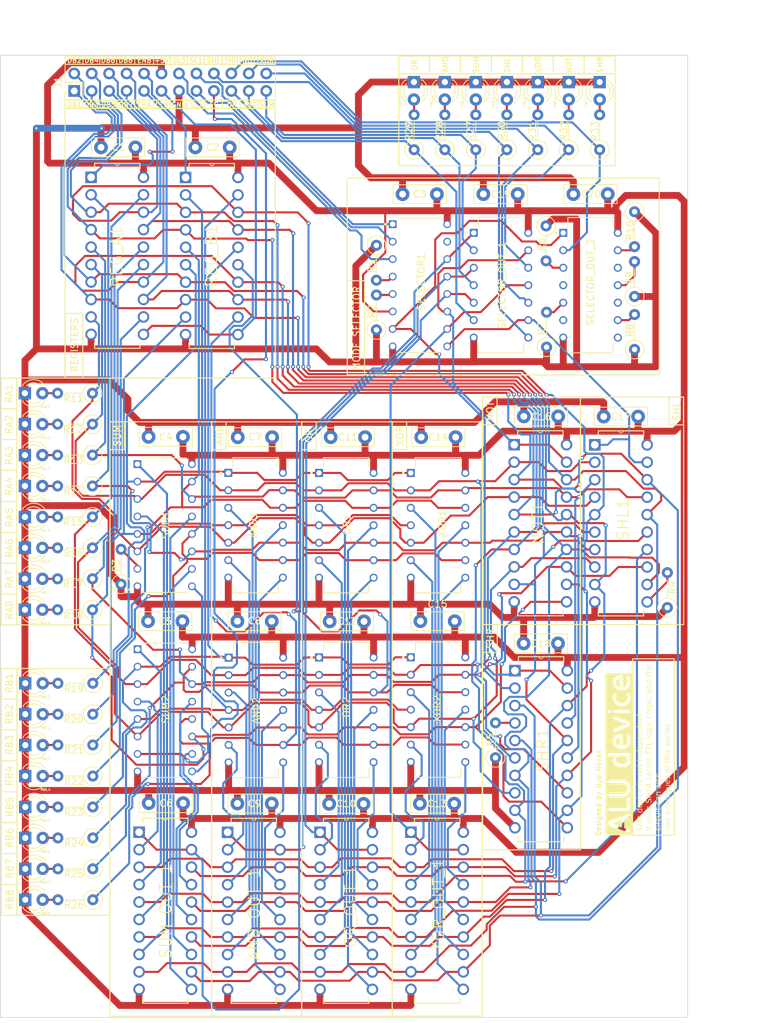
<source format=kicad_pcb>
(kicad_pcb (version 20221018) (generator pcbnew)
  (title_block (title "Печатная плата АЛУ"))
  (layers (0 "F.Cu" signal) (31 "B.Cu" signal) (34 "B.Paste" user) (35 "F.Paste" user) (36 "B.SilkS" user "B.Silkscreen") (37 "F.SilkS" user "F.Silkscreen") (38 "B.Mask" user) (39 "F.Mask" user) (44 "Edge.Cuts" user))
  (net 0 "")
  (net 1 "RB_2")
  (net 2 "RA_2")
  (net 3 "AND_O_2")
  (net 4 "RB_1")
  (net 5 "RA_1")
  (net 6 "AND_O_1")
  (net 7 "GND")
  (net 8 "AND_O_4")
  (net 9 "RB_4")
  (net 10 "RA_4")
  (net 11 "AND_O_3")
  (net 12 "RB_3")
  (net 13 "RA_3")
  (net 14 "+5V")
  (net 15 "RB_6")
  (net 16 "RA_6")
  (net 17 "AND_O_6")
  (net 18 "RB_5")
  (net 19 "RA_5")
  (net 20 "AND_O_5")
  (net 21 "AND_O_8")
  (net 22 "RB_8")
  (net 23 "RA_8")
  (net 24 "AND_O_7")
  (net 25 "RB_7")
  (net 26 "RA_7")
  (net 27 "AND_EN")
  (net 28 "/ALU/DB_8")
  (net 29 "/ALU/DB_7")
  (net 30 "/ALU/DB_4")
  (net 31 "/ALU/DB_3")
  (net 32 "/ALU/DB_2")
  (net 33 "/ALU/DB_1")
  (net 34 "/ALU/DB_6")
  (net 35 "/ALU/DB_5")
  (net 36 "/ALU/EN_A")
  (net 37 "/ALU/EN_B")
  (net 38 "/ALU/CLK")
  (net 39 "/ALU/SL_3")
  (net 40 "/ALU/SL_2")
  (net 41 "/ALU/SL_1")
  (net 42 "/ALU/F_CARRY")
  (net 43 "/ALU/n_SHR_EN")
  (net 44 "/ALU/n_SHL_EN")
  (net 45 "/ALU/n_XOR_EN")
  (net 46 "/ALU/n_NOT_EN")
  (net 47 "/ALU/n_OR_EN")
  (net 48 "/ALU/n_AND_EN")
  (net 49 "/ALU/n_SUM_EN")
  (net 50 "NOT_EN")
  (net 51 "Net-(NSO_1-A)")
  (net 52 "Net-(NSO_2-A)")
  (net 53 "Net-(NSO_3-A)")
  (net 54 "Net-(NSO_4-A)")
  (net 55 "Net-(NSO_5-A)")
  (net 56 "Net-(NSO_6-A)")
  (net 57 "Net-(NSO_7-A)")
  (net 58 "OR_O_2")
  (net 59 "OR_O_1")
  (net 60 "OR_O_4")
  (net 61 "OR_O_3")
  (net 62 "OR_O_6")
  (net 63 "OR_O_5")
  (net 64 "OR_O_8")
  (net 65 "OR_O_7")
  (net 66 "OR_EN")
  (net 67 "Net-(SELECTOR1-~{G2A})")
  (net 68 "Net-(SELECTOR1-~{G2B})")
  (net 69 "Net-(SUM1-C0)")
  (net 70 "Net-(SHL1-2A1)")
  (net 71 "Net-(SHR1-1A2)")
  (net 72 "Net-(SELECTOR_OUT_2-2A)")
  (net 73 "Net-(SELECTOR_OUT_2-3A)")
  (net 74 "Net-(SELECTOR_OUT_2-4A)")
  (net 75 "Net-(SELECTOR_OUT_2-5A)")
  (net 76 "Net-(SELECTOR_OUT_2-6A)")
  (net 77 "Net-(RAD_1-A)")
  (net 78 "Net-(RAD_2-A)")
  (net 79 "Net-(RAD_3-A)")
  (net 80 "Net-(RAD_4-A)")
  (net 81 "Net-(RAD_5-A)")
  (net 82 "Net-(RAD_6-A)")
  (net 83 "Net-(RAD_7-A)")
  (net 84 "Net-(RAD_8-A)")
  (net 85 "Net-(RBD_1-A)")
  (net 86 "Net-(RBD_2-A)")
  (net 87 "Net-(RBD_3-A)")
  (net 88 "Net-(RBD_4-A)")
  (net 89 "Net-(RBD_5-A)")
  (net 90 "Net-(RBD_6-A)")
  (net 91 "Net-(RBD_7-A)")
  (net 92 "Net-(RBD_8-A)")
  (net 93 "SHR_EN")
  (net 94 "SHL_EN")
  (net 95 "XOR_EN")
  (net 96 "SUM_EN")
  (net 103 "SUM_O_2")
  (net 104 "SUM_O_1")
  (net 105 "Net-(SUM1-C4)")
  (net 106 "SUM_O_4")
  (net 107 "SUM_O_3")
  (net 108 "SUM_O_6")
  (net 109 "SUM_O_5")
  (net 110 "SUM_O_8")
  (net 111 "SUM_O_7")
  (net 112 "XOR_O_2")
  (net 113 "XOR_O_1")
  (net 114 "XOR_O_4")
  (net 115 "XOR_O_3")
  (net 116 "XOR_O_6")
  (net 117 "XOR_O_5")
  (net 118 "XOR_O_8")
  (net 119 "XOR_O_7")
  (footprint "Connector_PinHeader_2.54mm:PinHeader_2x12_P2.54mm_Vertical" (layer "F.Cu") (at 211.155 53.09 90)
    (fp_text reference "J1")
    (fp_text value "Conn_02x12_Counter_Clockwise")
  )
  (footprint "Capacitor_THT:C_Disc_D7.5mm_W2.5mm_P5.00mm" (layer "F.Cu") (at 228.78 61.305)
    (fp_text reference "C2")
    (fp_text value "C")
  )
  (footprint "LED_THT:LED_D3.0mm" (layer "F.Cu") (at 260.58 51.8 -90)
    (fp_text reference "NSO_3")
    (fp_text value "LED")
  )
  (footprint "Resistor_THT:R_Axial_DIN0207_L6.3mm_D2.5mm_P5.08mm_Vertical" (layer "F.Cu") (at 283.105 61.645 90)
    (fp_text reference "R32")
    (fp_text value "R")
  )
  (footprint "Resistor_THT:R_Axial_DIN0207_L6.3mm_D2.5mm_P5.08mm_Vertical" (layer "F.Cu") (at 213.86 161.775 180)
    (fp_text reference "R24")
    (fp_text value "R")
  )
  (footprint "Resistor_THT:R_Axial_DIN0207_L6.3mm_D2.5mm_P5.08mm_Vertical" (layer "F.Cu") (at 213.81 124.075 180)
    (fp_text reference "R17")
    (fp_text value "R")
  )
  (footprint "LED_THT:LED_D3.0mm" (layer "F.Cu") (at 204.03 157.275)
    (fp_text reference "RBD_5")
    (fp_text value "LED")
  )
  (footprint "Capacitor_THT:C_Disc_D7.5mm_W2.5mm_P5.00mm" (layer "F.Cu") (at 248.245 156.82)
    (fp_text reference "C10")
    (fp_text value "C")
  )
  (footprint "LED_THT:LED_D3.0mm" (layer "F.Cu") (at 204.03 152.775)
    (fp_text reference "RBD_4")
    (fp_text value "LED")
  )
  (footprint "Resistor_THT:R_Axial_DIN0207_L6.3mm_D2.5mm_P5.08mm_Vertical" (layer "F.Cu") (at 292.68 83 90)
    (fp_text reference "R9")
    (fp_text value "R")
  )
  (footprint "SN74HC244N:DIP254P762X508-20" (layer "F.Cu") (at 267.765 183.805)
    (fp_text reference "XOR_OUT_1")
    (fp_text value "SN74HC244N")
  )
  (footprint "Resistor_THT:R_Axial_DIN0207_L6.3mm_D2.5mm_P5.08mm_Vertical" (layer "F.Cu") (at 217.97 124.86 90)
    (fp_text reference "R3")
    (fp_text value "R")
  )
  (footprint "SN74HC377N:DIP254P762X508-20" (layer "F.Cu") (at 234.98 88.54)
    (fp_text reference "REG_B1")
    (fp_text value "SN74HC377N")
  )
  (footprint "LED_THT:LED_D3.0mm" (layer "F.Cu") (at 203.98 128.575)
    (fp_text reference "RAD_8")
    (fp_text value "LED")
  )
  (footprint "Capacitor_THT:C_Disc_D7.5mm_W2.5mm_P5.00mm" (layer "F.Cu") (at 288.195 100.47)
    (fp_text reference "C17")
    (fp_text value "C")
  )
  (footprint "Capacitor_THT:C_Disc_D7.5mm_W2.5mm_P5.00mm" (layer "F.Cu") (at 261.52 130.245)
    (fp_text reference "C15")
    (fp_text value "C")
  )
  (footprint "LED_THT:LED_D3.0mm" (layer "F.Cu") (at 204.03 166.275)
    (fp_text reference "RBD_7")
    (fp_text value "LED")
  )
  (footprint "Resistor_THT:R_Axial_DIN0207_L6.3mm_D2.5mm_P5.08mm_Vertical" (layer "F.Cu") (at 213.81 119.575 180)
    (fp_text reference "R16")
    (fp_text value "R")
  )
  (footprint "Capacitor_THT:C_Disc_D7.5mm_W2.5mm_P5.00mm" (layer "F.Cu") (at 234.895 156.77)
    (fp_text reference "C9")
    (fp_text value "C")
  )
  (footprint "Capacitor_THT:C_Disc_D7.5mm_W2.5mm_P5.00mm" (layer "F.Cu") (at 258.925 68.115)
    (fp_text reference "C3")
    (fp_text value "C")
  )
  (footprint "Resistor_THT:R_Axial_DIN0207_L6.3mm_D2.5mm_P5.08mm_Vertical" (layer "F.Cu") (at 213.86 157.275 180)
    (fp_text reference "R23")
    (fp_text value "R")
  )
  (footprint "Resistor_THT:R_Axial_DIN0207_L6.3mm_D2.5mm_P5.08mm_Vertical" (layer "F.Cu") (at 255.125 87.855 90)
    (fp_text reference "R2")
    (fp_text value "R")
  )
  (footprint "LED_THT:LED_D3.0mm" (layer "F.Cu") (at 204.03 148.275)
    (fp_text reference "RBD_3")
    (fp_text value "LED")
  )
  (footprint "SN74HC14N:DIP794W45P254L1969H508Q14" (layer "F.Cu") (at 273.25 81.36)
    (fp_text reference "SELECTOR_OUT_1")
    (fp_text value "SN74HC14N")
  )
  (footprint "Resistor_THT:R_Axial_DIN0207_L6.3mm_D2.5mm_P5.08mm_Vertical" (layer "F.Cu") (at 272.445 150.11 90)
    (fp_text reference "R5")
    (fp_text value "R")
  )
  (footprint "SN74HC244N:DIP254P762X508-20" (layer "F.Cu") (at 228.215 183.805)
    (fp_text reference "SUM_OUT_1")
    (fp_text value "SN74HC244N")
  )
  (footprint "LED_THT:LED_D3.0mm" (layer "F.Cu") (at 287.605 51.8 -90)
    (fp_text reference "NSO_7")
    (fp_text value "LED")
  )
  (footprint "SN74HC08N:DIP794W45P254L1969H508Q14" (layer "F.Cu") (at 237.54 116.28)
    (fp_text reference "AND1")
    (fp_text value "SN74HC08N")
  )
  (footprint "Resistor_THT:R_Axial_DIN0207_L6.3mm_D2.5mm_P5.08mm_Vertical" (layer "F.Cu") (at 292.68 90.7 90)
    (fp_text reference "R8")
    (fp_text value "R")
  )
  (footprint "Resistor_THT:R_Axial_DIN0207_L6.3mm_D2.5mm_P5.08mm_Vertical" (layer "F.Cu") (at 213.86 148.25 180)
    (fp_text reference "R21")
    (fp_text value "R")
  )
  (footprint "Resistor_THT:R_Axial_DIN0207_L6.3mm_D2.5mm_P5.08mm_Vertical" (layer "F.Cu") (at 213.81 101.575 180)
    (fp_text reference "R12")
    (fp_text value "R")
  )
  (footprint "Resistor_THT:R_Axial_DIN0207_L6.3mm_D2.5mm_P5.08mm_Vertical" (layer "F.Cu") (at 213.86 143.775 180)
    (fp_text reference "R20")
    (fp_text value "R")
  )
  (footprint "SN74HC138N:DIP794W45P254L1969H508Q16" (layer "F.Cu") (at 224.34 143.21)
    (fp_text reference "SUM2")
    (fp_text value "SN74HC283N")
  )
  (footprint "Capacitor_THT:C_Disc_D7.5mm_W2.5mm_P5.00mm" (layer "F.Cu") (at 234.895 130.245)
    (fp_text reference "C8")
    (fp_text value "C")
  )
  (footprint "Resistor_THT:R_Axial_DIN0207_L6.3mm_D2.5mm_P5.08mm_Vertical" (layer "F.Cu") (at 278.605 61.645 90)
    (fp_text reference "R31")
    (fp_text value "R")
  )
  (footprint "Capacitor_THT:C_Disc_D7.5mm_W2.5mm_P5.00mm" (layer "F.Cu") (at 234.945 103.47)
    (fp_text reference "C7")
    (fp_text value "C")
  )
  (footprint "Resistor_THT:R_Axial_DIN0207_L6.3mm_D2.5mm_P5.08mm_Vertical" (layer "F.Cu") (at 213.81 110.575 180)
    (fp_text reference "R14")
    (fp_text value "R")
  )
  (footprint "Capacitor_THT:C_Disc_D7.5mm_W2.5mm_P5.00mm" (layer "F.Cu") (at 283.78 68.1)
    (fp_text reference "C20")
    (fp_text value "C")
  )
  (footprint "SN74HC244N:DIP254P762X508-20" (layer "F.Cu") (at 282.895 160.3)
    (fp_text reference "SHR1")
    (fp_text value "SN74HC244N")
  )
  (footprint "Resistor_THT:R_Axial_DIN0207_L6.3mm_D2.5mm_P5.08mm_Vertical" (layer "F.Cu") (at 292.68 70.67 -90)
    (fp_text reference "R10")
    (fp_text value "R")
  )
  (footprint "LED_THT:LED_D3.0mm" (layer "F.Cu") (at 274.105 51.8 -90)
    (fp_text reference "NSO_4")
    (fp_text value "LED")
  )
  (footprint "SN74HC377N:DIP254P762X508-20" (layer "F.Cu") (at 221.23 88.515)
    (fp_text reference "REG_A1")
    (fp_text value "SN74HC377N")
  )
  (footprint "Resistor_THT:R_Axial_DIN0207_L6.3mm_D2.5mm_P5.08mm_Vertical" (layer "F.Cu") (at 213.86 152.775 180)
    (fp_text reference "R22")
    (fp_text value "R")
  )
  (footprint "SN74HC138N:DIP794W45P254L1969H508Q16" (layer "F.Cu") (at 261.455 81.375)
    (fp_text reference "SELECTOR1")
    (fp_text value "SN74HC138N")
  )
  (footprint "Capacitor_THT:C_Disc_D7.5mm_W2.5mm_P5.00mm" (layer "F.Cu") (at 221.995 156.72)
    (fp_text reference "C6")
    (fp_text value "C")
  )
  (footprint "Capacitor_THT:C_Disc_D7.5mm_W2.5mm_P5.00mm" (layer "F.Cu") (at 276.57 100.445)
    (fp_text reference "C16")
    (fp_text value "C")
  )
  (footprint "Resistor_THT:R_Axial_DIN0207_L6.3mm_D2.5mm_P5.08mm_Vertical" (layer "F.Cu") (at 255.125 75.55 -90)
    (fp_text reference "R1")
    (fp_text value "R")
  )
  (footprint "LED_THT:LED_D3.0mm" (layer "F.Cu") (at 203.98 124.075)
    (fp_text reference "RAD_7")
    (fp_text value "LED")
  )
  (footprint "Resistor_THT:R_Axial_DIN0207_L6.3mm_D2.5mm_P5.08mm_Vertical" (layer "F.Cu") (at 260.605 61.645 90)
    (fp_text reference "R29")
    (fp_text value "R")
  )
  (footprint "LED_THT:LED_D3.0mm" (layer "F.Cu") (at 204.03 161.775)
    (fp_text reference "RBD_6")
    (fp_text value "LED")
  )
  (footprint "Capacitor_THT:C_Disc_D7.5mm_W2.5mm_P5.00mm" (layer "F.Cu") (at 261.645 103.47)
    (fp_text reference "C14")
    (fp_text value "C")
  )
  (footprint "Capacitor_THT:C_Disc_D7.5mm_W2.5mm_P5.00mm" (layer "F.Cu") (at 248.32 130.27)
    (fp_text reference "C12")
    (fp_text value "C")
  )
  (footprint "LED_THT:LED_D3.0mm" (layer "F.Cu") (at 278.605 51.8 -90)
    (fp_text reference "NSO_5")
    (fp_text value "LED")
  )
  (footprint "LED_THT:LED_D3.0mm" (layer "F.Cu") (at 203.98 110.575)
    (fp_text reference "RAD_4")
    (fp_text value "LED")
  )
  (footprint "LED_THT:LED_D3.0mm" (layer "F.Cu") (at 204.03 139.275)
    (fp_text reference "RBD_1")
    (fp_text value "LED")
  )
  (footprint "LED_THT:LED_D3.0mm" (layer "F.Cu") (at 203.98 106.075)
    (fp_text reference "RAD_3")
    (fp_text value "LED")
  )
  (footprint "Resistor_THT:R_Axial_DIN0207_L6.3mm_D2.5mm_P5.08mm_Vertical" (layer "F.Cu") (at 297.455 128.265 90)
    (fp_text reference "R4")
    (fp_text value "R")
  )
  (footprint "SN74HC14N:DIP794W45P254L1969H508Q14" (layer "F.Cu") (at 286.275 81.36)
    (fp_text reference "SELECTOR_OUT_2")
    (fp_text value "SN74HC14N")
  )
  (footprint "LED_THT:LED_D3.0mm" (layer "F.Cu") (at 203.98 115.075)
    (fp_text reference "RAD_5")
    (fp_text value "LED")
  )
  (footprint "SN74HC08N:DIP794W45P254L1969H508Q14" (layer "F.Cu") (at 237.59 143.165)
    (fp_text reference "AND2")
    (fp_text value "SN74HC08N")
  )
  (footprint "Resistor_THT:R_Axial_DIN0207_L6.3mm_D2.5mm_P5.08mm_Vertical" (layer "F.Cu") (at 274.105 61.645 90)
    (fp_text reference "R30")
    (fp_text value "R")
  )
  (footprint "LED_THT:LED_D3.0mm" (layer "F.Cu") (at 203.98 119.575)
    (fp_text reference "RAD_6")
    (fp_text value "LED")
  )
  (footprint "Resistor_THT:R_Axial_DIN0207_L6.3mm_D2.5mm_P5.08mm_Vertical" (layer "F.Cu") (at 265.08 61.645 90)
    (fp_text reference "R28")
    (fp_text value "R")
  )
  (footprint "LED_THT:LED_D3.0mm" (layer "F.Cu") (at 204.03 170.775)
    (fp_text reference "RBD_8")
    (fp_text value "LED")
  )
  (footprint "Resistor_THT:R_Axial_DIN0207_L6.3mm_D2.5mm_P5.08mm_Vertical" (layer "F.Cu") (at 213.81 106.075 180)
    (fp_text reference "R13")
    (fp_text value "R")
  )
  (footprint "Resistor_THT:R_Axial_DIN0207_L6.3mm_D2.5mm_P5.08mm_Vertical" (layer "F.Cu") (at 213.81 128.575 180)
    (fp_text reference "R18")
    (fp_text value "R")
  )
  (footprint "Resistor_THT:R_Axial_DIN0207_L6.3mm_D2.5mm_P5.08mm_Vertical" (layer "F.Cu") (at 213.86 170.775 180)
    (fp_text reference "R26")
    (fp_text value "R")
  )
  (footprint "SN74HC32N:DIP794W45P254L1969H508Q14" (layer "F.Cu") (at 250.74 143.14)
    (fp_text reference "OR2")
    (fp_text value "SN74HC32N")
  )
  (footprint "Capacitor_THT:C_Disc_D7.5mm_W2.5mm_P5.00mm" (layer "F.Cu") (at 221.97 103.42)
    (fp_text reference "C4")
    (fp_text value "C")
  )
  (footprint "SN74HC86N:DIP794W45P254L1969H508Q14" (layer "F.Cu") (at 264.09 116.29)
    (fp_text reference "XOR1")
    (fp_text value "SN74HC86N")
  )
  (footprint "Capacitor_THT:C_Disc_D7.5mm_W2.5mm_P5.00mm" (layer "F.Cu") (at 248.47 103.47)
    (fp_text reference "C11")
    (fp_text value "C")
  )
  (footprint "Resistor_THT:R_Axial_DIN0207_L6.3mm_D2.5mm_P5.08mm_Vertical" (layer "F.Cu") (at 279.88 90.365 90)
    (fp_text reference "R7")
    (fp_text value "R")
  )
  (footprint "Resistor_THT:R_Axial_DIN0207_L6.3mm_D2.5mm_P5.08mm_Vertical" (layer "F.Cu") (at 213.86 166.275 180)
    (fp_text reference "R25")
    (fp_text value "R")
  )
  (footprint "Resistor_THT:R_Axial_DIN0207_L6.3mm_D2.5mm_P5.08mm_Vertical" (layer "F.Cu") (at 213.86 139.275 180)
    (fp_text reference "R19")
    (fp_text value "R")
  )
  (footprint "SN74HC244N:DIP254P762X508-20" (layer "F.Cu") (at 241.09 183.815)
    (fp_text reference "AND_OUT_1")
    (fp_text value "SN74HC244N")
  )
  (footprint "SN74HC32N:DIP794W45P254L1969H508Q14" (layer "F.Cu") (at 250.74 116.29)
    (fp_text reference "OR1")
    (fp_text value "SN74HC32N")
  )
  (footprint "LED_THT:LED_D3.0mm" (layer "F.Cu") (at 203.98 97.075)
    (fp_text reference "RAD_1")
    (fp_text value "LED")
  )
  (footprint "SN74HC138N:DIP794W45P254L1969H508Q16" (layer "F.Cu") (at 224.315 116.28)
    (fp_text reference "SUM1")
    (fp_text value "SN74HC283N")
  )
  (footprint "Capacitor_THT:C_Disc_D7.5mm_W2.5mm_P5.00mm" (layer "F.Cu") (at 261.445 156.795)
    (fp_text reference "C13")
    (fp_text value "C")
  )
  (footprint "Capacitor_THT:C_Disc_D7.5mm_W2.5mm_P5.00mm" (layer "F.Cu") (at 221.895 130.245)
    (fp_text reference "C5")
    (fp_text value "C")
  )
  (footprint "Resistor_THT:R_Axial_DIN0207_L6.3mm_D2.5mm_P5.08mm_Vertical" (layer "F.Cu") (at 213.81 97.075 180)
    (fp_text reference "R11")
    (fp_text value "R")
  )
  (footprint "SN74HC244N:DIP254P762X508-20" (layer "F.Cu") (at 254.54 183.815)
    (fp_text reference "OR_OUT_1")
    (fp_text value "SN74HC244N")
  )
  (footprint "SN74HC244N:DIP254P762X508-20" (layer "F.Cu") (at 294.515 127.44)
    (fp_text reference "SHL1")
    (fp_text value "SN74HC244N")
  )
  (footprint "LED_THT:LED_D3.0mm" (layer "F.Cu") (at 283.105 51.8 -90)
    (fp_text reference "NSO_6")
    (fp_text value "LED")
  )
  (footprint "Capacitor_THT:C_Disc_D7.5mm_W2.5mm_P5.00mm" (layer "F.Cu") (at 270.68 68.1)
    (fp_text reference "C19")
    (fp_text value "C")
  )
  (footprint "LED_THT:LED_D3.0mm" (layer "F.Cu") (at 203.98 101.575)
    (fp_text reference "RAD_2")
    (fp_text value "LED")
  )
  (footprint "LED_THT:LED_D3.0mm" (layer "F.Cu") (at 265.08 51.8 -90)
    (fp_text reference "NSO_2")
    (fp_text value "LED")
  )
  (footprint "Capacitor_THT:C_Disc_D7.5mm_W2.5mm_P5.00mm" (layer "F.Cu") (at 215.055 61.305)
    (fp_text reference "C1")
    (fp_text value "C")
  )
  (footprint "Resistor_THT:R_Axial_DIN0207_L6.3mm_D2.5mm_P5.08mm_Vertical" (layer "F.Cu") (at 279.8025 72.7325 -90)
    (fp_text reference "R6")
    (fp_text value "R")
  )
  (footprint "Resistor_THT:R_Axial_DIN0207_L6.3mm_D2.5mm_P5.08mm_Vertical" (layer "F.Cu") (at 269.58 61.645 90)
    (fp_text reference "R27")
    (fp_text value "R")
  )
  (footprint "SN74HC240N:DIP254P762X508-20" (layer "F.Cu") (at 282.79 127.425)
    (fp_text reference "NOT1")
    (fp_text value "SN74HC240N")
  )
  (footprint "SN74HC86N:DIP794W45P254L1969H508Q14" (layer "F.Cu") (at 264.09 143.115)
    (fp_text reference "XOR2")
    (fp_text value "SN74HC86N")
  )
  (footprint "Resistor_THT:R_Axial_DIN0207_L6.3mm_D2.5mm_P5.08mm_Vertical" (layer "F.Cu") (at 287.605 61.645 90)
    (fp_text reference "R33")
    (fp_text value "R")
  )
  (footprint "LED_THT:LED_D3.0mm" (layer "F.Cu") (at 204.03 143.775)
    (fp_text reference "RBD_2")
    (fp_text value "LED")
  )
  (footprint "Resistor_THT:R_Axial_DIN0207_L6.3mm_D2.5mm_P5.08mm_Vertical" (layer "F.Cu") (at 213.81 115.075 180)
    (fp_text reference "R15")
    (fp_text value "R")
  )
  (footprint "Capacitor_THT:C_Disc_D7.5mm_W2.5mm_P5.00mm" (layer "F.Cu") (at 276.545 133.47)
    (fp_text reference "C18")
    (fp_text value "C")
  )
  (footprint "LED_THT:LED_D3.0mm" (layer "F.Cu") (at 269.58 51.8 -90)
    (fp_text reference "NSO_1")
    (fp_text value "LED")
  )
  (gr_rect (start 231.1525 101.2375) (end 233.2525 105.2875) (stroke (width 0.15)) (fill none) (layer "F.SilkS"))
  (gr_line (start 217.3275 48.0375) (end 217.3275 49.1875) (stroke (width 0.15)) (layer "F.SilkS"))
  (gr_line (start 202.8025 126.3125) (end 200.5775 126.3125) (stroke (width 0.15)) (layer "F.SilkS"))
  (gr_rect (start 258.3775 50.6125) (end 289.8525 63.9625) (stroke (width 0.15)) (fill none) (layer "F.SilkS"))
  (gr_rect (start 250.8775 80.7125) (end 253.4025 94.4125) (stroke (width 0.15)) (fill none) (layer "F.SilkS"))
  (gr_line (start 214.8775 54.4625) (end 214.8775 55.5625) (stroke (width 0.15)) (layer "F.SilkS"))
  (gr_line (start 262.8275 50.6125) (end 262.8275 48.0625) (stroke (width 0.15)) (layer "F.SilkS"))
  (gr_rect (start 209.825 54.42) (end 240.4025 55.6375) (stroke (width 0.15)) (fill none) (layer "F.SilkS"))
  (gr_rect (start 200.5525 94.8625) (end 202.8025 130.7875) (stroke (width 0.15)) (fill none) (layer "F.SilkS"))
  (gr_line (start 202.8025 108.3125) (end 200.5525 108.3125) (stroke (width 0.15)) (layer "F.SilkS"))
  (gr_rect (start 202.8275 137.1125) (end 216.3525 173.0375) (stroke (width 0.15)) (fill none) (layer "F.SilkS"))
  (gr_line (start 237.8775 54.4375) (end 237.8775 55.5625) (stroke (width 0.15)) (layer "F.SilkS"))
  (gr_line (start 202.7525 121.8125) (end 200.5525 121.8125) (stroke (width 0.15)) (layer "F.SilkS"))
  (gr_line (start 202.7775 117.3125) (end 200.6025 117.3125) (stroke (width 0.15)) (layer "F.SilkS"))
  (gr_rect (start 216.3525 101.2375) (end 231.1525 187.7125) (stroke (width 0.15)) (fill none) (layer "F.SilkS"))
  (gr_line (start 280.8525 50.5625) (end 280.8525 48.1125) (stroke (width 0.15)) (layer "F.SilkS"))
  (gr_line (start 202.8275 155.075) (end 200.5775 155.075) (stroke (width 0.15)) (layer "F.SilkS"))
  (gr_line (start 202.8025 146.0625) (end 200.5775 146.0625) (stroke (width 0.15)) (layer "F.SilkS"))
  (gr_rect (start 209.825 48.0375) (end 240.4025 49.22) (stroke (width 0.15)) (fill none) (layer "F.SilkS"))
  (gr_line (start 222.7025 48.0375) (end 222.7025 49.2125) (stroke (width 0.15)) (layer "F.SilkS"))
  (gr_line (start 202.8275 168.5625) (end 200.6025 168.5625) (stroke (width 0.15)) (layer "F.SilkS"))
  (gr_line (start 230.1025 54.4375) (end 230.1025 55.5625) (stroke (width 0.15)) (layer "F.SilkS"))
  (gr_rect (start 257.4275 101.2375) (end 259.5275 105.2875) (stroke (width 0.15)) (fill none) (layer "F.SilkS"))
  (gr_rect (start 297.7025 97.6375) (end 299.8025 101.6875) (stroke (width 0.15)) (fill none) (layer "F.SilkS"))
  (gr_rect (start 270.5775 97.6375) (end 284.8025 130.7375) (stroke (width 0.15)) (fill none) (layer "F.SilkS"))
  (gr_line (start 212.4275 55.5875) (end 212.425 54.42) (stroke (width 0.15)) (layer "F.SilkS"))
  (gr_line (start 212.4275 48.0625) (end 212.4275 49.1375) (stroke (width 0.15)) (layer "F.SilkS"))
  (gr_line (start 237.8525 48.0375) (end 237.8525 49.1875) (stroke (width 0.15)) (layer "F.SilkS"))
  (gr_line (start 271.8525 50.5625) (end 271.8525 48.0875) (stroke (width 0.15)) (layer "F.SilkS"))
  (gr_line (start 235.3025 54.4375) (end 235.3025 55.5625) (stroke (width 0.15)) (layer "F.SilkS"))
  (gr_rect (start 250.8775 65.7625) (end 296.2775 94.4125) (stroke (width 0.15)) (fill none) (layer "F.SilkS"))
  (gr_line (start 202.7775 141.5875) (end 200.5775 141.5875) (stroke (width 0.15)) (layer "F.SilkS"))
  (gr_line (start 267.3275 50.5875) (end 267.3275 48.0875) (stroke (width 0.15)) (layer "F.SilkS"))
  (gr_rect (start 258.3775 48.0375) (end 289.8525 50.6125) (stroke (width 0.15)) (fill none) (layer "F.SilkS"))
  (gr_line (start 219.9525 54.4375) (end 219.9525 55.5625) (stroke (width 0.15)) (layer "F.SilkS"))
  (gr_rect (start 202.8025 94.8625) (end 216.3525 130.7875) (stroke (width 0.15)) (fill none) (layer "F.SilkS"))
  (gr_rect (start 270.5775 97.6125) (end 272.6775 101.6625) (stroke (width 0.15)) (fill none) (layer "F.SilkS"))
  (gr_line (start 217.3275 54.4375) (end 217.3275 55.5625) (stroke (width 0.15)) (layer "F.SilkS"))
  (gr_line (start 276.3525 50.5875) (end 276.3525 48.0875) (stroke (width 0.15)) (layer "F.SilkS"))
  (gr_line (start 225.11375 48.0375) (end 225.11375 49.22) (stroke (width 0.15)) (layer "F.SilkS"))
  (gr_line (start 219.9525 48.0375) (end 219.9525 49.2125) (stroke (width 0.15)) (layer "F.SilkS"))
  (gr_rect (start 257.4275 101.2375) (end 270.5025 187.7125) (stroke (width 0.15)) (fill none) (layer "F.SilkS"))
  (gr_line (start 202.7775 103.8125) (end 200.5525 103.8125) (stroke (width 0.15)) (layer "F.SilkS"))
  (gr_line (start 285.3525 50.5875) (end 285.3525 48.0625) (stroke (width 0.15)) (layer "F.SilkS"))
  (gr_line (start 232.6775 48.0375) (end 232.6775 49.1875) (stroke (width 0.15)) (layer "F.SilkS"))
  (gr_line (start 202.8025 112.825) (end 200.5525 112.825) (stroke (width 0.15)) (layer "F.SilkS"))
  (gr_line (start 202.7525 99.3375) (end 200.5525 99.3375) (stroke (width 0.15)) (layer "F.SilkS"))
  (gr_rect (start 244.2525 101.2375) (end 257.4275 187.7125) (stroke (width 0.15)) (fill none) (layer "F.SilkS"))
  (gr_line (start 232.7025 54.4625) (end 232.7025 55.5625) (stroke (width 0.15)) (layer "F.SilkS"))
  (gr_line (start 202.8025 159.5625) (end 200.6275 159.5625) (stroke (width 0.15)) (layer "F.SilkS"))
  (gr_rect (start 209.825 55.6375) (end 240.4025 94.8625) (stroke (width 0.15)) (fill none) (layer "F.SilkS"))
  (gr_rect (start 270.6025 130.7375) (end 272.7025 134.7875) (stroke (width 0.15)) (fill none) (layer "F.SilkS"))
  (gr_line (start 222.7025 54.4875) (end 222.7025 55.6125) (stroke (width 0.15)) (layer "F.SilkS"))
  (gr_rect (start 284.8025 97.6375) (end 299.8275 130.7375) (stroke (width 0.15)) (fill none) (layer "F.SilkS"))
  (gr_line (start 214.8775 48.0625) (end 214.8775 49.1875) (stroke (width 0.15)) (layer "F.SilkS"))
  (gr_rect (start 244.2525 101.2375) (end 246.3525 105.2875) (stroke (width 0.15)) (fill none) (layer "F.SilkS"))
  (gr_rect (start 231.1525 101.2375) (end 244.2525 187.7125) (stroke (width 0.15)) (fill none) (layer "F.SilkS"))
  (gr_rect (start 209.825 85.4625) (end 212.4025 94.8625) (stroke (width 0.15)) (fill none) (layer "F.SilkS"))
  (gr_line (start 202.7775 164.0625) (end 200.5775 164.0625) (stroke (width 0.15)) (layer "F.SilkS"))
  (gr_line (start 230.1025 48.0625) (end 230.1025 49.1875) (stroke (width 0.15)) (layer "F.SilkS"))
  (gr_line (start 202.8275 150.5625) (end 200.5775 150.5625) (stroke (width 0.15)) (layer "F.SilkS"))
  (gr_line (start 235.3025 48.0875) (end 235.3025 49.1875) (stroke (width 0.15)) (layer "F.SilkS"))
  (gr_line (start 227.6025 48.0625) (end 227.6025 49.1625) (stroke (width 0.15)) (layer "F.SilkS"))
  (gr_rect (start 200.5775 137.1125) (end 202.8275 173.0375) (stroke (width 0.15)) (fill none) (layer "F.SilkS"))
  (gr_rect (start 216.3525 101.2375) (end 218.4525 105.2875) (stroke (width 0.15)) (fill none) (layer "F.SilkS"))
  (gr_line (start 225.11375 54.42) (end 225.11375 55.6375) (stroke (width 0.15)) (layer "F.SilkS"))
  (gr_line (start 227.6025 54.4625) (end 227.6025 55.5625) (stroke (width 0.15)) (layer "F.SilkS"))
  (gr_rect (start 270.5775 130.7375) (end 284.8025 163.5125) (stroke (width 0.15)) (fill none) (layer "F.SilkS"))
  (gr_rect (start 200.405 47.9) (end 300.405 187.9) (stroke (width 0.1)) (fill none) (layer "Edge.Cuts"))
  (gr_text "RA7" (at 202.3025 125.6375 90) (layer "F.SilkS") (effects (font (size 1 1)) (justify left bottom)))
  (gr_text "RA5" (at 202.3025 116.6375 90) (layer "F.SilkS") (effects (font (size 1 1)) (justify left bottom)))
  (gr_text "SHL" (at 230.3525 49.0625) (layer "F.SilkS") (effects (font (size 0.7 0.7)) (justify left bottom)))
  (gr_text "DB6" (at 214.9525 49.0625) (layer "F.SilkS") (effects (font (size 0.7 0.7)) (justify left bottom)))
  (gr_text "RA1" (at 202.2525 98.6375 90) (layer "F.SilkS") (effects (font (size 1 1)) (justify left bottom)))
  (gr_text "RA6" (at 202.3025 121.1375 90) (layer "F.SilkS") (effects (font (size 1 1)) (justify left bottom)))
  (gr_text "XOR" (at 259.1275 104.8375 90) (layer "F.SilkS") (effects (font (size 1 1)) (justify left bottom)))
  (gr_text "XOR" (at 238.0275 49.0625) (layer "F.SilkS") (effects (font (size 0.7 0.7)) (justify left bottom)))
  (gr_text "Designed by Ilya Novak" (at 287.865 161.525 90) (layer "F.SilkS") (effects (font (size 0.7 0.7)) (justify left bottom)))
  (gr_text "SUM" (at 238.0025 55.4875) (layer "F.SilkS") (effects (font (size 0.7 0.7)) (justify left bottom)))
  (gr_text "SUM" (at 270.1025 50.6375 90) (layer "F.SilkS") (effects (font (size 0.8 0.8)) (justify left bottom)))
  (gr_text "SHR" (at 232.8775 49.0625) (layer "F.SilkS") (effects (font (size 0.7 0.7)) (justify left bottom)))
  (gr_text "RB8" (at 202.3525 172.3125 90) (layer "F.SilkS") (effects (font (size 1 1)) (justify left bottom)))
  (gr_text "RA2" (at 202.2525 103.1375 90) (layer "F.SilkS") (effects (font (size 1 1)) (justify left bottom)))
  (gr_text "RB3" (at 202.3025 149.8375 90) (layer "F.SilkS") (effects (font (size 1 1)) (justify left bottom)))
  (gr_text "RB2" (at 202.3025 145.3375 90) (layer "F.SilkS") (effects (font (size 1 1)) (justify left bottom)))
  (gr_text "DB3" (at 212.5275 55.4875) (layer "F.SilkS") (effects (font (size 0.7 0.7)) (justify left bottom)))
  (gr_text "AND" (at 235.6025 55.4875) (layer "F.SilkS") (effects (font (size 0.7 0.7)) (justify left bottom)))
  (gr_text "RB6" (at 202.3525 163.3375 90) (layer "F.SilkS") (effects (font (size 1 1)) (justify left bottom)))
  (gr_text "RB7" (at 202.3525 167.8375 90) (layer "F.SilkS") (effects (font (size 1 1)) (justify left bottom)))
  (gr_text "RB1" (at 202.3025 140.8375 90) (layer "F.SilkS") (effects (font (size 1 1)) (justify left bottom)))
  (gr_text "SUM" (at 218.0275 104.9125 90) (layer "F.SilkS") (effects (font (size 1 1)) (justify left bottom)))
  (gr_text "RB5" (at 202.3525 158.8375 90) (layer "F.SilkS") (effects (font (size 1 1)) (justify left bottom)))
  (gr_text "NOT" (at 283.6525 50.6125 90) (layer "F.SilkS") (effects (font (size 0.8 0.8)) (justify left bottom)))
  (gr_text "CLK" (at 222.8525 55.5125) (layer "F.SilkS") (effects (font (size 0.7 0.7)) (justify left bottom)))
  (gr_text "OR" (at 245.9275 104.4125 90) (layer "F.SilkS") (effects (font (size 1 1)) (justify left bottom)))
  (gr_text "GND\n" (at 225.2275 55.5125) (layer "F.SilkS") (effects (font (size 0.7 0.7)) (justify left bottom)))
  (gr_text "SHR" (at 272.3025 134.3375 90) (layer "F.SilkS") (effects (font (size 1 1)) (justify left bottom)))
  (gr_text "MODE SELECTOR" (at 252.8275 93.8375 90) (layer "F.SilkS") (effects (font (size 1 1)) (justify left bottom)))
  (gr_text "ENB" (at 220.2275 49.0625) (layer "F.SilkS") (effects (font (size 0.7 0.7)) (justify left bottom)))
  (gr_text "NOT" (at 272.2775 101.2125 90) (layer "F.SilkS") (effects (font (size 1 1)) (justify left bottom)))
  (gr_text "SL2" (at 227.8525 55.5125) (layer "F.SilkS") (effects (font (size 0.7 0.7)) (justify left bottom)))
  (gr_text "DB4" (at 212.5525 49.0625) (layer "F.SilkS") (effects (font (size 0.7 0.7)) (justify left bottom)))
  (gr_text "+5V" (at 222.7025 49.0625) (layer "F.SilkS") (effects (font (size 0.7 0.7)) (justify left bottom)))
  (gr_text "NOT" (at 235.5025 49.0625) (layer "F.SilkS") (effects (font (size 0.7 0.7)) (justify left bottom)))
  (gr_text "REGISTERS" (at 211.7775 94.1125 90) (layer "F.SilkS") (effects (font (size 1 1)) (justify left bottom)))
  (gr_text "RB4" (at 202.3025 154.3375 90) (layer "F.SilkS") (effects (font (size 1 1)) (justify left bottom)))
  (gr_text "RA3" (at 202.2525 107.6375 90) (layer "F.SilkS") (effects (font (size 1 1)) (justify left bottom)))
  (gr_text "AND" (at 232.8275 104.7375 90) (layer "F.SilkS") (effects (font (size 1 1)) (justify left bottom)))
  (gr_text "DB5" (at 215.0025 55.4875) (layer "F.SilkS") (effects (font (size 0.7 0.7)) (justify left bottom)))
  (gr_text "SHL\n" (at 299.4025 101.2375 90) (layer "F.SilkS") (effects (font (size 1 1)) (justify left bottom)))
  (gr_text "SL1" (at 227.8275 49.0625) (layer "F.SilkS") (effects (font (size 0.7 0.7)) (justify left bottom)))
  (gr_text "RA8" (at 202.3025 130.1125 90) (layer "F.SilkS") (effects (font (size 1 1)) (justify left bottom)))
  (gr_text "FC" (at 230.7525 55.4875) (layer "F.SilkS") (effects (font (size 0.7 0.7)) (justify left bottom)))
  (gr_text "SHR" (at 288.1275 50.5875 90) (layer "F.SilkS") (effects (font (size 0.8 0.8)) (justify left bottom)))
  (gr_text "DB2" (at 210.0525 49.0625) (layer "F.SilkS") (effects (font (size 0.7 0.7)) (justify left bottom)))
  (gr_text "XOR" (at 279.1525 50.5875 90) (layer "F.SilkS") (effects (font (size 0.8 0.8)) (justify left bottom)))
  (gr_text "OR" (at 233.2775 55.4875) (layer "F.SilkS") (effects (font (size 0.7 0.7)) (justify left bottom)))
  (gr_text "OR" (at 261.1775 50.2125 90) (layer "F.SilkS") (effects (font (size 0.8 0.8)) (justify left bottom)))
  (gr_text "DB8" (at 217.5025 49.0625) (layer "F.SilkS") (effects (font (size 0.7 0.7)) (justify left bottom)))
  (gr_text "RA4" (at 202.2525 112.1375 90) (layer "F.SilkS") (effects (font (size 1 1)) (justify left bottom)))
  (gr_text "ALU device\n" (at 292.4775 161.1125 90) (layer "F.SilkS" knockout) (effects (font (size 3 3) (thickness 0.375)) (justify left bottom)))
  (gr_text "SL3" (at 225.3525 49.0625) (layer "F.SilkS") (effects (font (size 0.7 0.7)) (justify left bottom)))
  (gr_text "DB7" (at 217.5525 55.4875) (layer "F.SilkS") (effects (font (size 0.7 0.7)) (justify left bottom)))
  (gr_text "SHL" (at 274.6275 50.5625 90) (layer "F.SilkS") (effects (font (size 0.8 0.8)) (justify left bottom)))
  (gr_text "ENA" (at 220.2525 55.4875) (layer "F.SilkS") (effects (font (size 0.7 0.7)) (justify left bottom)))
  (gr_text "DB1" (at 210.0525 55.4875) (layer "F.SilkS") (effects (font (size 0.7 0.7)) (justify left bottom)))
  (gr_text "AND" (at 265.6275 50.5125 90) (layer "F.SilkS") (effects (font (size 0.8 0.8)) (justify left bottom)))
  (gr_text_box "This device is not independent. \nIt uses SN74 series TTL logic chips, and the circuit can also \nuse analogues of this series." (start 292.39 161.3875) (end 298.465 135.7125) (angle 90) (layer "F.SilkS") (effects (font (size 0.8 0.8)) (justify left top)) (stroke (width 0.15)))
  (segment (start 249.9 108.67) (end 250.955 109.725) (width 0.3) (layer "F.Cu") (net 1))
  (segment (start 220.345 109.93) (end 222.875 109.93) (width 0.3) (layer "F.Cu") (net 1))
  (segment (start 233.57 108.66) (end 237.765 108.66) (width 0.3) (layer "F.Cu") (net 1))
  (segment (start 244.41 108.67) (end 246.77 108.67) (width 0.3) (layer "F.Cu") (net 1))
  (segment (start 238.805 109.7) (end 243.38 109.7) (width 0.3) (layer "F.Cu") (net 1))
  (segment (start 222.875 109.93) (end 224.3074 108.4976) (width 0.3) (layer "F.Cu") (net 1))
  (segment (start 257.81 108.67) (end 260.12 108.67) (width 0.3) (layer "F.Cu") (net 1))
  (segment (start 243.38 109.7) (end 244.41 108.67) (width 0.3) (layer "F.Cu") (net 1))
  (segment (start 256.755 109.725) (end 257.81 108.67) (width 0.3) (layer "F.Cu") (net 1))
  (segment (start 233.4076 108.4976) (end 233.57 108.66) (width 0.3) (layer "F.Cu") (net 1))
  (segment (start 246.77 108.67) (end 249.9 108.67) (width 0.3) (layer "F.Cu") (net 1))
  (segment (start 250.955 109.725) (end 256.755 109.725) (width 0.3) (layer "F.Cu") (net 1))
  (segment (start 237.765 108.66) (end 238.805 109.7) (width 0.3) (layer "F.Cu") (net 1))
  (segment (start 224.3074 108.4976) (end 233.4076 108.4976) (width 0.3) (layer "F.Cu") (net 1))
  (segment (start 218.8522 109.93) (end 220.345 109.93) (width 0.3) (layer "B.Cu") (net 1))
  (segment (start 220.855 118.775) (end 221.33 118.3) (width 0.3) (layer "B.Cu") (net 1))
  (segment (start 219.0724 119.6326) (end 219.93 118.775) (width 0.3) (layer "B.Cu") (net 1))
  (segment (start 227.36 78.38) (end 228.83 79.85) (width 0.3) (layer "B.Cu") (net 1))
  (segment (start 218.8222 100.4078) (end 218.8222 109.2922) (width 0.3) (layer "B.Cu") (net 1))
  (segment (start 216.8824 134.5) (end 219.0724 132.31) (width 0.3) (layer "B.Cu") (net 1))
  (segment (start 218.8222 109.2922) (end 218.8222 109.9) (width 0.3) (layer "B.Cu") (net 1))
  (segment (start 218.8222 109.9) (end 218.8522 109.93) (width 0.3) (layer "B.Cu") (net 1))
  (segment (start 213.86 143.775) (end 216.8824 140.7526) (width 0.3) (layer "B.Cu") (net 1))
  (segment (start 221.33 118.3) (end 221.33 117.115) (width 0.3) (layer "B.Cu") (net 1))
  (segment (start 228.83 90.4) (end 218.8222 100.4078) (width 0.3) (layer "B.Cu") (net 1))
  (segment (start 219.0724 132.31) (end 219.0724 119.6326) (width 0.3) (layer "B.Cu") (net 1))
  (segment (start 221.33 117.115) (end 220.8025 116.5875) (width 0.3) (layer "B.Cu") (net 1))
  (segment (start 220.8025 116.5875) (end 219.3825 116.5875) (width 0.3) (layer "B.Cu") (net 1))
  (segment (start 219.3825 116.5875) (end 218.8222 116.0272) (width 0.3) (layer "B.Cu") (net 1))
  (segment (start 228.83 79.85) (end 228.83 90.4) (width 0.3) (layer "B.Cu") (net 1))
  (segment (start 216.8824 140.7526) (end 216.8824 134.5) (width 0.3) (layer "B.Cu") (net 1))
  (segment (start 219.93 118.775) (end 220.855 118.775) (width 0.3) (layer "B.Cu") (net 1))
  (segment (start 218.8222 116.0272) (end 218.8222 109.2922) (width 0.3) (layer "B.Cu") (net 1))
  (segment (start 269.855 109.925) (end 269.905 109.875) (width 0.3) (layer "F.Cu") (net 2))
  (segment (start 212.46979 112) (end 219.875 112) (width 0.3) (layer "F.Cu") (net 2))
  (segment (start 213.81 101.575) (end 211.3574 104.0276) (width 0.3) (layer "F.Cu") (net 2))
  (segment (start 238.8776 110.1524) (end 243.3824 110.1524) (width 0.3) (layer "F.Cu") (net 2))
  (segment (start 233.57 111.2) (end 237.83 111.2) (width 0.3) (layer "F.Cu") (net 2))
  (segment (start 251.055 110.1774) (end 256.7574 110.1774) (width 0.3) (layer "F.Cu") (net 2))
  (segment (start 211.3574 110.88761) (end 212.46979 112) (width 0.3) (layer "F.Cu") (net 2))
  (segment (start 250.0224 111.21) (end 251.055 110.1774) (width 0.3) (layer "F.Cu") (net 2))
  (segment (start 284.71 107.12) (end 286.895 107.12) (width 0.3) (layer "F.Cu") (net 2))
  (segment (start 230.155 108.95) (end 232.405 111.2) (width 0.3) (layer "F.Cu") (net 2))
  (segment (start 275.17 107.105) (end 278.71 107.105) (width 0.3) (layer "F.Cu") (net 2))
  (segment (start 272.4 109.875) (end 275.17 107.105) (width 0.3) (layer "F.Cu") (net 2))
  (segment (start 220.345 112.47) (end 220.97479 112.47) (width 0.3) (layer "F.Cu") (net 2))
  (segment (start 283.43 108.4) (end 284.71 107.12) (width 0.3) (layer "F.Cu") (net 2))
  (segment (start 211.3574 104.0276) (end 211.3574 110.88761) (width 0.3) (layer "F.Cu") (net 2))
  (segment (start 269.805 109.875) (end 269.855 109.925) (width 0.3) (layer "F.Cu") (net 2))
  (segment (start 280.005 108.4) (end 283.43 108.4) (width 0.3) (layer "F.Cu") (net 2))
  (segment (start 256.7574 110.1774) (end 257.79 111.21) (width 0.3) (layer "F.Cu") (net 2))
  (segment (start 219.875 112) (end 220.345 112.47) (width 0.3) (layer "F.Cu") (net 2))
  (segment (start 246.77 111.21) (end 250.0224 111.21) (width 0.3) (layer "F.Cu") (net 2))
  (segment (start 232.405 111.2) (end 233.57 111.2) (width 0.3) (layer "F.Cu") (net 2))
  (segment (start 220.97479 112.47) (end 224.49479 108.95) (width 0.3) (layer "F.Cu") (net 2))
  (segment (start 269.905 109.875) (end 272.4 109.875) (width 0.3) (layer "F.Cu") (net 2))
  (segment (start 224.49479 108.95) (end 230.155 108.95) (width 0.3) (layer "F.Cu") (net 2))
  (segment (start 257.79 111.21) (end 260.12 111.21) (width 0.3) (layer "F.Cu") (net 2))
  (segment (start 278.71 107.105) (end 280.005 108.4) (width 0.3) (layer "F.Cu") (net 2))
  (segment (start 237.83 111.2) (end 238.8776 110.1524) (width 0.3) (layer "F.Cu") (net 2))
  (segment (start 243.3824 110.1524) (end 244.44 111.21) (width 0.3) (layer "F.Cu") (net 2))
  (segment (start 260.12 111.21) (end 262.895 111.21) (width 0.3) (layer "F.Cu") (net 2))
  (segment (start 244.44 111.21) (end 246.77 111.21) (width 0.3) (layer "F.Cu") (net 2))
  (segment (start 264.23 109.875) (end 269.805 109.875) (width 0.3) (layer "F.Cu") (net 2))
  (segment (start 262.895 111.21) (end 264.23 109.875) (width 0.3) (layer "F.Cu") (net 2))
  (via (at 269.855 109.925) (size 0.6) (drill 0.3) (layers "F.Cu" "B.Cu") (net 2))
  (segment (start 270.4276 136.9476) (end 270.4276 110.4976) (width 0.3) (layer "B.Cu") (net 2))
  (segment (start 275.275 139.98) (end 273.46 139.98) (width 0.3) (layer "B.Cu") (net 2))
  (segment (start 215.203 79.948) (end 215.203 100.182) (width 0.3) (layer "B.Cu") (net 2))
  (segment (start 213.61 78.355) (end 215.203 79.948) (width 0.3) (layer "B.Cu") (net 2))
  (segment (start 270.4276 110.4976) (end 269.855 109.925) (width 0.3) (layer "B.Cu") (net 2))
  (segment (start 273.46 139.98) (end 270.4276 136.9476) (width 0.3) (layer "B.Cu") (net 2))
  (segment (start 215.203 100.182) (end 213.81 101.575) (width 0.3) (layer "B.Cu") (net 2))
  (segment (start 233.57 113.74) (end 237.1022 117.2722) (width 0.3) (layer "B.Cu") (net 3))
  (segment (start 237.1022 175.1028) (end 233.47 178.735) (width 0.3) (layer "B.Cu") (net 3))
  (segment (start 237.1022 117.2722) (end 237.1022 175.1028) (width 0.3) (layer "B.Cu") (net 3))
  (segment (start 233.57 116.28) (end 236.25 116.28) (width 0.3) (layer "F.Cu") (net 4))
  (segment (start 236.25 116.28) (end 237.73 114.8) (width 0.3) (layer "F.Cu") (net 4))
  (segment (start 251.68 114.8) (end 257.155 114.8) (width 0.3) (layer "F.Cu") (net 4))
  (segment (start 231.31 116.28) (end 233.57 116.28) (width 0.3) (layer "F.Cu") (net 4))
  (segment (start 258.645 116.29) (end 260.12 116.29) (width 0.3) (layer "F.Cu") (net 4))
  (segment (start 257.155 114.8) (end 258.645 116.29) (width 0.3) (layer "F.Cu") (net 4))
  (segment (start 237.73 114.8) (end 243.48 114.8) (width 0.3) (layer "F.Cu") (net 4))
  (segment (start 246.77 116.29) (end 250.19 116.29) (width 0.3) (layer "F.Cu") (net 4))
  (segment (start 223.705 116.05) (end 231.08 116.05) (width 0.3) (layer "F.Cu") (net 4))
  (segment (start 231.08 116.05) (end 231.31 116.28) (width 0.3) (layer "F.Cu") (net 4))
  (segment (start 244.97 116.29) (end 246.77 116.29) (width 0.3) (layer "F.Cu") (net 4))
  (segment (start 220.345 117.55) (end 222.205 117.55) (width 0.3) (layer "F.Cu") (net 4))
  (segment (start 243.48 114.8) (end 244.97 116.29) (width 0.3) (layer "F.Cu") (net 4))
  (segment (start 250.19 116.29) (end 251.68 114.8) (width 0.3) (layer "F.Cu") (net 4))
  (segment (start 222.205 117.55) (end 223.705 116.05) (width 0.3) (layer "F.Cu") (net 4))
  (segment (start 218.3698 115.5748) (end 218.3698 117.55) (width 0.3) (layer "B.Cu") (net 4))
  (segment (start 213.86 139.275) (end 216.43 136.705) (width 0.3) (layer "B.Cu") (net 4))
  (segment (start 218.3698 94.9902) (end 218.3698 115.5748) (width 0.3) (layer "B.Cu") (net 4))
  (segment (start 216.43 118.87437) (end 217.75437 117.55) (width 0.3) (layer "B.Cu") (net 4))
  (segment (start 227.36 86) (end 218.3698 94.9902) (width 0.3) (layer "B.Cu") (net 4))
  (segment (start 217.75437 117.55) (end 218.3698 117.55) (width 0.3) (layer "B.Cu") (net 4))
  (segment (start 216.43 136.705) (end 216.43 118.87437) (width 0.3) (layer "B.Cu") (net 4))
  (segment (start 218.3698 117.55) (end 220.345 117.55) (width 0.3) (layer "B.Cu") (net 4))
  (segment (start 285.645 113.45) (end 286.895 112.2) (width 0.3) (layer "F.Cu") (net 5))
  (segment (start 258.605 116.88979) (end 258.605 118.1) (width 0.3) (layer "F.Cu") (net 5))
  (segment (start 259.335 118.83) (end 260.12 118.83) (width 0.3) (layer "F.Cu") (net 5))
  (segment (start 234.46 118.82) (end 238.0276 115.2524) (width 0.3) (layer "F.Cu") (net 5))
  (segment (start 243.29261 115.2524) (end 244.705 116.66479) (width 0.3) (layer "F.Cu") (net 5))
  (segment (start 245.835 118.83) (end 246.77 118.83) (width 0.3) (layer "F.Cu") (net 5))
  (segment (start 213.81 98.20637) (end 210.905 101.11137) (width 0.3) (layer "F.Cu") (net 5))
  (segment (start 256.96761 115.2524) (end 258.605 116.88979) (width 0.3) (layer "F.Cu") (net 5))
  (segment (start 280.18 113.45) (end 285.645 113.45) (width 0.3) (layer "F.Cu") (net 5))
  (segment (start 213.81 97.075) (end 213.81 98.20637) (width 0.3) (layer "F.Cu") (net 5))
  (segment (start 262 118.83) (end 265.955 114.875) (width 0.3) (layer "F.Cu") (net 5))
  (segment (start 217.32 114.980236) (end 217.32 117.065) (width 0.3) (layer "F.Cu") (net 5))
  (segment (start 244.705 116.66479) (end 244.705 117.7) (width 0.3) (layer "F.Cu") (net 5))
  (segment (start 223.89239 116.5024) (end 230.89261 116.5024) (width 0.3) (layer "F.Cu") (net 5))
  (segment (start 260.12 118.83) (end 262 118.83) (width 0.3) (layer "F.Cu") (net 5))
  (segment (start 214.792164 112.4524) (end 217.32 114.980236) (width 0.3) (layer "F.Cu") (net 5))
  (segment (start 230.89261 116.5024) (end 233.21021 118.82) (width 0.3) (layer "F.Cu") (net 5))
  (segment (start 212.2824 112.4524) (end 214.792164 112.4524) (width 0.3) (layer "F.Cu") (net 5))
  (segment (start 278.915 112.185) (end 280.18 113.45) (width 0.3) (layer "F.Cu") (net 5))
  (segment (start 233.21021 118.82) (end 233.57 118.82) (width 0.3) (layer "F.Cu") (net 5))
  (segment (start 238.0276 115.2524) (end 243.29261 115.2524) (width 0.3) (layer "F.Cu") (net 5))
  (segment (start 210.905 101.11137) (end 210.905 111.075) (width 0.3) (layer "F.Cu") (net 5))
  (segment (start 265.955 114.875) (end 268.63 114.875) (width 0.3) (layer "F.Cu") (net 5))
  (segment (start 223.199895 117.194895) (end 223.89239 116.5024) (width 0.3) (layer "F.Cu") (net 5))
  (segment (start 258.605 118.1) (end 259.335 118.83) (width 0.3) (layer "F.Cu") (net 5))
  (segment (start 244.705 117.7) (end 245.835 118.83) (width 0.3) (layer "F.Cu") (net 5))
  (segment (start 223.199895 117.235105) (end 223.199895 117.194895) (width 0.3) (layer "F.Cu") (net 5))
  (segment (start 246.77 118.83) (end 248.28979 118.83) (width 0.3) (layer "F.Cu") (net 5))
  (segment (start 220.345 120.09) (end 223.199895 117.235105) (width 0.3) (layer "F.Cu") (net 5))
  (segment (start 251.86739 115.2524) (end 256.96761 115.2524) (width 0.3) (layer "F.Cu") (net 5))
  (segment (start 233.57 118.82) (end 234.46 118.82) (width 0.3) (layer "F.Cu") (net 5))
  (segment (start 275.17 112.185) (end 278.915 112.185) (width 0.3) (layer "F.Cu") (net 5))
  (segment (start 248.28979 118.83) (end 251.86739 115.2524) (width 0.3) (layer "F.Cu") (net 5))
  (segment (start 271.32 112.185) (end 275.17 112.185) (width 0.3) (layer "F.Cu") (net 5))
  (segment (start 268.63 114.875) (end 271.32 112.185) (width 0.3) (layer "F.Cu") (net 5))
  (segment (start 217.32 117.065) (end 220.345 120.09) (width 0.3) (layer "F.Cu") (net 5))
  (segment (start 210.905 111.075) (end 212.2824 112.4524) (width 0.3) (layer "F.Cu") (net 5))
  (segment (start 214.7506 87.1156) (end 214.7506 96.1344) (width 0.3) (layer "B.Cu") (net 5))
  (segment (start 214.7506 96.1344) (end 213.81 97.075) (width 0.3) (layer "B.Cu") (net 5))
  (segment (start 213.61 85.975) (end 214.7506 87.1156) (width 0.3) (layer "B.Cu") (net 5))
  (segment (start 233.57 121.36) (end 236.6498 124.4398) (width 0.3) (layer "B.Cu") (net 6))
  (segment (start 236.6498 170.4752) (end 233.48 173.645) (width 0.3) (layer "B.Cu") (net 6))
  (segment (start 236.6498 124.4398) (end 236.6498 170.4752) (width 0.3) (layer "B.Cu") (net 6))
  (segment (start 295.78 73.77) (end 292.68 70.67) (width 1) (layer "F.Cu") (net 7))
  (segment (start 248.13 154.875) (end 260.205 154.875) (width 1) (layer "F.Cu") (net 7))
  (segment (start 218.03 126.675) (end 217.97 126.615) (width 1) (layer "F.Cu") (net 7))
  (segment (start 215.105 58.475) (end 215.055 58.525) (width 1) (layer "F.Cu") (net 7))
  (segment (start 295.78 82.95) (end 295.78 73.77) (width 1) (layer "F.Cu") (net 7))
  (segment (start 272.445 154.74) (end 272.445 150.11) (width 1) (layer "F.Cu") (net 7))
  (segment (start 292.555 93.225) (end 295.78 93.225) (width 1) (layer "F.Cu") (net 7))
  (segment (start 269.655 92.5) (end 258.88 92.5) (width 1) (layer "F.Cu") (net 7))
  (segment (start 203.98 126.675) (end 203.98 128.575) (width 1) (layer "F.Cu") (net 7))
  (segment (start 203.98 124.075) (end 203.98 126.675) (width 1) (layer "F.Cu") (net 7))
  (segment (start 295.73 83) (end 292.68 83) (width 1) (layer "F.Cu") (net 7))
  (segment (start 269.58 51.8) (end 274.105 51.8) (width 1) (layer "F.Cu") (net 7))
  (segment (start 260.145 186.09) (end 260.145 183.805) (width 1) (layer "F.Cu") (net 7))
  (segment (start 265.08 51.8) (end 269.58 51.8) (width 1) (layer "F.Cu") (net 7))
  (segment (start 203.98 99.8) (end 203.98 101.575) (width 1) (layer "F.Cu") (net 7))
  (segment (start 218.58 126.675) (end 220.32 126.675) (width 1) (layer "F.Cu") (net 7))
  (segment (start 258.855 92.525) (end 257.53 92.525) (width 1) (layer "F.Cu") (net 7))
  (segment (start 260.085 186.15) (end 260.145 186.09) (width 1) (layer "F.Cu") (net 7))
  (segment (start 271.58 127.775) (end 273.505 129.7) (width 1) (layer "F.Cu") (net 7))
  (segment (start 203.98 95.15) (end 203.98 97.075) (width 1) (layer "F.Cu") (net 7))
  (segment (start 227.23 58.475) (end 228.83 58.475) (width 1) (layer "F.Cu") (net 7))
  (segment (start 295.78 93.225) (end 295.78 82.95) (width 1) (layer "F.Cu") (net 7))
  (segment (start 273.505 129.7) (end 275.23 129.7) (width 1) (layer "F.Cu") (net 7))
  (segment (start 284.255 93.225) (end 292.555 93.225) (width 1) (layer "F.Cu") (net 7))
  (segment (start 228.83 58.475) (end 228.78 58.525) (width 1) (layer "F.Cu") (net 7))
  (segment (start 204.03 170.775) (end 204.03 172.4) (width 1) (layer "F.Cu") (net 7))
  (segment (start 220.655 101.325) (end 221.93 101.325) (width 1) (layer "F.Cu") (net 7))
  (segment (start 272.31 154.875) (end 272.445 154.74) (width 1) (layer "F.Cu") (net 7))
  (segment (start 258.705 65.725) (end 270.405 65.725) (width 1) (layer "F.Cu") (net 7))
  (segment (start 234.88 101.325) (end 248.455 101.325) (width 1) (layer "F.Cu") (net 7))
  (segment (start 217.97 126.615) (end 217.97 124.86) (width 1) (layer "F.Cu") (net 7))
  (segment (start 283.105 51.8) (end 287.605 51.8) (width 1) (layer "F.Cu") (net 7))
  (segment (start 233.605 186.15) (end 233.47 186.015) (width 1) (layer "F.Cu") (net 7))
  (segment (start 286.895 129.565) (end 286.895 127.44) (width 1) (layer "F.Cu") (net 7))
  (segment (start 248.245 154.99) (end 248.245 156.82) (width 1) (layer "F.Cu") (net 7))
  (segment (start 221.655 127.775) (end 233.43 127.775) (width 1) (layer "F.Cu") (net 7))
  (segment (start 276.57 98.39) (end 276.57 100.445) (width 1) (layer "F.Cu") (net 7))
  (segment (start 203.98 95.15) (end 216.18 95.15) (width 1) (layer "F.Cu") (net 7))
  (segment (start 227.23 58.475) (end 227.205 58.45) (width 1) (layer "F.Cu") (net 7))
  (segment (start 276.505 98.325) (end 288.055 98.325) (width 1) (layer "F.Cu") (net 7))
  (segment (start 234.83 127.775) (end 234.895 127.84) (width 1) (layer "F.Cu") (net 7))
  (segment (start 233.605 186.15) (end 247.005 186.15) (width 1) (layer "F.Cu") (net 7))
  (segment (start 270.405 65.725) (end 270.68 66) (width 1) (layer "F.Cu") (net 7))
  (segment (start 204.03 148.275) (end 204.03 152.775) (width 1) (layer "F.Cu") (net 7))
  (segment (start 276.53 129.7) (end 286.76 129.7) (width 1) (layer "F.Cu") (net 7))
  (segment (start 226.405 58.475) (end 227.23 58.475) (width 1) (layer "F.Cu") (net 7))
  (segment (start 274.105 51.8) (end 278.605 51.8) (width 1) (layer "F.Cu") (net 7))
  (segment (start 244.68 58.475) (end 252.505 58.475) (width 1) (layer "F.Cu") (net 7))
  (segment (start 261.405 154.875) (end 261.445 154.915) (width 1) (layer "F.Cu") (net 7))
  (segment (start 203.98 97.075) (end 203.98 99.8) (width 1) (layer "F.Cu") (net 7))
  (segment (start 203.98 101.575) (end 203.98 106.075) (width 1) (layer "F.Cu") (net 7))
  (segment (start 269.655 92.5) (end 269.28 92.125) (width 1) (layer "F.Cu") (net 7))
  (segment (start 233.43 127.775) (end 234.83 127.775) (width 1) (layer "F.Cu") (net 7))
  (segment (start 276.545 129.715) (end 276.545 133.47) (width 1) (layer "F.Cu") (net 7))
  (segment (start 292.68 93.1) (end 292.68 90.7) (width 1) (layer "F.Cu") (net 7))
  (segment (start 247.58 91.825) (end 247.605 91.825) (width 1) (layer "F.Cu") (net 7))
  (segment (start 272.445 157.47) (end 275.275 160.3) (width 1) (layer "F.Cu") (net 7))
  (segment (start 216.5176 115.3126) (end 216.5176 123.4076) (width 1) (layer "F.Cu") (net 7))
  (segment (start 203.98 106.075) (end 203.98 110.575) (width 1) (layer "F.Cu") (net 7))
  (segment (start 218.98 99.65) (end 220.655 101.325) (width 1) (layer "F.Cu") (net 7))
  (segment (start 252.505 63.925) (end 254.305 65.725) (width 1) (layer "F.Cu") (net 7))
  (segment (start 248.455 101.325) (end 261.63 101.325) (width 1) (layer "F.Cu") (net 7))
  (segment (start 221.63 127.75) (end 220.785 127.75) (width 1) (layer "F.Cu") (net 7))
  (segment (start 233.755 154.875) (end 233.62 154.74) (width 1) (layer "F.Cu") (net 7))
  (segment (start 233.47 186.015) (end 233.47 183.815) (width 1) (layer "F.Cu") (net 7))
  (segment (start 261.605 127.775) (end 261.52 127.86) (width 1) (layer "F.Cu") (net 7))
  (segment (start 203.98 92.3) (end 203.98 95.15) (width 1) (layer "F.Cu") (net 7))
  (segment (start 252.13 92.05) (end 252.13 78.545) (width 1) (layer "F.Cu") (net 7))
  (segment (start 260.205 154.875) (end 260.12 154.79) (width 1) (layer "F.Cu") (net 7))
  (segment (start 246.77 154.76) (end 246.77 150.76) (width 1) (layer "F.Cu") (net 7))
  (segment (start 220.33 154.875) (end 221.955 154.875) (width 1) (layer "F.Cu") (net 7))
  (segment (start 254.305 65.725) (end 258.705 65.725) (width 1) (layer "F.Cu") (net 7))
  (segment (start 246.92 186.065) (end 246.92 183.815) (width 1) (layer "F.Cu") (net 7))
  (segment (start 252.505 58.475) (end 252.505 53.675) (width 1) (layer "F.Cu") (net 7))
  (segment (start 203.98 110.575) (end 203.98 112.9) (width 1) (layer "F.Cu") (net 7))
  (segment (start 226.395 53.09) (end 226.395 54.79) (width 1) (layer "F.Cu") (net 7))
  (segment (start 213.53 90.625) (end 227.255 90.625) (width 1) (layer "F.Cu") (net 7))
  (segment (start 246.38 90.625) (end 247.58 91.825) (width 1) (layer "F.Cu") (net 7))
  (segment (start 248.13 154.875) (end 248.245 154.99) (width 1) (layer "F.Cu") (net 7))
  (segment (start 204.03 139.275) (end 204.03 143.775) (width 1) (layer "F.Cu") (net 7))
  (segment (start 261.405 154.875) (end 272.31 154.875) (width 1) (layer "F.Cu") (net 7))
  (segment (start 280.08 93.225) (end 279.88 93.025) (width 1) (layer "F.Cu") (net 7))
  (segment (start 255.105 92.525) (end 255.125 92.505) (width 1) (layer "F.Cu") (net 7))
  (segment (start 270.405 65.725) (end 283.305 65.725) (width 1) (layer "F.Cu") (net 7))
  (segment (start 227.36 90.52) (end 227.36 88.54) (width 1) (layer "F.Cu") (net 7))
  (segment (start 246.755 127.775) (end 248.155 127.775) (width 1) (layer "F.Cu") (net 7))
  (segment (start 269.68 92.475) (end 269.655 92.5) (width 1) (layer "F.Cu") (net 7))
  (segment (start 205.655 58.525) (end 205.655 90.625) (width 1) (layer "F.Cu") (net 7))
  (segment (start 204.03 172.4) (end 217.78 186.15) (width 1) (layer "F.Cu") (net 7))
  (segment (start 276.53 129.7) (end 276.545 129.715) (width 1) (layer "F.Cu") (net 7))
  (segment (start 280.08 93.225) (end 282.33 93.225) (width 1) (layer "F.Cu") (net 7))
  (segment (start 213.53 90.625) (end 213.61 90.545) (width 1) (layer "F.Cu") (net 7))
  (segment (start 258.925 65.945) (end 258.925 68.115) (width 1) (layer "F.Cu") (net 7))
  (segment (start 217.78 186.15) (end 220.63 186.15) (width 1) (layer "F.Cu") (net 7))
  (segment (start 269.38 101.325) (end 272.38 98.325) (width 1) (layer "F.Cu") (net 7))
  (segment (start 275.17 129.64) (end 275.17 127.425) (width 1) (layer "F.Cu") (net 7))
  (segment (start 220.63 186.15) (end 233.605 186.15) (width 1) (layer "F.Cu") (net 7))
  (segment (start 284.255 71.7782) (end 284.205 71.7282) (width 1) (layer "F.Cu") (net 7))
  (segment (start 258.88 92.5) (end 258.855 92.525) (width 1) (layer "F.Cu") (net 7))
  (segment (start 216.18 95.15) (end 218.98 97.95) (width 1) (layer "F.Cu") (net 7))
  (segment (start 286.895 129.565) (end 296.155 129.565) (width 1) (layer "F.Cu") (net 7))
  (segment (start 261.63 101.325) (end 261.645 101.34) (width 1) (layer "F.Cu") (net 7))
  (segment (start 233.43 127.775) (end 233.57 127.635) (width 1) (layer "F.Cu") (net 7))
  (segment (start 234.88 101.325) (end 234.945 101.39) (width 1) (layer "F.Cu") (net 7))
  (segment (start 248.155 127.775) (end 248.32 127.94) (width 1) (layer "F.Cu") (net 7))
  (segment (start 286.76 129.7) (end 286.895 129.565) (width 1) (layer "F.Cu") (net 7))
  (segment (start 283.78 66.2) (end 283.78 68.1) (width 1) (layer "F.Cu") (net 7))
  (segment (start 220.345 126.7) (end 220.345 127.31) (width 1) (layer "F.Cu") (net 7))
  (segment (start 257.53 92.525) (end 257.485 92.48) (width 1) (layer "F.Cu") (net 7))
  (segment (start 261.63 101.325) (end 269.38 101.325) (width 1) (layer "F.Cu") (net 7))
  (segment (start 215.13 58.525) (end 215.105 58.475) (width 1) (layer "F.Cu") (net 7))
  (segment (start 221.93 101.325) (end 234.88 101.325) (width 1) (layer "F.Cu") (net 7))
  (segment (start 247.605 91.825) (end 248.305 92.525) (width 1) (layer "F.Cu") (net 7))
  (segment (start 213.61 90.545) (end 213.61 88.515) (width 1) (layer "F.Cu") (net 7))
  (segment (start 282.305 93.2) (end 282.305 88.98) (width 1) (layer "F.Cu") (net 7))
  (segment (start 204.03 154.875) (end 220.33 154.875) (width 1) (layer "F.Cu") (net 7))
  (segment (start 203.98 131.075) (end 203.98 139.225) (width 1) (layer "F.Cu") (net 7))
  (segment (start 248.455 101.325) (end 248.47 101.34) (width 1) (layer "F.Cu") (net 7))
  (segment (start 248.47 101.34) (end 248.47 103.47) (width 1) (layer "F.Cu") (net 7))
  (segment (start 280.8068 71.7282) (end 279.8025 72.7325) (width 1) (layer "F.Cu") (net 7))
  (segment (start 220.32 126.675) (end 220.345 126.7) (width 1) (layer "F.Cu") (net 7))
  (segment (start 279.88 93.025) (end 279.88 90.365) (width 1) (layer "F.Cu") (net 7))
  (segment (start 257.53 92.525) (end 255.105 92.525) (width 1) (layer "F.Cu") (net 7))
  (segment (start 235.08 154.875) (end 234.895 155.06) (width 1) (layer "F.Cu") (net 7))
  (segment (start 259.955 127.775) (end 260.12 127.61) (width 1) (layer "F.Cu") (net 7))
  (segment (start 280.08 93.225) (end 279.33 92.475) (width 1) (layer "F.Cu") (net 7))
  (segment (start 203.98 112.9) (end 204.505 113.425) (width 1) (layer "F.Cu") (net 7))
  (segment (start 215.055 58.525) (end 215.055 61.305) (width 1) (layer "F.Cu") (net 7))
  (segment (start 248.32 127.94) (end 248.32 130.27) (width 1) (layer "F.Cu") (net 7))
  (segment (start 292.555 93.225) (end 292.68 93.1) (width 1) (layer "F.Cu") (net 7))
  (segment (start 220.785 127.75) (end 220.345 127.31) (width 1) (layer "F.Cu") (net 7))
  (segment (start 216.5176 123.4076) (end 217.97 124.86) (width 1) (layer "F.Cu") (net 7))
  (segment (start 275.23 129.7) (end 276.53 129.7) (width 1) (layer "F.Cu") (net 7))
  (segment (start 246.655 154.875) (end 246.77 154.76) (width 1) (layer "F.Cu") (net 7))
  (segment (start 260.58 51.8) (end 265.08 51.8) (width 1) (layer "F.Cu") (net 7))
  (segment (start 227.255 90.625) (end 246.38 90.625) (width 1) (layer "F.Cu") (net 7))
  (segment (start 218.03 126.675) (end 218.58 126.675) (width 1) (layer "F.Cu") (net 7))
  (segment (start 204.03 161.775) (end 204.03 166.275) (width 1) (layer "F.Cu") (net 7))
  (segment (start 282.33 93.225) (end 284.255 93.225) (width 1) (layer "F.Cu") (net 7))
  (segment (start 260.12 154.79) (end 260.12 150.735) (width 1) (layer "F.Cu") (net 7))
  (segment (start 284.205 71.7282) (end 280.8068 71.7282) (width 1) (layer "F.Cu") (net 7))
  (segment (start 260.205 154.875) (end 261.405 154.875) (width 1) (layer "F.Cu") (net 7))
  (segment (start 221.93 101.325) (end 221.97 101.365) (width 1) (layer "F.Cu") (net 7))
  (segment (start 296.155 129.565) (end 297.455 128.265) (width 1) (layer "F.Cu") (net 7))
  (segment (start 220.33 154.875) (end 220.37 154.835) (width 1) (layer "F.Cu") (net 7))
  (segment (start 217.98 126.625) (end 217.97 126.615) (width 1) (layer "F.Cu") (net 7))
  (segment (start 278.605 51.8) (end 283.105 51.8) (width 1) (layer "F.Cu") (net 7))
  (segment (start 252.13 78.545) (end 255.125 75.55) (width 1) (layer "F.Cu") (net 7))
  (segment (start 234.945 101.39) (end 234.945 103.47) (width 1) (layer "F.Cu") (net 7))
  (segment (start 203.98 119.575) (end 203.98 124.075) (width 1) (layer "F.Cu") (net 7))
  (segment (start 221.995 154.915) (end 221.995 156.72) (width 1) (layer "F.Cu") (net 7))
  (segment (start 204.03 157.275) (end 204.03 161.775) (width 1) (layer "F.Cu") (net 7))
  (segment (start 261.605 127.775) (end 271.58 127.775) (width 1) (layer "F.Cu") (net 7))
  (segment (start 203.98 139.225) (end 204.03 139.275) (width 1) (layer "F.Cu") (net 7))
  (segment (start 252.505 58.475) (end 252.505 63.925) (width 1) (layer "F.Cu") (net 7))
  (segment (start 234.895 127.84) (end 234.895 130.245) (width 1) (layer "F.Cu") (net 7))
  (segment (start 247.005 186.15) (end 260.085 186.15) (width 1) (layer "F.Cu") (net 7))
  (segment (start 228.78 58.525) (end 228.78 61.305) (width 1) (layer "F.Cu") (net 7))
  (segment (start 214.63 113.425) (end 216.5176 115.3126) (width 1) (layer "F.Cu") (net 7))
  (segment (start 204.505 113.425) (end 214.63 113.425) (width 1) (layer "F.Cu") (net 7))
  (segment (start 205.655 90.625) (end 213.53 90.625) (width 1) (layer "F.Cu") (net 7))
  (segment (start 254.38 51.8) (end 260.58 51.8) (width 1) (layer "F.Cu") (net 7))
  (segment (start 282.33 93.225) (end 282.305 93.2) (width 1) (layer "F.Cu") (net 7))
  (segment (start 233.62 154.74) (end 233.62 150.785) (width 1) (layer "F.Cu") (net 7))
  (segment (start 221.895 128.015) (end 221.895 130.245) (width 1) (layer "F.Cu") (net 7))
  (segment (start 260.12 127.61) (end 260.12 123.91) (width 1) (layer "F.Cu") (net 7))
  (segment (start 255.125 92.505) (end 255.125 87.855) (width 1) (layer "F.Cu") (net 7))
  (segment (start 252.505 53.675) (end 254.38 51.8) (width 1) (layer "F.Cu") (net 7))
  (segment (start 220.595 186.115) (end 220.595 183.805) (width 1) (layer "F.Cu") (net 7))
  (segment (start 226.395 54.79) (end 226.405 54.8) (width 1) (layer "F.Cu") (net 7))
  (segment (start 221.655 127.775) (end 221.895 128.015) (width 1) (layer "F.Cu") (net 7))
  (segment (start 261.645 101.34) (end 261.645 103.47) (width 1) (layer "F.Cu") (net 7))
  (segment (start 246.755 127.775) (end 246.77 127.76) (width 1) (layer "F.Cu") (net 7))
  (segment (start 215.205 58.45) (end 215.13 58.525) (width 1) (layer "F.Cu") (net 7))
  (segment (start 205.655 90.625) (end 203.98 92.3) (width 1) (layer "F.Cu") (net 7))
  (segment (start 246.77 127.76) (end 246.77 123.91) (width 1) (layer "F.Cu") (net 7))
  (segment (start 275.23 129.7) (end 275.17 129.64) (width 1) (layer "F.Cu") (net 7))
  (segment (start 279.33 92.475) (end 269.68 92.475) (width 1) (layer "F.Cu") (net 7))
  (segment (start 220.63 186.15) (end 220.595 186.115) (width 1) (layer "F.Cu") (net 7))
  (segment (start 234.895 155.06) (end 234.895 156.77) (width 1) (layer "F.Cu") (net 7))
  (segment (start 203.98 112.9) (end 203.98 115.075) (width 1) (layer "F.Cu") (net 7))
  (segment (start 246.655 154.875) (end 248.13 154.875) (width 1) (layer "F.Cu") (net 7))
  (segment (start 227.205 58.45) (end 215.205 58.45) (width 1) (layer "F.Cu") (net 7))
  (segment (start 233.57 127.635) (end 233.57 123.9) (width 1) (layer "F.Cu") (net 7))
  (segment (start 270.68 66) (end 270.68 68.1) (width 1) (layer "F.Cu") (net 7))
  (segment (start 288.055 98.325) (end 288.195 98.465) (width 1) (layer "F.Cu") (net 7))
  (segment (start 283.305 65.725) (end 283.78 66.2) (width 1) (layer "F.Cu") (net 7))
  (segment (start 220.37 154.835) (end 220.37 152.1) (width 1) (layer "F.Cu") (net 7))
  (segment (start 221.955 154.875) (end 233.755 154.875) (width 1) (layer "F.Cu") (net 7))
  (segment (start 261.445 154.915) (end 261.445 156.795) (width 1) (layer "F.Cu") (net 7))
  (segment (start 257.485 92.48) (end 257.485 90.265) (width 1) (layer "F.Cu") (net 7))
  (segment (start 258.705 65.725) (end 258.925 65.945) (width 1) (layer "F.Cu") (net 7))
  (segment (start 247.005 186.15) (end 246.92 186.065) (width 1) (layer "F.Cu") (net 7))
  (segment (start 204.03 154.875) (end 204.03 157.275) (width 1) (layer "F.Cu") (net 7))
  (segment (start 248.155 127.775) (end 259.955 127.775) (width 1) (layer "F.Cu") (net 7))
  (segment (start 288.195 98.465) (end 288.195 100.47) (width 1) (layer "F.Cu") (net 7))
  (segment (start 259.955 127.775) (end 261.605 127.775) (width 1) (layer "F.Cu") (net 7))
  (segment (start 248.305 92.525) (end 255.105 92.525) (width 1) (layer "F.Cu") (net 7))
  (segment (start 295.78 82.95) (end 295.73 83) (width 1) (layer "F.Cu") (net 7))
  (segment (start 226.405 54.8) (end 226.405 58.475) (width 1) (layer "F.Cu") (net 7))
  (segment (start 234.83 127.775) (end 246.755 127.775) (width 1) (layer "F.Cu") (net 7))
  (segment (start 284.255 93.225) (end 284.255 71.7782) (width 1) (layer "F.Cu") (net 7))
  (segment (start 221.97 101.365) (end 221.97 103.42) (width 1) (layer "F.Cu") (net 7))
  (segment (start 235.08 154.875) (end 246.655 154.875) (width 1) (layer "F.Cu") (net 7))
  (segment (start 227.255 90.625) (end 227.36 90.52) (width 1) (layer "F.Cu") (net 7))
  (segment (start 203.98 128.575) (end 203.98 131.075) (width 1) (layer "F.Cu") (net 7))
  (segment (start 228.83 58.475) (end 244.68 58.475) (width 1) (layer "F.Cu") (net 7))
  (segment (start 221.955 154.875) (end 221.995 154.915) (width 1) (layer "F.Cu") (net 7))
  (segment (start 220.345 127.31) (end 220.345 125.17) (width 1) (layer "F.Cu") (net 7))
  (segment (start 204.03 143.775) (end 204.03 148.275) (width 1) (layer "F.Cu") (net 7))
  (segment (start 204.03 166.275) (end 204.03 170.775) (width 1) (layer "F.Cu") (net 7))
  (segment (start 276.505 98.325) (end 276.57 98.39) (width 1) (layer "F.Cu") (net 7))
  (segment (start 272.38 98.325) (end 276.505 98.325) (width 1) (layer "F.Cu") (net 7))
  (segment (start 261.52 127.86) (end 261.52 130.245) (width 1) (layer "F.Cu") (net 7))
  (segment (start 218.98 97.95) (end 218.98 99.65) (width 1) (layer "F.Cu") (net 7))
  (segment (start 233.755 154.875) (end 235.08 154.875) (width 1) (layer "F.Cu") (net 7))
  (segment (start 272.445 154.74) (end 272.445 157.47) (width 1) (layer "F.Cu") (net 7))
  (segment (start 204.03 152.775) (end 204.03 154.875) (width 1) (layer "F.Cu") (net 7))
  (segment (start 221.655 127.775) (end 221.63 127.75) (width 1) (layer "F.Cu") (net 7))
  (segment (start 269.28 92.125) (end 269.28 88.98) (width 1) (layer "F.Cu") (net 7))
  (segment (start 203.98 115.075) (end 203.98 119.575) (width 1) (layer "F.Cu") (net 7))
  (via (at 215.13 58.525) (size 0.6) (drill 0.3) (layers "F.Cu" "B.Cu") (net 7))
  (via (at 205.655 58.525) (size 0.6) (drill 0.3) (layers "F.Cu" "B.Cu") (net 7))
  (segment (start 215.13 58.525) (end 205.655 58.525) (width 1) (layer "B.Cu") (net 7))
  (segment (start 205.655 58.525) (end 205.63 58.525) (width 1) (layer "B.Cu") (net 7))
  (segment (start 241.51 123.9) (end 238.007 127.403) (width 0.3) (layer "B.Cu") (net 8))
  (segment (start 238.007 127.403) (end 238.007 175.652) (width 0.3) (layer "B.Cu") (net 8))
  (segment (start 238.007 175.652) (end 241.09 178.735) (width 0.3) (layer "B.Cu") (net 8))
  (segment (start 221.955 126.6) (end 224.53 126.6) (width 0.3) (layer "F.Cu") (net 9))
  (segment (start 231.33 120.3024) (end 237.0324 120.3024) (width 0.3) (layer "F.Cu") (net 9))
  (segment (start 224.53 126.6) (end 225.555 125.575) (width 0.3) (layer "F.Cu") (net 9))
  (segment (start 254.71 121.37) (end 257.985 121.37) (width 0.3) (layer "F.Cu") (net 9))
  (segment (start 227.605 121.175) (end 230.4574 121.175) (width 0.3) (layer "F.Cu") (net 9))
  (segment (start 228.285 117.55) (end 226.905 118.93) (width 0.3) (layer "F.Cu") (net 9))
  (segment (start 249.655 120.3274) (end 250.6976 121.37) (width 0.3) (layer "F.Cu") (net 9))
  (segment (start 226.905 118.93) (end 226.905 120.475) (width 0.3) (layer "F.Cu") (net 9))
  (segment (start 225.555 125.575) (end 225.555 123.675) (width 0.3) (layer "F.Cu") (net 9))
  (segment (start 226.905 120.475) (end 227.605 121.175) (width 0.3) (layer "F.Cu") (net 9))
  (segment (start 244.98 120.3274) (end 249.655 120.3274) (width 0.3) (layer "F.Cu") (net 9))
  (segment (start 230.4574 121.175) (end 231.33 120.3024) (width 0.3) (layer "F.Cu") (net 9))
  (segment (start 243.9474 121.36) (end 244.98 120.3274) (width 0.3) (layer "F.Cu") (net 9))
  (segment (start 250.6976 121.37) (end 254.71 121.37) (width 0.3) (layer "F.Cu") (net 9))
  (segment (start 238.09 121.36) (end 241.51 121.36) (width 0.3) (layer "F.Cu") (net 9))
  (segment (start 227.605 121.625) (end 227.605 121.175) (width 0.3) (layer "F.Cu") (net 9))
  (segment (start 258.9776 120.3774) (end 263.6074 120.3774) (width 0.3) (layer "F.Cu") (net 9))
  (segment (start 257.985 121.37) (end 258.9776 120.3774) (width 0.3) (layer "F.Cu") (net 9))
  (segment (start 264.6 121.37) (end 268.06 121.37) (width 0.3) (layer "F.Cu") (net 9))
  (segment (start 237.0324 120.3024) (end 238.09 121.36) (width 0.3) (layer "F.Cu") (net 9))
  (segment (start 241.51 121.36) (end 243.9474 121.36) (width 0.3) (layer "F.Cu") (net 9))
  (segment (start 263.6074 120.3774) (end 264.6 121.37) (width 0.3) (layer "F.Cu") (net 9))
  (segment (start 225.555 123.675) (end 227.605 121.625) (width 0.3) (layer "F.Cu") (net 9))
  (via (at 221.955 126.6) (size 0.6) (drill 0.3) (layers "F.Cu" "B.Cu") (net 9))
  (segment (start 217.7872 134.87478) (end 219.9772 132.68478) (width 0.3) (layer "B.Cu") (net 9))
  (segment (start 229.755 70.615) (end 229.755 116.08) (width 0.3) (layer "B.Cu") (net 9))
  (segment (start 219.9772 132.68478) (end 219.9772 128.5778) (width 0.3) (layer "B.Cu") (net 9))
  (segment (start 229.755 116.08) (end 228.285 117.55) (width 0.3) (layer "B.Cu") (net 9))
  (segment (start 221.955 126.6) (end 221.98 126.575) (width 0.3) (layer "B.Cu") (net 9))
  (segment (start 217.7872 148.8478) (end 217.7872 134.87478) (width 0.3) (layer "B.Cu") (net 9))
  (segment (start 219.9772 128.5778) (end 221.955 126.6) (width 0.3) (layer "B.Cu") (net 9))
  (segment (start 227.36 68.22) (end 229.755 70.615) (width 0.3) (layer "B.Cu") (net 9))
  (segment (start 213.86 152.775) (end 217.7872 148.8478) (width 0.3) (layer "B.Cu") (net 9))
  (segment (start 279.915 117.265) (end 282.79 117.265) (width 0.3) (layer "F.Cu") (net 10))
  (segment (start 250.75 118.83) (end 254.71 118.83) (width 0.3) (layer "F.Cu") (net 10))
  (segment (start 226.68 121.275) (end 226.705 121.275) (width 0.3) (layer "F.Cu") (net 10))
  (segment (start 231.14261 119.85) (end 237.055 119.85) (width 0.3) (layer "F.Cu") (net 10))
  (segment (start 226.705 121.275) (end 226.705 121.275) (width 0.3) (layer "F.Cu") (net 10))
  (segment (start 238.085 118.82) (end 241.51 118.82) (width 0.3) (layer "F.Cu") (net 10))
  (segment (start 268.06 118.83) (end 271.675 118.83) (width 0.3) (layer "F.Cu") (net 10))
  (segment (start 219.63 111.3) (end 218.905 110.575) (width 0.3) (layer "F.Cu") (net 10))
  (segment (start 228.285 120.09) (end 230.90261 120.09) (width 0.3) (layer "F.Cu") (net 10))
  (segment (start 249.705 119.875) (end 250.75 118.83) (width 0.3) (layer "F.Cu") (net 10))
  (segment (start 283.4 117.875) (end 282.79 117.265) (width 0.3) (layer "F.Cu") (net 10))
  (segment (start 263.63 119.925) (end 264.725 118.83) (width 0.3) (layer "F.Cu") (net 10))
  (segment (start 259.005 119.925) (end 263.63 119.925) (width 0.3) (layer "F.Cu") (net 10))
  (segment (start 278.655 118.525) (end 279.915 117.265) (width 0.3) (layer "F.Cu") (net 10))
  (segment (start 243.875 118.82) (end 244.93 119.875) (width 0.3) (layer "F.Cu") (net 10))
  (segment (start 237.055 119.85) (end 238.085 118.82) (width 0.3) (layer "F.Cu") (net 10))
  (segment (start 241.51 118.82) (end 243.875 118.82) (width 0.3) (layer "F.Cu") (net 10))
  (segment (start 225.73 120.3) (end 226.68 121.25) (width 0.3) (layer "F.Cu") (net 10))
  (segment (start 271.675 118.83) (end 271.98 118.525) (width 0.3) (layer "F.Cu") (net 10))
  (segment (start 230.90261 120.09) (end 231.14261 119.85) (width 0.3) (layer "F.Cu") (net 10))
  (segment (start 284.6569 117.875) (end 285.3569 118.575) (width 0.3) (layer "F.Cu") (net 10))
  (segment (start 271.98 118.525) (end 278.655 118.525) (width 0.3) (layer "F.Cu") (net 10))
  (segment (start 254.71 118.83) (end 257.91 118.83) (width 0.3) (layer "F.Cu") (net 10))
  (segment (start 228.285 119.73) (end 228.285 120.09) (width 0.3) (layer "F.Cu") (net 10))
  (segment (start 222.205 120.3) (end 225.73 120.3) (width 0.3) (layer "F.Cu") (net 10))
  (segment (start 293.22 118.575) (end 294.515 117.28) (width 0.3) (layer "F.Cu") (net 10))
  (segment (start 244.93 119.875) (end 249.705 119.875) (width 0.3) (layer "F.Cu") (net 10))
  (segment (start 222.08 120.175) (end 222.205 120.3) (width 0.3) (layer "F.Cu") (net 10))
  (segment (start 264.725 118.83) (end 268.06 118.83) (width 0.3) (layer "F.Cu") (net 10))
  (segment (start 284.6569 117.875) (end 283.4 117.875) (width 0.3) (layer "F.Cu") (net 10))
  (segment (start 285.3569 118.575) (end 293.22 118.575) (width 0.3) (layer "F.Cu") (net 10))
  (segment (start 226.68 121.25) (end 226.68 121.275) (width 0.3) (layer "F.Cu") (net 10))
  (segment (start 257.91 118.83) (end 259.005 119.925) (width 0.3) (layer "F.Cu") (net 10))
  (segment (start 218.905 110.575) (end 213.81 110.575) (width 0.3) (layer "F.Cu") (net 10))
  (via (at 222.08 120.175) (size 0.6) (drill 0.3) (layers "F.Cu" "B.Cu") (net 10))
  (via (at 226.68 121.275) (size 0.6) (drill 0.3) (layers "F.Cu" "B.Cu") (net 10))
  (via (at 284.6569 117.875) (size 0.6) (drill 0.3) (layers "F.Cu" "B.Cu") (net 10))
  (via (at 219.63 111.3) (size 0.6) (drill 0.3) (layers "F.Cu" "B.Cu") (net 10))
  (segment (start 213.61 68.195) (end 216.1078 70.6928) (width 0.3) (layer "B.Cu") (net 10))
  (segment (start 219.38 115.575) (end 219.38 111.55) (width 0.3) (layer "B.Cu") (net 10))
  (segment (start 222.255 120) (end 222.255 116.994269) (width 0.3) (layer "B.Cu") (net 10))
  (segment (start 222.422846 116.826423) (end 222.422846 116.327377) (width 0.3) (layer "B.Cu") (net 10))
  (segment (start 226.68 121.275) (end 227.1 121.275) (width 0.3) (layer "B.Cu") (net 10))
  (segment (start 219.38 111.55) (end 219.63 111.3) (width 0.3) (layer "B.Cu") (net 10))
  (segment (start 227.1 121.275) (end 228.285 120.09) (width 0.3) (layer "B.Cu") (net 10))
  (segment (start 284.6569 117.875) (end 284.5074 118.0245) (width 0.3) (layer "B.Cu") (net 10))
  (segment (start 222.070469 115.975) (end 219.78 115.975) (width 0.3) (layer "B.Cu") (net 10))
  (segment (start 222.422846 116.327377) (end 222.070469 115.975) (width 0.3) (layer "B.Cu") (net 10))
  (segment (start 284.5074 148.5276) (end 282.895 150.14) (width 0.3) (layer "B.Cu") (net 10))
  (segment (start 222.255 116.994269) (end 222.422846 116.826423) (width 0.3) (layer "B.Cu") (net 10))
  (segment (start 216.1078 108.2772) (end 213.81 110.575) (width 0.3) (layer "B.Cu") (net 10))
  (segment (start 222.08 120.175) (end 222.255 120) (width 0.3) (layer "B.Cu") (net 10))
  (segment (start 284.5074 118.0245) (end 284.5074 148.5276) (width 0.3) (layer "B.Cu") (net 10))
  (segment (start 219.78 115.975) (end 219.38 115.575) (width 0.3) (layer "B.Cu") (net 10))
  (segment (start 216.1078 70.6928) (end 216.1078 108.2772) (width 0.3) (layer "B.Cu") (net 10))
  (segment (start 237.5546 120.2354) (end 237.5546 180.2796) (width 0.3) (layer "B.Cu") (net 11))
  (segment (start 237.5546 180.2796) (end 241.09 183.815) (width 0.3) (layer "B.Cu") (net 11))
  (segment (start 241.51 116.28) (end 237.5546 120.2354) (width 0.3) (layer "B.Cu") (net 11))
  (segment (start 225.155 113.675) (end 229.9574 113.675) (width 0.3) (layer "F.Cu") (net 12))
  (segment (start 254.71 113.75) (end 257.08 113.75) (width 0.3) (layer "F.Cu") (net 12))
  (segment (start 264.105 113.75) (end 268.06 113.75) (width 0.3) (layer "F.Cu") (net 12))
  (segment (start 258.1276 112.7024) (end 263.0574 112.7024) (width 0.3) (layer "F.Cu") (net 12))
  (segment (start 226.855 111.36) (end 226.855 113.675) (width 0.3) (layer "F.Cu") (net 12))
  (segment (start 250.5824 112.7274) (end 251.605 113.75) (width 0.3) (layer "F.Cu") (net 12))
  (segment (start 251.605 113.75) (end 254.71 113.75) (width 0.3) (layer "F.Cu") (net 12))
  (segment (start 241.51 113.74) (end 243.3424 113.74) (width 0.3) (layer "F.Cu") (net 12))
  (segment (start 228.285 109.93) (end 226.855 111.36) (width 0.3) (layer "F.Cu") (net 12))
  (segment (start 231.055 112.5774) (end 238.5074 112.5774) (width 0.3) (layer "F.Cu") (net 12))
  (segment (start 263.0574 112.7024) (end 264.105 113.75) (width 0.3) (layer "F.Cu") (net 12))
  (segment (start 244.355 112.7274) (end 250.5824 112.7274) (width 0.3) (layer "F.Cu") (net 12))
  (segment (start 238.5074 112.5774) (end 239.67 113.74) (width 0.3) (layer "F.Cu") (net 12))
  (segment (start 229.9574 113.675) (end 231.055 112.5774) (width 0.3) (layer "F.Cu") (net 12))
  (segment (start 243.3424 113.74) (end 244.355 112.7274) (width 0.3) (layer "F.Cu") (net 12))
  (segment (start 257.08 113.75) (end 258.1276 112.7024) (width 0.3) (layer "F.Cu") (net 12))
  (segment (start 221.820446 116.5769) (end 222.2531 116.5769) (width 0.3) (layer "F.Cu") (net 12))
  (segment (start 222.2531 116.5769) (end 225.155 113.675) (width 0.3) (layer "F.Cu") (net 12))
  (segment (start 239.67 113.74) (end 241.51 113.74) (width 0.3) (layer "F.Cu") (net 12))
  (via (at 221.820446 116.5769) (size 0.6) (drill 0.3) (layers "F.Cu" "B.Cu") (net 12))
  (segment (start 221.8026 116.594746) (end 221.820446 116.5769) (width 0.3) (layer "B.Cu") (net 12))
  (segment (start 229.2824 77.7624) (end 229.2824 108.9326) (width 0.3) (layer "B.Cu") (net 12))
  (segment (start 229.2824 108.9326) (end 228.285 109.93) (width 0.3) (layer "B.Cu") (net 12))
  (segment (start 221.455 125.95) (end 221.455 119.725) (width 0.3) (layer "B.Cu") (net 12))
  (segment (start 219.5248 132.49739) (end 219.5248 127.8802) (width 0.3) (layer "B.Cu") (net 12))
  (segment (start 217.3348 134.68739) (end 219.5248 132.49739) (width 0.3) (layer "B.Cu") (net 12))
  (segment (start 217.3348 144.7752) (end 217.3348 134.68739) (width 0.3) (layer "B.Cu") (net 12))
  (segment (start 227.36 75.84) (end 229.2824 77.7624) (width 0.3) (layer "B.Cu") (net 12))
  (segment (start 221.8026 119.3774) (end 221.8026 116.594746) (width 0.3) (layer "B.Cu") (net 12))
  (segment (start 219.5248 127.8802) (end 221.455 125.95) (width 0.3) (layer "B.Cu") (net 12))
  (segment (start 221.455 119.725) (end 221.8026 119.3774) (width 0.3) (layer "B.Cu") (net 12))
  (segment (start 213.86 148.25) (end 217.3348 144.7752) (width 0.3) (layer "B.Cu") (net 12))
  (segment (start 285.6956 111.0594) (end 290.4644 111.0594) (width 0.3) (layer "F.Cu") (net 13))
  (segment (start 268.06 111.21) (end 268.395 110.875) (width 0.3) (layer "F.Cu") (net 13))
  (segment (start 241.51 111.2) (end 243.23 111.2) (width 0.3) (layer "F.Cu") (net 13))
  (segment (start 258.08 112.25) (end 263.055 112.25) (width 0.3) (layer "F.Cu") (net 13))
  (segment (start 284.57 112.185) (end 282.79 112.185) (width 0.3) (layer "F.Cu") (net 13))
  (segment (start 284.605 112.15) (end 284.57 112.185) (width 0.3) (layer "F.Cu") (net 13))
  (segment (start 225.33 106.075) (end 226.83 107.575) (width 0.3) (layer "F.Cu") (net 13))
  (segment (start 268.395 110.875) (end 281.48 110.875) (width 0.3) (layer "F.Cu") (net 13))
  (segment (start 250.58 112.275) (end 251.645 111.21) (width 0.3) (layer "F.Cu") (net 13))
  (segment (start 264.095 111.21) (end 268.06 111.21) (width 0.3) (layer "F.Cu") (net 13))
  (segment (start 228.63 112.125) (end 238.58 112.125) (width 0.3) (layer "F.Cu") (net 13))
  (segment (start 213.81 106.075) (end 225.33 106.075) (width 0.3) (layer "F.Cu") (net 13))
  (segment (start 238.58 112.125) (end 239.53 111.175) (width 0.3) (layer "F.Cu") (net 13))
  (segment (start 226.83 107.575) (end 226.83 107.6) (width 0.3) (layer "F.Cu") (net 13))
  (segment (start 243.23 111.2) (end 244.305 112.275) (width 0.3) (layer "F.Cu") (net 13))
  (segment (start 290.4644 111.0594) (end 291.605 112.2) (width 0.3) (layer "F.Cu") (net 13))
  (segment (start 244.305 112.275) (end 250.58 112.275) (width 0.3) (layer "F.Cu") (net 13))
  (segment (start 281.48 110.875) (end 282.79 112.185) (width 0.3) (layer "F.Cu") (net 13))
  (segment (start 251.645 111.21) (end 254.71 111.21) (width 0.3) (layer "F.Cu") (net 13))
  (segment (start 263.055 112.25) (end 264.095 111.21) (width 0.3) (layer "F.Cu") (net 13))
  (segment (start 239.53 111.175) (end 241.485 111.175) (width 0.3) (layer "F.Cu") (net 13))
  (segment (start 241.485 111.175) (end 241.51 111.2) (width 0.3) (layer "F.Cu") (net 13))
  (segment (start 284.605 112.15) (end 285.6956 111.0594) (width 0.3) (layer "F.Cu") (net 13))
  (segment (start 228.285 112.47) (end 228.63 112.125) (width 0.3) (layer "F.Cu") (net 13))
  (segment (start 291.605 112.2) (end 294.515 112.2) (width 0.3) (layer "F.Cu") (net 13))
  (segment (start 226.855 107.6) (end 226.83 107.575) (width 0.3) (layer "F.Cu") (net 13))
  (segment (start 257.04 111.21) (end 258.08 112.25) (width 0.3) (layer "F.Cu") (net 13))
  (segment (start 226.83 107.6) (end 226.855 107.6) (width 0.3) (layer "F.Cu") (net 13))
  (segment (start 254.71 111.21) (end 257.04 111.21) (width 0.3) (layer "F.Cu") (net 13))
  (via (at 226.83 107.6) (size 0.6) (drill 0.3) (layers "F.Cu" "B.Cu") (net 13))
  (via (at 284.605 112.15) (size 0.6) (drill 0.3) (layers "F.Cu" "B.Cu") (net 13))
  (segment (start 284.055 112.7) (end 284.055 143.9) (width 0.3) (layer "B.Cu") (net 13))
  (segment (start 213.61 75.815) (end 215.6554 77.8604) (width 0.3) (layer "B.Cu") (net 13))
  (segment (start 284.055 143.9) (end 282.895 145.06) (width 0.3) (layer "B.Cu") (net 13))
  (segment (start 226.83 107.6) (end 226.83 111.015) (width 0.3) (layer "B.Cu") (net 13))
  (segment (start 215.6554 77.8604) (end 215.6554 104.2296) (width 0.3) (layer "B.Cu") (net 13))
  (segment (start 226.83 111.015) (end 228.285 112.47) (width 0.3) (layer "B.Cu") (net 13))
  (segment (start 215.6554 104.2296) (end 213.81 106.075) (width 0.3) (layer "B.Cu") (net 13))
  (segment (start 284.605 112.15) (end 284.055 112.7) (width 0.3) (layer "B.Cu") (net 13))
  (segment (start 267.765 159.065) (end 267.765 160.945) (width 1) (layer "F.Cu") (net 14))
  (segment (start 234.88 63.6) (end 239.48 63.6) (width 1) (layer "F.Cu") (net 14))
  (segment (start 256.555 70.525) (end 263.905 70.525) (width 1) (layer "F.Cu") (net 14))
  (segment (start 254.505 158.95) (end 253.43 158.95) (width 1) (layer "F.Cu") (net 14))
  (segment (start 234.005 63.6) (end 234.88 63.6) (width 1) (layer "F.Cu") (net 14))
  (segment (start 266.78 106.1) (end 266.645 105.965) (width 1) (layer "F.Cu") (net 14))
  (segment (start 282.79 102.71) (end 282.79 104.565) (width 1) (layer "F.Cu") (net 14))
  (segment (start 226.97 106.015) (end 226.97 103.42) (width 1) (layer "F.Cu") (net 14))
  (segment (start 221.2775 63.6) (end 221.23 63.6475) (width 1) (layer "F.Cu") (net 14))
  (segment (start 234.88 63.6) (end 234.98 63.7) (width 1) (layer "F.Cu") (net 14))
  (segment (start 241.455 106.1) (end 241.51 106.155) (width 1) (layer "F.Cu") (net 14))
  (segment (start 257.485 85.185) (end 254.715 85.185) (width 0.3) (layer "F.Cu") (net 14))
  (segment (start 253.505 132.55) (end 241.48 132.55) (width 1) (layer "F.Cu") (net 14))
  (segment (start 273.555 102.6) (end 270.055 106.1) (width 1) (layer "F.Cu") (net 14))
  (segment (start 241.38 158.95) (end 241.09 159.24) (width 1) (layer "F.Cu") (net 14))
  (segment (start 226.895 132.54) (end 226.895 130.245) (width 1) (layer "F.Cu") (net 14))
  (segment (start 228.18 106.1) (end 227.055 106.1) (width 1) (layer "F.Cu") (net 14))
  (segment (start 239.93 158.95) (end 239.895 158.915) (width 1) (layer "F.Cu") (net 14))
  (segment (start 293.455 102.6) (end 293.195 102.34) (width 1) (layer "F.Cu") (net 14))
  (segment (start 254.98 106.1) (end 254.71 106.37) (width 1) (layer "F.Cu") (net 14))
  (segment (start 240.305 106.1) (end 239.945 105.74) (width 1) (layer "F.Cu") (net 14))
  (segment (start 253.43 158.95) (end 241.38 158.95) (width 1) (layer "F.Cu") (net 14))
  (segment (start 275.73 70.525) (end 275.68 70.475) (width 1) (layer "F.Cu") (net 14))
  (segment (start 254.71 106.37) (end 254.71 108.67) (width 1) (layer "F.Cu") (net 14))
  (segment (start 256.405 76.625) (end 256.405 70.675) (width 0.3) (layer "F.Cu") (net 14))
  (segment (start 253.43 158.95) (end 253.245 158.765) (width 1) (layer "F.Cu") (net 14))
  (segment (start 283.03 135.525) (end 282.895 135.66) (width 1) (layer "F.Cu") (net 14))
  (segment (start 228.155 158.95) (end 228.215 159.01) (width 1) (layer "F.Cu") (net 14))
  (segment (start 283.03 135.525) (end 281.58 135.525) (width 1) (layer "F.Cu") (net 14))
  (segment (start 239.48 63.6) (end 246.405 70.525) (width 1) (layer "F.Cu") (net 14))
  (segment (start 254.54 158.985) (end 254.54 160.955) (width 1) (layer "F.Cu") (net 14))
  (segment (start 239.945 105.74) (end 239.945 103.47) (width 1) (layer "F.Cu") (net 14))
  (segment (start 228.155 158.95) (end 227.005 158.95) (width 1) (layer "F.Cu") (net 14))
  (segment (start 299.83 135.525) (end 283.03 135.525) (width 1) (layer "F.Cu") (net 14))
  (segment (start 299.88 135.575) (end 299.83 135.525) (width 1) (layer "F.Cu") (net 14))
  (segment (start 239.83 132.55) (end 228.105 132.55) (width 1) (layer "F.Cu") (net 14))
  (segment (start 228.31 132.755) (end 228.31 134.32) (width 1) (layer "F.Cu") (net 14))
  (segment (start 266.52 132.5075) (end 266.52 130.245) (width 1) (layer "F.Cu") (net 14))
  (segment (start 253.47 105.89) (end 253.47 103.47) (width 1) (layer "F.Cu") (net 14))
  (segment (start 267.88 158.95) (end 267.765 159.065) (width 1) (layer "F.Cu") (net 14))
  (segment (start 253.18 83.65) (end 253.18 79.85) (width 0.3) (layer "F.Cu") (net 14))
  (segment (start 298.455 102.6) (end 294.705 102.6) (width 1) (layer "F.Cu") (net 14))
  (segment (start 299.905 69.175) (end 299.905 101.15) (width 1) (layer "F.Cu") (net 14))
  (segment (start 241.38 158.95) (end 239.93 158.95) (width 1) (layer "F.Cu") (net 14))
  (segment (start 268.06 106.18) (end 268.06 108.67) (width 1) (layer "F.Cu") (net 14))
  (segment (start 281.57 102.435) (end 281.57 100.445) (width 1) (layer "F.Cu") (net 14))
  (segment (start 294.515 102.79) (end 294.515 104.58) (width 1) (layer "F.Cu") (net 14))
  (segment (start 221.23 63.6475) (end 221.23 65.655) (width 1) (layer "F.Cu") (net 14))
  (segment (start 246.405 70.525) (end 256.555 70.525) (width 1) (layer "F.Cu") (net 14))
  (segment (start 207.28 63.3478) (end 207.5322 63.6) (width 1) (layer "F.Cu") (net 14))
  (segment (start 226.905 132.55) (end 226.895 132.54) (width 1) (layer "F.Cu") (net 14))
  (segment (start 263.905 70.525) (end 265.48 70.525) (width 1) (layer "F.Cu") (net 14))
  (segment (start 221.2775 63.6) (end 234.005 63.6) (width 1) (layer "F.Cu") (net 14))
  (segment (start 263.925 70.505) (end 263.925 68.115) (width 1) (layer "F.Cu") (net 14))
  (segment (start 228.285 106.205) (end 228.285 107.39) (width 1) (layer "F.Cu") (net 14))
  (segment (start 228.105 132.55) (end 226.905 132.55) (width 1) (layer "F.Cu") (net 14))
  (segment (start 270.555 158.95) (end 267.88 158.95) (width 1) (layer "F.Cu") (net 14))
  (segment (start 223.855 49.175) (end 223.6768 48.9968) (width 1) (layer "F.Cu") (net 14))
  (segment (start 287.455 163.875) (end 275.48 163.875) (width 1) (layer "F.Cu") (net 14))
  (segment (start 254.83 132.55) (end 253.505 132.55) (width 1) (layer "F.Cu") (net 14))
  (segment (start 299.905 101.15) (end 298.455 102.6) (width 1) (layer "F.Cu") (net 14))
  (segment (start 275.73 70.525) (end 277.33 70.525) (width 1) (layer "F.Cu") (net 14))
  (segment (start 223.6768 48.9968) (end 210.5082 48.9968) (width 1) (layer "F.Cu") (net 14))
  (segment (start 253.68 106.1) (end 253.47 105.89) (width 1) (layer "F.Cu") (net 14))
  (segment (start 270.055 106.1) (end 267.98 106.1) (width 1) (layer "F.Cu") (net 14))
  (segment (start 265.425 70.58) (end 265.425 72.485) (width 1) (layer "F.Cu") (net 14))
  (segment (start 241.48 132.55) (end 241.56 132.63) (width 1) (layer "F.Cu") (net 14))
  (segment (start 275.68 70.475) (end 275.68 68.1) (width 1) (layer "F.Cu") (net 14))
  (segment (start 299.905 135.55) (end 299.88 135.575) (width 1) (layer "F.Cu") (net 14))
  (segment (start 240.305 106.1) (end 228.18 106.1) (width 1) (layer "F.Cu") (net 14))
  (segment (start 289.98 70.525) (end 289.98 69.725) (width 1) (layer "F.Cu") (net 14))
  (segment (start 254.505 158.95) (end 254.54 158.985) (width 1) (layer "F.Cu") (net 14))
  (segment (start 266.445 158.94) (end 266.445 156.795) (width 1) (layer "F.Cu") (net 14))
  (segment (start 227.005 158.95) (end 226.995 158.94) (width 1) (layer "F.Cu") (net 14))
  (segment (start 282.895 135.66) (end 282.895 137.44) (width 1) (layer "F.Cu") (net 14))
  (segment (start 299.83 135.525) (end 299.905 135.6) (width 1) (layer "F.Cu") (net 14))
  (segment (start 281.405 102.6) (end 281.57 102.435) (width 1) (layer "F.Cu") (net 14))
  (segment (start 207.5322 63.6) (end 220.13 63.6) (width 1) (layer "F.Cu") (net 14))
  (segment (start 223.855 50.55) (end 223.855 49.175) (width 1) (layer "F.Cu") (net 14))
  (segment (start 281.545 135.49) (end 281.545 133.47) (width 1) (layer "F.Cu") (net 14))
  (segment (start 293.195 102.34) (end 293.195 100.47) (width 1) (layer "F.Cu") (net 14))
  (segment (start 282.68 102.6) (end 281.405 102.6) (width 1) (layer "F.Cu") (net 14))
  (segment (start 234.005 63.6) (end 233.78 63.375) (width 1) (layer "F.Cu") (net 14))
  (segment (start 281.58 135.525) (end 281.545 135.49) (width 1) (layer "F.Cu") (net 14))
  (segment (start 294.705 102.6) (end 294.515 102.79) (width 1) (layer "F.Cu") (net 14))
  (segment (start 254.83 132.55) (end 254.71 132.67) (width 1) (layer "F.Cu") (net 14))
  (segment (start 266.645 105.965) (end 266.645 103.47) (width 1) (layer "F.Cu") (net 14))
  (segment (start 289.055 70.525) (end 289.98 70.525) (width 1) (layer "F.Cu") (net 14))
  (segment (start 299.03 68.3) (end 299.905 69.175) (width 1) (layer "F.Cu") (net 14))
  (segment (start 268.105 132.55) (end 267.005 132.55) (width 1) (layer "F.Cu") (net 14))
  (segment (start 265.48 70.525) (end 265.425 70.58) (width 1) (layer "F.Cu") (net 14))
  (segment (start 289.98 69.725) (end 291.405 68.3) (width 1) (layer "F.Cu") (net 14))
  (segment (start 275.48 163.875) (end 270.555 158.95) (width 1) (layer "F.Cu") (net 14))
  (segment (start 288.78 70.25) (end 288.78 68.1) (width 1) (layer "F.Cu") (net 14))
  (segment (start 281.58 135.525) (end 275.205 135.525) (width 1) (layer "F.Cu") (net 14))
  (segment (start 277.33 70.525) (end 289.055 70.525) (width 1) (layer "F.Cu") (net 14))
  (segment (start 253.505 132.55) (end 253.32 132.365) (width 1) (layer "F.Cu") (net 14))
  (segment (start 210.5082 48.9968) (end 207.28 52.225) (width 1) (layer "F.Cu") (net 14))
  (segment (start 239.895 132.485) (end 239.895 130.245) (width 1) (layer "F.Cu") (net 14))
  (segment (start 266.4775 132.55) (end 254.83 132.55) (width 1) (layer "F.Cu") (net 14))
  (segment (start 234.98 63.7) (end 234.98 65.68) (width 1) (layer "F.Cu") (net 14))
  (segment (start 272.23 132.55) (end 268.105 132.55) (width 1) (layer "F.Cu") (net 14))
  (segment (start 253.245 158.765) (end 253.245 156.82) (width 1) (layer "F.Cu") (net 14))
  (segment (start 291.405 68.3) (end 299.03 68.3) (width 1) (layer "F.Cu") (net 14))
  (segment (start 263.905 70.525) (end 263.925 70.505) (width 1) (layer "F.Cu") (net 14))
  (segment (start 226.995 158.94) (end 226.995 156.72) (width 1) (layer "F.Cu") (net 14))
  (segment (start 254.71 132.67) (end 254.71 135.52) (width 1) (layer "F.Cu") (net 14))
  (segment (start 277.22 70.635) (end 277.22 73.74) (width 1) (layer "F.Cu") (net 14))
  (segment (start 220.055 63.525) (end 220.055 61.305) (width 1) (layer "F.Cu") (net 14))
  (segment (start 220.13 63.6) (end 221.2775 63.6) (width 1) (layer "F.Cu") (net 14))
  (segment (start 241.56 132.63) (end 241.56 135.545) (width 1) (layer "F.Cu") (net 14))
  (segment (start 207.28 52.225) (end 207.28 63.3478) (width 1) (layer "F.Cu") (net 14))
  (segment (start 254.98 106.1) (end 253.68 106.1) (width 1) (layer "F.Cu") (net 14))
  (segment (start 267.98 106.1) (end 266.78 106.1) (width 1) (layer "F.Cu") (net 14))
  (segment (start 239.895 158.915) (end 239.895 156.77) (width 1) (layer "F.Cu") (net 14))
  (segment (start 256.405 70.675) (end 256.555 70.525) (width 0.3) (layer "F.Cu") (net 14))
  (segment (start 266.455 158.95) (end 266.445 158.94) (width 1) (layer "F.Cu") (net 14))
  (segment (start 293.455 102.6) (end 282.68 102.6) (width 1) (layer "F.Cu") (net 14))
  (segment (start 299.905 101.15) (end 299.905 135.55) (width 1) (layer "F.Cu") (net 14))
  (segment (start 265.48 70.525) (end 275.73 70.525) (width 1) (layer "F.Cu") (net 14))
  (segment (start 289.98 70.525) (end 290.245 70.79) (width 1) (layer "F.Cu") (net 14))
  (segment (start 241.455 106.1) (end 240.305 106.1) (width 1) (layer "F.Cu") (net 14))
  (segment (start 277.33 70.525) (end 277.22 70.635) (width 1) (layer "F.Cu") (net 14))
  (segment (start 294.705 102.6) (end 293.455 102.6) (width 1) (layer "F.Cu") (net 14))
  (segment (start 228.18 106.1) (end 228.285 106.205) (width 1) (layer "F.Cu") (net 14))
  (segment (start 289.055 70.525) (end 288.78 70.25) (width 1) (layer "F.Cu") (net 14))
  (segment (start 220.13 63.6) (end 220.055 63.525) (width 1) (layer "F.Cu") (net 14))
  (segment (start 299.905 151.425) (end 287.455 163.875) (width 1) (layer "F.Cu") (net 14))
  (segment (start 268.06 132.595) (end 268.06 135.495) (width 1) (layer "F.Cu") (net 14))
  (segment (start 227.055 106.1) (end 226.97 106.015) (width 1) (layer "F.Cu") (net 14))
  (segment (start 253.32 132.365) (end 253.32 130.27) (width 1) (layer "F.Cu") (net 14))
  (segment (start 239.93 158.95) (end 228.155 158.95) (width 1) (layer "F.Cu") (net 14))
  (segment (start 266.78 106.1) (end 254.98 106.1) (width 1) (layer "F.Cu") (net 14))
  (segment (start 275.205 135.525) (end 272.23 132.55) (width 1) (layer "F.Cu") (net 14))
  (segment (start 241.51 106.155) (end 241.51 108.66) (width 1) (layer "F.Cu") (net 14))
  (segment (start 266.4775 132.55) (end 266.52 132.5075) (width 1) (layer "F.Cu") (net 14))
  (segment (start 253.18 79.85) (end 256.405 76.625) (width 0.3) (layer "F.Cu") (net 14))
  (segment (start 239.83 132.55) (end 239.895 132.485) (width 1) (layer "F.Cu") (net 14))
  (segment (start 267.005 132.55) (end 266.4775 132.55) (width 1) (layer "F.Cu") (net 14))
  (segment (start 282.68 102.6) (end 282.79 102.71) (width 1) (layer "F.Cu") (net 14))
  (segment (start 254.715 85.185) (end 253.18 83.65) (width 0.3) (layer "F.Cu") (net 14))
  (segment (start 228.215 159.01) (end 228.215 160.945) (width 1) (layer "F.Cu") (net 14))
  (segment (start 299.905 135.6) (end 299.905 151.425) (width 1) (layer "F.Cu") (net 14))
  (segment (start 241.09 159.24) (end 241.09 160.955) (width 1) (layer "F.Cu") (net 14))
  (segment (start 267.88 158.95) (end 266.455 158.95) (width 1) (layer "F.Cu") (net 14))
  (segment (start 281.405 102.6) (end 273.555 102.6) (width 1) (layer "F.Cu") (net 14))
  (segment (start 228.105 132.55) (end 228.31 132.755) (width 1) (layer "F.Cu") (net 14))
  (segment (start 233.78 63.375) (end 233.78 61.305) (width 1) (layer "F.Cu") (net 14))
  (segment (start 241.48 132.55) (end 239.83 132.55) (width 1) (layer "F.Cu") (net 14))
  (segment (start 267.98 106.1) (end 268.06 106.18) (width 1) (layer "F.Cu") (net 14))
  (segment (start 290.245 70.79) (end 290.245 73.74) (width 1) (layer "F.Cu") (net 14))
  (segment (start 253.68 106.1) (end 241.455 106.1) (width 1) (layer "F.Cu") (net 14))
  (segment (start 268.105 132.55) (end 268.06 132.595) (width 1) (layer "F.Cu") (net 14))
  (segment (start 266.455 158.95) (end 254.505 158.95) (width 1) (layer "F.Cu") (net 14))
  (segment (start 246.77 135.52) (end 250.05 135.52) (width 0.3) (layer "F.Cu") (net 15))
  (segment (start 220.37 136.86) (end 223.65521 136.86) (width 0.3) (layer "F.Cu") (net 15))
  (segment (start 257.885 135.495) (end 260.12 135.495) (width 0.3) (layer "F.Cu") (net 15))
  (segment (start 250.05 135.52) (end 251.08 136.55) (width 0.3) (layer "F.Cu") (net 15))
  (segment (start 256.83 136.55) (end 257.885 135.495) (width 0.3) (layer "F.Cu") (net 15))
  (segment (start 236.05 135.545) (end 237.08 136.575) (width 0.3) (layer "F.Cu") (net 15))
  (segment (start 243.58 136.575) (end 244.635 135.52) (width 0.3) (layer "F.Cu") (net 15))
  (segment (start 223.65521 136.86) (end 225.09261 135.4226) (width 0.3) (layer "F.Cu") (net 15))
  (segment (start 244.635 135.52) (end 246.77 135.52) (width 0.3) (layer "F.Cu") (net 15))
  (segment (start 237.08 136.575) (end 243.58 136.575) (width 0.3) (layer "F.Cu") (net 15))
  (segment (start 233.62 135.545) (end 236.05 135.545) (width 0.3) (layer "F.Cu") (net 15))
  (segment (start 225.09261 135.4226) (end 233.4976 135.4226) (width 0.3) (layer "F.Cu") (net 15))
  (segment (start 233.4976 135.4226) (end 233.62 135.545) (width 0.3) (layer "F.Cu") (net 15))
  (segment (start 251.08 136.55) (end 256.83 136.55) (width 0.3) (layer "F.Cu") (net 15))
  (segment (start 218.2396 142.0346) (end 218.2396 138.9904) (width 0.3) (layer "B.Cu") (net 15))
  (segment (start 218.692 146.79779) (end 219.78979 145.7) (width 0.3) (layer "B.Cu") (net 15))
  (segment (start 219.78979 145.7) (end 220.88 145.7) (width 0.3) (layer "B.Cu") (net 15))
  (segment (start 213.86 161.775) (end 218.692 156.943) (width 0.3) (layer "B.Cu") (net 15))
  (segment (start 234.98 75.84) (end 230.6598 80.1602) (width 0.3) (layer "B.Cu") (net 15))
  (segment (start 232.4048 135.545) (end 233.62 135.545) (width 0.3) (layer "B.Cu") (net 15))
  (segment (start 230.6598 133.8) (end 232.4048 135.545) (width 0.3) (layer "B.Cu") (net 15))
  (segment (start 220.88 145.7) (end 221.68 144.9) (width 0.3) (layer "B.Cu") (net 15))
  (segment (start 218.692 156.943) (end 218.692 146.79779) (width 0.3) (layer "B.Cu") (net 15))
  (segment (start 221.28 143.2) (end 219.405 143.2) (width 0.3) (layer "B.Cu") (net 15))
  (segment (start 230.6598 80.1602) (end 230.6598 133.8) (width 0.3) (layer "B.Cu") (net 15))
  (segment (start 218.2396 138.9904) (end 220.37 136.86) (width 0.3) (layer "B.Cu") (net 15))
  (segment (start 221.68 144.9) (end 221.68 143.6) (width 0.3) (layer "B.Cu") (net 15))
  (segment (start 221.68 143.6) (end 221.28 143.2) (width 0.3) (layer "B.Cu") (net 15))
  (segment (start 219.405 143.2) (end 218.2396 142.0346) (width 0.3) (layer "B.Cu") (net 15))
  (segment (start 243.7074 137.0274) (end 244.74 138.06) (width 0.3) (layer "F.Cu") (net 16))
  (segment (start 211.7074 131.16261) (end 217.5074 136.96261) (width 0.3) (layer "F.Cu") (net 16))
  (segment (start 269.8257 136.538153) (end 269.738853 136.625) (width 0.3) (layer "F.Cu") (net 16))
  (segment (start 246.77 138.06) (end 250.0974 138.06) (width 0.3) (layer "F.Cu") (net 16))
  (segment (start 257.815 138.035) (end 260.12 138.035) (width 0.3) (layer "F.Cu") (net 16))
  (segment (start 275.17 117.265) (end 278.315 117.265) (width 0.3) (layer "F.Cu") (net 16))
  (segment (start 250.0974 138.06) (end 251.155 137.0024) (width 0.3) (layer "F.Cu") (net 16))
  (segment (start 270.679324 136.538153) (end 271.592477 135.625) (width 0.3) (layer "F.Cu") (net 16))
  (segment (start 221.755 139.4) (end 225.28 135.875) (width 0.3) (layer "F.Cu") (net 16))
  (segment (start 236.12 138.085) (end 237.1776 137.0274) (width 0.3) (layer "F.Cu") (net 16))
  (segment (start 218.63 139.4) (end 220.37 139.4) (width 0.3) (layer "F.Cu") (net 16))
  (segment (start 237.1776 137.0274) (end 243.7074 137.0274) (width 0.3) (layer "F.Cu") (net 16))
  (segment (start 261.53 136.625) (end 260.12 138.035) (width 0.3) (layer "F.Cu") (net 16))
  (segment (start 231.065 138.085) (end 233.62 138.085) (width 0.3) (layer "F.Cu") (net 16))
  (segment (start 269.738853 136.625) (end 261.53 136.625) (width 0.3) (layer "F.Cu") (net 16))
  (segment (start 233.62 138.085) (end 236.12 138.085) (width 0.3) (layer "F.Cu") (net 16))
  (segment (start 220.37 139.4) (end 221.755 139.4) (width 0.3) (layer "F.Cu") (net 16))
  (segment (start 225.28 135.875) (end 228.855 135.875) (width 0.3) (layer "F.Cu") (net 16))
  (segment (start 278.315 117.265) (end 279.58 116) (width 0.3) (layer "F.Cu") (net 16))
  (segment (start 211.7074 121.6776) (end 211.7074 131.16261) (width 0.3) (layer "F.Cu") (net 16))
  (segment (start 217.5074 138.2774) (end 218.63 139.4) (width 0.3) (layer "F.Cu") (net 16))
  (segment (start 244.74 138.06) (end 246.77 138.06) (width 0.3) (layer "F.Cu") (net 16))
  (segment (start 256.7824 137.0024) (end 257.815 138.035) (width 0.3) (layer "F.Cu") (net 16))
  (segment (start 251.155 137.0024) (end 256.7824 137.0024) (width 0.3) (layer "F.Cu") (net 16))
  (segment (start 283.88 116) (end 285.16 117.28) (width 0.3) (layer "F.Cu") (net 16))
  (segment (start 285.16 117.28) (end 286.895 117.28) (width 0.3) (layer "F.Cu") (net 16))
  (segment (start 269.8257 136.538153) (end 270.679324 136.538153) (width 0.3) (layer "F.Cu") (net 16))
  (segment (start 279.58 116) (end 283.88 116) (width 0.3) (layer "F.Cu") (net 16))
  (segment (start 217.5074 136.96261) (end 217.5074 138.2774) (width 0.3) (layer "F.Cu") (net 16))
  (segment (start 271.592477 135.625) (end 271.63 135.625) (width 0.3) (layer "F.Cu") (net 16))
  (segment (start 213.81 119.575) (end 211.7074 121.6776) (width 0.3) (layer "F.Cu") (net 16))
  (segment (start 228.855 135.875) (end 231.065 138.085) (width 0.3) (layer "F.Cu") (net 16))
  (via (at 271.63 135.625) (size 0.6) (drill 0.3) (layers "F.Cu" "B.Cu") (net 16))
  (via (at 269.8257 136.538153) (size 0.6) (drill 0.3) (layers "F.Cu" "B.Cu") (net 16))
  (segment (start 271.63 135.625) (end 271.63 135.1) (width 0.3) (layer "B.Cu") (net 16))
  (segment (start 274.745 150.14) (end 275.275 150.14) (width 0.3) (layer "B.Cu") (net 16))
  (segment (start 217.0126 80.0324) (end 217.0126 116.3724) (width 0.3) (layer "B.Cu") (net 16))
  (segment (start 269.8257 137.471469) (end 269.511692 137.785477) (width 0.3) (layer "B.Cu") (net 16))
  (segment (start 269.8257 136.538153) (end 269.8257 137.471469) (width 0.3) (layer "B.Cu") (net 16))
  (segment (start 269.511692 137.785477) (end 269.511692 138.331692) (width 0.3) (layer "B.Cu") (net 16))
  (segment (start 270.6276 146.0226) (end 274.745 150.14) (width 0.3) (layer "B.Cu") (net 16))
  (segment (start 221.23 75.815) (end 217.0126 80.0324) (width 0.3) (layer "B.Cu") (net 16))
  (segment (start 217.0126 116.3724) (end 213.81 119.575) (width 0.3) (layer "B.Cu") (net 16))
  (segment (start 271.3324 121.1026) (end 275.17 117.265) (width 0.3) (layer "B.Cu") (net 16))
  (segment (start 270.6276 139.4476) (end 270.6276 146.0226) (width 0.3) (layer "B.Cu") (net 16))
  (segment (start 269.511692 138.331692) (end 270.6276 139.4476) (width 0.3) (layer "B.Cu") (net 16))
  (segment (start 271.63 135.1) (end 271.3324 134.8024) (width 0.3) (layer "B.Cu") (net 16))
  (segment (start 271.3324 134.8024) (end 271.3324 121.1026) (width 0.3) (layer "B.Cu") (net 16))
  (segment (start 234.447314 140.625) (end 236.1974 142.375086) (width 0.3) (layer "B.Cu") (net 17))
  (segment (start 233.62 140.625) (end 234.447314 140.625) (width 0.3) (layer "B.Cu") (net 17))
  (segment (start 236.1974 142.375086) (end 236.1974 165.8476) (width 0.3) (layer "B.Cu") (net 17))
  (segment (start 236.1974 165.8476) (end 233.47 168.575) (width 0.3) (layer "B.Cu") (net 17))
  (segment (start 248.59 143.14) (end 250.08 141.65) (width 0.3) (layer "F.Cu") (net 18))
  (segment (start 246.77 143.14) (end 248.59 143.14) (width 0.3) (layer "F.Cu") (net 18))
  (segment (start 256.79479 141.65) (end 258.0824 142.93761) (width 0.3) (layer "F.Cu") (net 18))
  (segment (start 222.27021 144.48) (end 223.77521 142.975) (width 0.3) (layer "F.Cu") (net 18))
  (segment (start 244.255 141.675) (end 245.72 143.14) (width 0.3) (layer "F.Cu") (net 18))
  (segment (start 233.62 143.165) (end 235.715 143.165) (width 0.3) (layer "F.Cu") (net 18))
  (segment (start 223.77521 142.975) (end 230.805 142.975) (width 0.3) (layer "F.Cu") (net 18))
  (segment (start 258.0824 142.9524) (end 258.245 143.115) (width 0.3) (layer "F.Cu") (net 18))
  (segment (start 235.715 143.165) (end 237.205 141.675) (width 0.3) (layer "F.Cu") (net 18))
  (segment (start 258.0824 142.93761) (end 258.0824 142.9524) (width 0.3) (layer "F.Cu") (net 18))
  (segment (start 245.72 143.14) (end 246.77 143.14) (width 0.3) (layer "F.Cu") (net 18))
  (segment (start 220.37 144.48) (end 222.27021 144.48) (width 0.3) (layer "F.Cu") (net 18))
  (segment (start 258.245 143.115) (end 260.12 143.115) (width 0.3) (layer "F.Cu") (net 18))
  (segment (start 230.995 143.165) (end 233.62 143.165) (width 0.3) (layer "F.Cu") (net 18))
  (segment (start 237.205 141.675) (end 244.255 141.675) (width 0.3) (layer "F.Cu") (net 18))
  (segment (start 230.805 142.975) (end 230.995 143.165) (width 0.3) (layer "F.Cu") (net 18))
  (segment (start 250.08 141.65) (end 256.79479 141.65) (width 0.3) (layer "F.Cu") (net 18))
  (segment (start 230.2074 139.7524) (end 233.62 143.165) (width 0.3) (layer "B.Cu") (net 18))
  (segment (start 230.2074 72.9926) (end 230.2074 139.7524) (width 0.3) (layer "B.Cu") (net 18))
  (segment (start 218.2396 152.8954) (end 218.2396 146.6104) (width 0.3) (layer "B.Cu") (net 18))
  (segment (start 218.2396 146.6104) (end 220.37 144.48) (width 0.3) (layer "B.Cu") (net 18))
  (segment (start 213.86 157.275) (end 218.2396 152.8954) (width 0.3) (layer "B.Cu") (net 18))
  (segment (start 234.98 68.22) (end 230.2074 72.9926) (width 0.3) (layer "B.Cu") (net 18))
  (segment (start 272.6276 141.0774) (end 269.28 144.425) (width 0.3) (layer "F.Cu") (net 19))
  (segment (start 233.62 145.705) (end 233.81479 145.705) (width 0.3) (layer "F.Cu") (net 19))
  (segment (start 245.685 145.68) (end 246.77 145.68) (width 0.3) (layer "F.Cu") (net 19))
  (segment (start 213.81 115.075) (end 211.255 117.63) (width 0.3) (layer "F.Cu") (net 19))
  (segment (start 220.37 147.02) (end 223.9626 143.4274) (width 0.3) (layer "F.Cu") (net 19))
  (segment (start 285.61 121.075) (end 286.895 122.36) (width 0.3) (layer "F.Cu") (net 19))
  (segment (start 246.77 145.68) (end 249.749895 142.700105) (width 0.3) (layer "F.Cu") (net 19))
  (segment (start 211.255 131.35) (end 217.055 137.15) (width 0.3) (layer "F.Cu") (net 19))
  (segment (start 250.26739 142.1024) (end 256.6074 142.1024) (width 0.3) (layer "F.Cu") (net 19))
  (segment (start 272.381456 135.650912) (end 272.6276 135.897056) (width 0.3) (layer "F.Cu") (net 19))
  (segment (start 245.23 143.28979) (end 245.23 145.225) (width 0.3) (layer "F.Cu") (net 19))
  (segment (start 275.17 122.345) (end 276.385 122.345) (width 0.3) (layer "F.Cu") (net 19))
  (segment (start 272.6276 135.897056) (end 272.6276 141.0774) (width 0.3) (layer "F.Cu") (net 19))
  (segment (start 256.6074 142.1024) (end 257.63 143.125) (width 0.3) (layer "F.Cu") (net 19))
  (segment (start 223.9626 143.4274) (end 230.5824 143.4274) (width 0.3) (layer "F.Cu") (net 19))
  (segment (start 249.749895 142.700105) (end 249.749895 142.619895) (width 0.3) (layer "F.Cu") (net 19))
  (segment (start 276.385 122.345) (end 277.655 121.075) (width 0.3) (layer "F.Cu") (net 19))
  (segment (start 237.39239 142.1274) (end 244.06761 142.1274) (width 0.3) (layer "F.Cu") (net 19))
  (segment (start 211.255 117.63) (end 211.255 131.35) (width 0.3) (layer "F.Cu") (net 19))
  (segment (start 249.749895 142.619895) (end 250.26739 142.1024) (width 0.3) (layer "F.Cu") (net 19))
  (segment (start 258.31 145.655) (end 260.12 145.655) (width 0.3) (layer "F.Cu") (net 19))
  (segment (start 245.23 145.225) (end 245.685 145.68) (width 0.3) (layer "F.Cu") (net 19))
  (segment (start 257.63 143.125) (end 257.63 144.975) (width 0.3) (layer "F.Cu") (net 19))
  (segment (start 269.255 144.45) (end 261.35 144.425) (width 0.3) (layer "F.Cu") (net 19))
  (segment (start 217.055 137.15) (end 217.055 143.705) (width 0.3) (layer "F.Cu") (net 19))
  (segment (start 257.63 144.975) (end 258.31 145.655) (width 0.3) (layer "F.Cu") (net 19))
  (segment (start 217.055 143.705) (end 220.37 147.02) (width 0.3) (layer "F.Cu") (net 19))
  (segment (start 269.28 144.425) (end 269.255 144.45) (width 0.3) (layer "F.Cu") (net 19))
  (segment (start 244.06761 142.1274) (end 245.23 143.28979) (width 0.3) (layer "F.Cu") (net 19))
  (segment (start 261.35 144.425) (end 260.12 145.655) (width 0.3) (layer "F.Cu") (net 19))
  (segment (start 277.655 121.075) (end 285.61 121.075) (width 0.3) (layer "F.Cu") (net 19))
  (segment (start 230.5824 143.4274) (end 232.86 145.705) (width 0.3) (layer "F.Cu") (net 19))
  (segment (start 233.81479 145.705) (end 237.39239 142.1274) (width 0.3) (layer "F.Cu") (net 19))
  (segment (start 232.86 145.705) (end 233.62 145.705) (width 0.3) (layer "F.Cu") (net 19))
  (via (at 272.381456 135.650912) (size 0.6) (drill 0.3) (layers "F.Cu" "B.Cu") (net 19))
  (via (at 269.255 144.45) (size 0.6) (drill 0.3) (layers "F.Cu" "B.Cu") (net 19))
  (segment (start 216.5602 112.3248) (end 213.81 115.075) (width 0.3) (layer "B.Cu") (net 19))
  (segment (start 272.381456 134.676456) (end 271.7848 134.0798) (width 0.3) (layer "B.Cu") (net 19))
  (segment (start 269.255 147.825) (end 269.255 144.45) (width 0.3) (layer "B.Cu") (net 19))
  (segment (start 271.7848 134.0798) (end 271.7848 125.7302) (width 0.3) (layer "B.Cu") (net 19))
  (segment (start 272.381456 135.650912) (end 272.381456 134.676456) (width 0.3) (layer "B.Cu") (net 19))
  (segment (start 216.5602 72.8648) (end 216.5602 112.3248) (width 0.3) (layer "B.Cu") (net 19))
  (segment (start 270.28 148.85) (end 269.255 147.825) (width 0.3) (layer "B.Cu") (net 19))
  (segment (start 273.425 155.22) (end 270.28 152.075) (width 0.3) (layer "B.Cu") (net 19))
  (segment (start 270.28 152.075) (end 270.28 148.85) (width 0.3) (layer "B.Cu") (net 19))
  (segment (start 275.275 155.22) (end 273.425 155.22) (width 0.3) (layer "B.Cu") (net 19))
  (segment (start 271.7848 125.7302) (end 275.17 122.345) (width 0.3) (layer "B.Cu") (net 19))
  (segment (start 221.23 68.195) (end 216.5602 72.8648) (width 0.3) (layer "B.Cu") (net 19))
  (segment (start 234.805 151.875) (end 232.83 153.85) (width 0.3) (layer "B.Cu") (net 20))
  (segment (start 233.62 148.245) (end 234.805 149.43) (width 0.3) (layer "B.Cu") (net 20))
  (segment (start 235.055 158.55) (end 235.745 159.24) (width 0.3) (layer "B.Cu") (net 20))
  (segment (start 233.93 158.55) (end 235.055 158.55) (width 0.3) (layer "B.Cu") (net 20))
  (segment (start 232.83 157.45) (end 233.93 158.55) (width 0.3) (layer "B.Cu") (net 20))
  (segment (start 232.83 153.85) (end 232.83 157.45) (width 0.3) (layer "B.Cu") (net 20))
  (segment (start 235.745 159.24) (end 235.745 161.22) (width 0.3) (layer "B.Cu") (net 20))
  (segment (start 235.745 161.22) (end 233.47 163.495) (width 0.3) (layer "B.Cu") (net 20))
  (segment (start 234.805 149.43) (end 234.805 151.875) (width 0.3) (layer "B.Cu") (net 20))
  (segment (start 241.56 157.72) (end 238.9118 160.3682) (width 0.3) (layer "B.Cu") (net 21))
  (segment (start 238.9118 160.3682) (end 238.9118 166.3968) (width 0.3) (layer "B.Cu") (net 21))
  (segment (start 241.56 150.785) (end 241.56 157.72) (width 0.3) (layer "B.Cu") (net 21))
  (segment (start 238.9118 166.3968) (end 241.09 168.575) (width 0.3) (layer "B.Cu") (net 21))
  (segment (start 262.58 147.1524) (end 263.6226 148.195) (width 0.3) (layer "F.Cu") (net 22))
  (segment (start 237.55 148.245) (end 241.56 148.245) (width 0.3) (layer "F.Cu") (net 22))
  (segment (start 257.5874 148.22) (end 258.655 147.1524) (width 0.3) (layer "F.Cu") (net 22))
  (segment (start 235.955 131.725) (end 238.7374 128.9426) (width 0.3) (layer "F.Cu") (net 22))
  (segment (start 242.0976 128.9426) (end 242.38 129.225) (width 0.3) (layer "F.Cu") (net 22))
  (segment (start 236.5324 147.2274) (end 237.55 148.245) (width 0.3) (layer "F.Cu") (net 22))
  (segment (start 245.205 147.1774) (end 249.3074 147.1774) (width 0.3) (layer "F.Cu") (net 22))
  (segment (start 227.25 144.48) (end 226.555 145.175) (width 0.3) (layer "F.Cu") (net 22))
  (segment (start 228.31 144.48) (end 227.25 144.48) (width 0.3) (layer "F.Cu") (net 22))
  (segment (start 250.35 148.22) (end 254.71 148.22) (width 0.3) (layer "F.Cu") (net 22))
  (segment (start 233.33 131.725) (end 235.955 131.725) (width 0.3) (layer "F.Cu") (net 22))
  (segment (start 244.1374 148.245) (end 245.205 147.1774) (width 0.3) (layer "F.Cu") (net 22))
  (segment (start 230.8574 148.05) (end 231.68 147.2274) (width 0.3) (layer "F.Cu") (net 22))
  (segment (start 231.755 130.15) (end 233.33 131.725) (width 0.3) (layer "F.Cu") (net 22))
  (segment (start 226.955 148.05) (end 230.8574 148.05) (width 0.3) (layer "F.Cu") (net 22))
  (segment (start 263.6226 148.195) (end 268.06 148.195) (width 0.3) (layer "F.Cu") (net 22))
  (segment (start 249.3074 147.1774) (end 250.35 148.22) (width 0.3) (layer "F.Cu") (net 22))
  (segment (start 258.655 147.1524) (end 262.58 147.1524) (width 0.3) (layer "F.Cu") (net 22))
  (segment (start 231.68 147.2274) (end 236.5324 147.2274) (width 0.3) (layer "F.Cu") (net 22))
  (segment (start 221.88 153.9231) (end 229.5819 153.9231) (width 0.3) (layer "F.Cu") (net 22))
  (segment (start 238.7374 128.9426) (end 242.0976 128.9426) (width 0.3) (layer "F.Cu") (net 22))
  (segment (start 226.555 147.65) (end 226.955 148.05) (width 0.3) (layer "F.Cu") (net 22))
  (segment (start 241.56 148.245) (end 244.1374 148.245) (width 0.3) (layer "F.Cu") (net 22))
  (segment (start 229.5819 153.9231) (end 230.8574 152.6476) (width 0.3) (layer "F.Cu") (net 22))
  (segment (start 254.71 148.22) (end 257.5874 148.22) (width 0.3) (layer "F.Cu") (net 22))
  (segment (start 226.555 145.175) (end 226.555 147.65) (width 0.3) (layer "F.Cu") (net 22))
  (segment (start 230.8574 152.6476) (end 230.8574 148.05) (width 0.3) (layer "F.Cu") (net 22))
  (via (at 242.38 129.225) (size 0.6) (drill 0.3) (layers "F.Cu" "B.Cu") (net 22))
  (via (at 221.88 153.9231) (size 0.6) (drill 0.3) (layers "F.Cu" "B.Cu") (net 22))
  (via (at 231.755 130.15) (size 0.6) (drill 0.3) (layers "F.Cu" "B.Cu") (net 22))
  (segment (start 221.88 153.9231) (end 221.52169 153.9231) (width 0.3) (layer "B.Cu") (net 22))
  (segment (start 219.5968 157.31778) (end 219.155 157.75958) (width 0.3) (layer "B.Cu") (net 22))
  (segment (start 231.1122 89.8678) (end 234.98 86) (width 0.3) (layer "B.Cu") (net 22))
  (segment (start 219.155 157.75958) (end 219.155 165.48) (width 0.3) (layer "B.Cu") (net 22))
  (segment (start 219.5968 155.84799) (end 219.5968 157.31778) (width 0.3) (layer "B.Cu") (net 22))
  (segment (start 231.755 130.15) (end 231.73 130.125) (width 0.3) (layer "B.Cu") (net 22))
  (segment (start 243.43 130.275) (end 243.43 146.575) (width 0.3) (layer "B.Cu") (net 22))
  (segment (start 231.68 130.075) (end 231.73 130.125) (width 0.3) (layer "B.Cu") (net 22))
  (segment (start 231.68 130.075) (end 231.1122 129.5072) (width 0.3) (layer "B.Cu") (net 22))
  (segment (start 242.38 129.225) (end 243.43 130.275) (width 0.3) (layer "B.Cu") (net 22))
  (segment (start 241.76 148.245) (end 241.56 148.245) (width 0.3) (layer "B.Cu") (net 22))
  (segment (start 231.1122 129.5072) (end 231.1122 89.8678) (width 0.3) (layer "B.Cu") (net 22))
  (segment (start 243.43 146.575) (end 241.76 148.245) (width 0.3) (layer "B.Cu") (net 22))
  (segment (start 219.155 165.48) (end 213.86 170.775) (width 0.3) (layer "B.Cu") (net 22))
  (segment (start 221.52169 153.9231) (end 219.5968 155.84799) (width 0.3) (layer "B.Cu") (net 22))
  (segment (start 216.6026 147.5476) (end 216.6026 138.3726) (width 0.3) (layer "F.Cu") (net 23))
  (segment (start 273.35562 136.47562) (end 273.23 136.60124) (width 0.3) (layer "F.Cu") (net 23))
  (segment (start 269.54903 145.655) (end 273.605 149.71097) (width 0.3) (layer "F.Cu") (net 23))
  (segment (start 220.18 151.125) (end 216.6026 147.5476) (width 0.3) (layer "F.Cu") (net 23))
  (segment (start 237.725 145.705) (end 241.56 145.705) (width 0.3) (layer "F.Cu") (net 23))
  (segment (start 231.455 146.775) (end 236.655 146.775) (width 0.3) (layer "F.Cu") (net 23))
  (segment (start 262.655 146.7) (end 263.7 145.655) (width 0.3) (layer "F.Cu") (net 23))
  (segment (start 254.71 145.68) (end 257.56 145.68) (width 0.3) (layer "F.Cu") (net 23))
  (segment (start 276.43 128.575) (end 276.405 128.6) (width 0.3) (layer "F.Cu") (net 23))
  (segment (start 273.605 149.71097) (end 273.605 155.675) (width 0.3) (layer "F.Cu") (net 23))
  (segment (start 277.58 127.425) (end 276.43 128.575) (width 0.3) (layer "F.Cu") (net 23))
  (segment (start 216.6026 138.3726) (end 213.78 135.55) (width 0.3) (layer "F.Cu") (net 23))
  (segment (start 245.155 146.725) (end 249.38 146.725) (width 0.3) (layer "F.Cu") (net 23))
  (segment (start 249.38 146.725) (end 250.425 145.68) (width 0.3) (layer "F.Cu") (net 23))
  (segment (start 273.23 141.97403) (end 269.54903 145.655) (width 0.3) (layer "F.Cu") (net 23))
  (segment (start 228.31 147.02) (end 231.21 147.02) (width 0.3) (layer "F.Cu") (net 23))
  (segment (start 229.955 148.9) (end 229.955 150.2) (width 0.3) (layer "F.Cu") (net 23))
  (segment (start 244.135 145.705) (end 245.155 146.725) (width 0.3) (layer "F.Cu") (net 23))
  (segment (start 257.56 145.68) (end 258.58 146.7) (width 0.3) (layer "F.Cu") (net 23))
  (segment (start 250.425 145.68) (end 254.71 145.68) (width 0.3) (layer "F.Cu") (net 23))
  (segment (start 282.79 127.425) (end 277.58 127.425) (width 0.3) (layer "F.Cu") (net 23))
  (segment (start 273.23 136.60124) (end 273.23 141.97403) (width 0.3) (layer "F.Cu") (net 23))
  (segment (start 274.43 156.5) (end 279.095 156.5) (width 0.3) (layer "F.Cu") (net 23))
  (segment (start 231.21 147.02) (end 231.455 146.775) (width 0.3) (layer "F.Cu") (net 23))
  (segment (start 273.605 155.675) (end 274.43 156.5) (width 0.3) (layer "F.Cu") (net 23))
  (segment (start 241.56 145.705) (end 244.135 145.705) (width 0.3) (layer "F.Cu") (net 23))
  (segment (start 258.58 146.7) (end 262.655 146.7) (width 0.3) (layer "F.Cu") (net 23))
  (segment (start 279.095 156.5) (end 282.895 160.3) (width 0.3) (layer "F.Cu") (net 23))
  (segment (start 263.7 145.655) (end 268.06 145.655) (width 0.3) (layer "F.Cu") (net 23))
  (segment (start 268.06 145.655) (end 269.54903 145.655) (width 0.3) (layer "F.Cu") (net 23))
  (segment (start 229.955 150.2) (end 229.03 151.125) (width 0.3) (layer "F.Cu") (net 23))
  (segment (start 229.03 151.125) (end 220.18 151.125) (width 0.3) (layer "F.Cu") (net 23))
  (segment (start 236.655 146.775) (end 237.725 145.705) (width 0.3) (layer "F.Cu") (net 23))
  (segment (start 229.955 148.9) (end 230.03 148.9) (width 0.3) (layer "F.Cu") (net 23))
  (via (at 273.35562 136.47562) (size 0.6) (drill 0.3) (layers "F.Cu" "B.Cu") (net 23))
  (via (at 276.43 128.575) (size 0.6) (drill 0.3) (layers "F.Cu" "B.Cu") (net 23))
  (via (at 213.78 135.55) (size 0.6) (drill 0.3) (layers "F.Cu" "B.Cu") (net 23))
  (via (at 229.955 148.9) (size 0.6) (drill 0.3) (layers "F.Cu" "B.Cu") (net 23))
  (segment (start 215.93 126.455) (end 213.81 128.575) (width 0.3) (layer "B.Cu") (net 23))
  (segment (start 213.78 135.55) (end 213.81 135.545) (width 0.3) (layer "B.Cu") (net 23))
  (segment (start 215.93 118.73458) (end 215.93 126.455) (width 0.3) (layer "B.Cu") (net 23))
  (segment (start 273.35562 136.47562) (end 273.8324 135.99884) (width 0.3) (layer "B.Cu") (net 23))
  (segment (start 273.8324 135.99884) (end 273.8324 131.1726) (width 0.3) (layer "B.Cu") (net 23))
  (segment (start 273.8324 131.1726) (end 276.43 128.575) (width 0.3) (layer "B.Cu") (net 23))
  (segment (start 221.23 85.975) (end 217.9174 89.2876) (width 0.3) (layer "B.Cu") (net 23))
  (segment (start 229.955 148.9) (end 229.955 148.665) (width 0.3) (layer "B.Cu") (net 23))
  (segment (start 217.9174 89.2876) (end 217.9174 116.74718) (width 0.3) (layer "B.Cu") (net 23))
  (segment (start 213.81 128.575) (end 213.78 135.55) (width 0.3) (layer "B.Cu") (net 23))
  (segment (start 217.9174 116.74718) (end 215.93 118.73458) (width 0.3) (layer "B.Cu") (net 23))
  (segment (start 229.955 148.665) (end 228.31 147.02) (width 0.3) (layer "B.Cu") (net 23))
  (segment (start 241.56 143.165) (end 238.4594 146.2656) (width 0.3) (layer "B.Cu") (net 24))
  (segment (start 238.4594 171.0244) (end 241.09 173.655) (width 0.3) (layer "B.Cu") (net 24))
  (segment (start 238.4594 146.2656) (end 238.4594 171.0244) (width 0.3) (layer "B.Cu") (net 24))
  (segment (start 229.36979 140.525) (end 230.31739 139.5774) (width 0.3) (layer "F.Cu") (net 25))
  (segment (start 227.08 139.175) (end 227.08 140.225) (width 0.3) (layer "F.Cu") (net 25))
  (segment (start 254.71 140.6) (end 256.68 140.6) (width 0.3) (layer "F.Cu") (net 25))
  (segment (start 251.205 140.625) (end 251.23 140.6) (width 0.3) (layer "F.Cu") (net 25))
  (segment (start 251.23 140.6) (end 254.71 140.6) (width 0.3) (layer "F.Cu") (net 25))
  (segment (start 238.205 140.625) (end 241.56 140.625) (width 0.3) (layer "F.Cu") (net 25))
  (segment (start 256.68 140.6) (end 257.7526 139.5274) (width 0.3) (layer "F.Cu") (net 25))
  (segment (start 237.1574 139.5774) (end 238.205 140.625) (width 0.3) (layer "F.Cu") (net 25))
  (segment (start 263.1824 139.5274) (end 264.23 140.575) (width 0.3) (layer "F.Cu") (net 25))
  (segment (start 222.1324 142.8726) (end 225.83 139.175) (width 0.3) (layer "F.Cu") (net 25))
  (segment (start 244.355 140.625) (end 245.3776 139.6024) (width 0.3) (layer "F.Cu") (net 25))
  (segment (start 244.28 128.825) (end 247.18 131.725) (width 0.3) (layer "F.Cu") (net 25))
  (segment (start 257.7526 139.5274) (end 263.1824 139.5274) (width 0.3) (layer "F.Cu") (net 25))
  (segment (start 230.31739 139.5774) (end 237.1574 139.5774) (width 0.3) (layer "F.Cu") (net 25))
  (segment (start 255.105 128.675) (end 255.68 129.25) (width 0.3) (layer "F.Cu") (net 25))
  (segment (start 225.83 139.175) (end 227.08 139.175) (width 0.3) (layer "F.Cu") (net 25))
  (segment (start 243.08 128.825) (end 244.28 128.825) (width 0.3) (layer "F.Cu") (net 25))
  (segment (start 252.655 128.675) (end 255.105 128.675) (width 0.3) (layer "F.Cu") (net 25))
  (segment (start 227.08 138.09) (end 227.08 139.175) (width 0.3) (layer "F.Cu") (net 25))
  (segment (start 245.3776 139.6024) (end 250.1824 139.6024) (width 0.3) (layer "F.Cu") (net 25))
  (segment (start 241.56 140.625) (end 244.355 140.625) (width 0.3) (layer "F.Cu") (net 25))
  (segment (start 247.18 131.725) (end 249.605 131.725) (width 0.3) (layer "F.Cu") (net 25))
  (segment (start 228.31 136.86) (end 227.08 138.09) (width 0.3) (layer "F.Cu") (net 25))
  (segment (start 227.08 140.225) (end 227.38 140.525) (width 0.3) (layer "F.Cu") (net 25))
  (segment (start 264.23 140.575) (end 268.06 140.575) (width 0.3) (layer "F.Cu") (net 25))
  (segment (start 249.605 131.725) (end 252.655 128.675) (width 0.3) (layer "F.Cu") (net 25))
  (segment (start 227.38 140.525) (end 229.36979 140.525) (width 0.3) (layer "F.Cu") (net 25))
  (segment (start 250.1824 139.6024) (end 251.205 140.625) (width 0.3) (layer "F.Cu") (net 25))
  (via (at 255.68 129.25) (size 0.6) (drill 0.3) (layers "F.Cu" "B.Cu") (net 25))
  (via (at 222.1324 142.8726) (size 0.6) (drill 0.3) (layers "F.Cu" "B.Cu") (net 25))
  (via (at 243.08 128.825) (size 0.6) (drill 0.3) (layers "F.Cu" "B.Cu") (net 25))
  (segment (start 218.68 157.59479) (end 218.68 161.455) (width 0.3) (layer "B.Cu") (net 25))
  (segment (start 233.762395 87.857395) (end 234.34479 87.275) (width 0.3) (layer "B.Cu") (net 25))
  (segment (start 237.1276 85.75261) (end 237.1276 80.5276) (width 0.3) (layer "B.Cu") (net 25))
  (segment (start 243.555 100.2) (end 233.762395 90.407395) (width 0.3) (layer "B.Cu") (net 25))
  (segment (start 218.68 161.455) (end 213.86 166.275) (width 0.3) (layer "B.Cu") (net 25))
  (segment (start 243.555 128.35) (end 243.555 100.2) (width 0.3) (layer "B.Cu") (net 25))
  (segment (start 219.1444 157.13039) (end 218.68 157.59479) (width 0.3) (layer "B.Cu") (net 25))
  (segment (start 222.1324 152.6726) (end 219.1444 155.6606) (width 0.3) (layer "B.Cu") (net 25))
  (segment (start 237.1276 80.5276) (end 234.98 78.38) (width 0.3) (layer "B.Cu") (net 25))
  (segment (start 256.73 130.3) (end 256.73 139.55) (width 0.3) (layer "B.Cu") (net 25))
  (segment (start 255.68 129.25) (end 256.73 130.3) (width 0.3) (layer "B.Cu") (net 25))
  (segment (start 219.1444 155.6606) (end 219.1444 157.13039) (width 0.3) (layer "B.Cu") (net 25))
  (segment (start 255.68 140.6) (end 254.71 140.6) (width 0.3) (layer "B.Cu") (net 25))
  (segment (start 222.1324 142.8726) (end 222.1324 152.6726) (width 0.3) (layer "B.Cu") (net 25))
  (segment (start 256.73 139.55) (end 255.68 140.6) (width 0.3) (layer "B.Cu") (net 25))
  (segment (start 243.08 128.825) (end 243.555 128.35) (width 0.3) (layer "B.Cu") (net 25))
  (segment (start 234.34479 87.275) (end 235.60521 87.275) (width 0.3) (layer "B.Cu") (net 25))
  (segment (start 233.762395 90.407395) (end 233.762395 87.857395) (width 0.3) (layer "B.Cu") (net 25))
  (segment (start 235.60521 87.275) (end 237.1276 85.75261) (width 0.3) (layer "B.Cu") (net 25))
  (segment (start 213.81 124.075) (end 213.81 125.58) (width 0.3) (layer "F.Cu") (net 26))
  (segment (start 222.63 134.4) (end 226.505 134.4) (width 0.3) (layer "F.Cu") (net 26))
  (segment (start 289.03 123.65) (end 290.32 122.36) (width 0.3) (layer "F.Cu") (net 26))
  (segment (start 272.98 126.325) (end 272.98 126.35) (width 0.3) (layer "F.Cu") (net 26))
  (segment (start 273.13 148.125) (end 273.88 148.875) (width 0.3) (layer "F.Cu") (net 26))
  (segment (start 284.095 123.65) (end 289.03 123.65) (width 0.3) (layer "F.Cu") (net 26))
  (segment (start 251.37 138.06) (end 254.71 138.06) (width 0.3) (layer "F.Cu") (net 26))
  (segment (start 272.98 126.35) (end 273.03 126.3) (width 0.3) (layer "F.Cu") (net 26))
  (segment (start 254.71 138.06) (end 256.615 138.06) (width 0.3) (layer "F.Cu") (net 26))
  (segment (start 282.79 122.345) (end 279.985 122.345) (width 0.3) (layer "F.Cu") (net 26))
  (segment (start 279.985 122.345) (end 276.355 125.975) (width 0.3) (layer "F.Cu") (net 26))
  (segment (start 226.53 134.375) (end 226.555 134.4) (width 0.3) (layer "F.Cu") (net 26))
  (segment (start 219.255 131.025) (end 222.63 134.4) (width 0.3) (layer "F.Cu") (net 26))
  (segment (start 237.155 139.125) (end 230.13 139.125) (width 0.3) (layer "F.Cu") (net 26))
  (segment (start 273.13 147) (end 273.13 148.125) (width 0.3) (layer "F.Cu") (net 26))
  (segment (start 270.114092 138.035) (end 271.655 136.494092) (width 0.3) (layer "F.Cu") (net 26))
  (segment (start 276.55 148.875) (end 282.895 155.22) (width 0.3) (layer "F.Cu") (net 26))
  (segment (start 282.79 122.345) (end 284.095 123.65) (width 0.3) (layer "F.Cu") (net 26))
  (segment (start 244.04 138.085) (end 245.105 139.15) (width 0.3) (layer "F.Cu") (net 26))
  (segment (start 264.195 138.035) (end 268.06 138.035) (width 0.3) (layer "F.Cu") (net 26))
  (segment (start 241.56 138.085) (end 244.04 138.085) (width 0.3) (layer "F.Cu") (net 26))
  (segment (start 257.63 139.075) (end 263.155 139.075) (width 0.3) (layer "F.Cu") (net 26))
  (segment (start 250.28 139.15) (end 251.37 138.06) (width 0.3) (layer "F.Cu") (net 26))
  (segment (start 276.155 126.175) (end 273.88 126.175) (width 0.3) (layer "F.Cu") (net 26))
  (segment (start 238.195 138.085) (end 237.155 139.125) (width 0.3) (layer "F.Cu") (net 26))
  (segment (start 273.88 148.875) (end 276.55 148.875) (width 0.3) (layer "F.Cu") (net 26))
  (segment (start 273.005 126.325) (end 272.98 126.325) (width 0.3) (layer "F.Cu") (net 26))
  (segment (start 263.155 139.075) (end 264.195 138.035) (width 0.3) (layer "F.Cu") (net 26))
  (segment (start 273.155 126.175) (end 273.005 126.325) (width 0.3) (layer "F.Cu") (net 26))
  (segment (start 230.13 139.125) (end 229.855 139.4) (width 0.3) (layer "F.Cu") (net 26))
  (segment (start 273.88 126.175) (end 273.155 126.175) (width 0.3) (layer "F.Cu") (net 26))
  (segment (start 276.355 125.975) (end 276.155 126.175) (width 0.3) (layer "F.Cu") (net 26))
  (segment (start 226.555 134.4) (end 226.63 134.4) (width 0.3) (layer "F.Cu") (net 26))
  (segment (start 241.56 138.085) (end 238.195 138.085) (width 0.3) (layer "F.Cu") (net 26))
  (segment (start 256.615 138.06) (end 257.63 139.075) (width 0.3) (layer "F.Cu") (net 26))
  (segment (start 213.81 125.58) (end 219.255 131.025) (width 0.3) (layer "F.Cu") (net 26))
  (segment (start 226.505 134.4) (end 226.53 134.375) (width 0.3) (layer "F.Cu") (net 26))
  (segment (start 270.114092 138.035) (end 268.06 138.035) (width 0.3) (layer "F.Cu") (net 26))
  (segment (start 245.105 139.15) (end 250.28 139.15) (width 0.3) (layer "F.Cu") (net 26))
  (segment (start 229.855 139.4) (end 228.31 139.4) (width 0.3) (layer "F.Cu") (net 26))
  (segment (start 290.32 122.36) (end 294.515 122.36) (width 0.3) (layer "F.Cu") (net 26))
  (via (at 226.53 134.375) (size 0.6) (drill 0.3) (layers "F.Cu" "B.Cu") (net 26))
  (via (at 272.98 126.325) (size 0.6) (drill 0.3) (layers "F.Cu" "B.Cu") (net 26))
  (via (at 270.114092 138.035) (size 0.6) (drill 0.3) (layers "F.Cu" "B.Cu") (net 26))
  (via (at 271.655 136.494092) (size 0.6) (drill 0.3) (layers "F.Cu" "B.Cu") (net 26))
  (via (at 273.13 147) (size 0.6) (drill 0.3) (layers "F.Cu" "B.Cu") (net 26))
  (segment (start 213.81 123.97) (end 213.81 124.075) (width 0.3) (layer "B.Cu") (net 26))
  (segment (start 271.655 136.494092) (end 272.485931 136.494092) (width 0.3) (layer "B.Cu") (net 26))
  (segment (start 272.24479 147) (end 273.13 147) (width 0.3) (layer "B.Cu") (net 26))
  (segment (start 270.114092 138.035) (end 271.08 139.000908) (width 0.3) (layer "B.Cu") (net 26))
  (segment (start 271.08 139.000908) (end 271.08 145.83521) (width 0.3) (layer "B.Cu") (net 26))
  (segment (start 215.455 118.56979) (end 215.455 122.325) (width 0.3) (layer "B.Cu") (net 26))
  (segment (start 271.08 145.83521) (end 272.24479 147) (width 0.3) (layer "B.Cu") (net 26))
  (segment (start 217.465 82.12) (end 217.465 116.55979) (width 0.3) (layer "B.Cu") (net 26))
  (segment (start 272.485931 136.494092) (end 273.38 135.600023) (width 0.3) (layer "B.Cu") (net 26))
  (segment (start 226.53 134.375) (end 226.53 137.62) (width 0.3) (layer "B.Cu") (net 26))
  (segment (start 221.23 78.355) (end 217.465 82.12) (width 0.3) (layer "B.Cu") (net 26))
  (segment (start 217.465 116.55979) (end 215.455 118.56979) (width 0.3) (layer "B.Cu") (net 26))
  (segment (start 226.53 137.62) (end 228.31 139.4) (width 0.3) (layer "B.Cu") (net 26))
  (segment (start 215.455 122.325) (end 213.81 123.97) (width 0.3) (layer "B.Cu") (net 26))
  (segment (start 273.38 126.725) (end 272.98 126.325) (width 0.3) (layer "B.Cu") (net 26))
  (segment (start 273.38 135.600023) (end 273.38 126.725) (width 0.3) (layer "B.Cu") (net 26))
  (segment (start 267.995 80.105) (end 269.28 78.82) (width 0.3) (layer "F.Cu") (net 27))
  (segment (start 244.0893 163.495) (end 241.09 163.495) (width 0.3) (layer "F.Cu") (net 27))
  (segment (start 241.09 163.495) (end 236.01 163.495) (width 0.3) (layer "F.Cu") (net 27))
  (segment (start 244.4843 163.1) (end 244.0893 163.495) (width 0.3) (layer "F.Cu") (net 27))
  (segment (start 265.425 80.105) (end 267.995 80.105) (width 0.3) (layer "F.Cu") (net 27))
  (segment (start 236.01 163.495) (end 233.47 160.955) (width 0.3) (layer "F.Cu") (net 27))
  (via (at 244.4843 163.1) (size 0.6) (drill 0.3) (layers "F.Cu" "B.Cu") (net 27))
  (segment (start 255.94479 93.9274) (end 261.1074 88.76479) (width 0.3) (layer "B.Cu") (net 27))
  (segment (start 244.4843 163.1) (end 244.3348 162.9505) (width 0.3) (layer "B.Cu") (net 27))
  (segment (start 254.74239 93.9274) (end 255.94479 93.9274) (width 0.3) (layer "B.Cu") (net 27))
  (segment (start 244.3348 162.9505) (end 244.3348 128.84978) (width 0.3) (layer "B.Cu") (net 27))
  (segment (start 244.4598 104.20999) (end 254.74239 93.9274) (width 0.3) (layer "B.Cu") (net 27))
  (segment (start 261.1074 88.76479) (end 261.1074 84.4226) (width 0.3) (layer "B.Cu") (net 27))
  (segment (start 244.4598 128.72478) (end 244.4598 104.20999) (width 0.3) (layer "B.Cu") (net 27))
  (segment (start 244.3348 128.84978) (end 244.4598 128.72478) (width 0.3) (layer "B.Cu") (net 27))
  (segment (start 261.1074 84.4226) (end 265.425 80.105) (width 0.3) (layer "B.Cu") (net 27))
  (segment (start 282.895 147.6) (end 276.955 141.66) (width 0.3) (layer "F.Cu") (net 28))
  (segment (start 242.28 83.75) (end 241.99 83.46) (width 0.3) (layer "F.Cu") (net 28))
  (segment (start 229.78 164.8) (end 231.015 166.035) (width 0.3) (layer "F.Cu") (net 28))
  (segment (start 225.105 164.8) (end 229.78 164.8) (width 0.3) (layer "F.Cu") (net 28))
  (segment (start 220.595 166.025) (end 223.88 166.025) (width 0.3) (layer "F.Cu") (net 28))
  (segment (start 258.53 166.025) (end 260.145 166.025) (width 0.3) (layer "F.Cu") (net 28))
  (segment (start 243.8752 95.6702) (end 275.154026 95.6702) (width 0.3) (layer "F.Cu") (net 28))
  (segment (start 246.92 166.035) (end 248.695 166.035) (width 0.3) (layer "F.Cu") (net 28))
  (segment (start 222.645 83.435) (end 223.88 82.2) (width 0.3) (layer "F.Cu") (net 28))
  (segment (start 249.98 164.75) (end 257.255 164.75) (width 0.3) (layer "F.Cu") (net 28))
  (segment (start 280.88 119.425) (end 280.855 119.425) (width 0.3) (layer "F.Cu") (net 28))
  (segment (start 242.235709 94.030709) (end 243.8752 95.6702) (width 0.3) (layer "F.Cu") (net 28))
  (segment (start 276.955 138.75) (end 276.955 138.725) (width 0.3) (layer "F.Cu") (net 28))
  (segment (start 223.88 166.025) (end 225.105 164.8) (width 0.3) (layer "F.Cu") (net 28))
  (segment (start 280.855 119.45) (end 280.955 119.35) (width 0.3) (layer "F.Cu") (net 28))
  (segment (start 244.0744 164.8944) (end 245.215 166.035) (width 0.3) (layer "F.Cu") (net 28))
  (segment (start 275.154026 95.6702) (end 276.633158 97.149332) (width 0.3) (layer "F.Cu") (net 28))
  (segment (start 280.855 119.425) (end 280.855 119.45) (width 0.3) (layer "F.Cu") (net 28))
  (segment (start 241.99 83.46) (end 234.98 83.46) (width 0.3) (layer "F.Cu") (net 28))
  (segment (start 275.13 166.6) (end 280.555 166.6) (width 0.3) (layer "F.Cu") (net 28))
  (segment (start 286.895 119.82) (end 285.709607 119.82) (width 0.3) (layer "F.Cu") (net 28))
  (segment (start 281.78 118.525) (end 280.88 119.425) (width 0.3) (layer "F.Cu") (net 28))
  (segment (start 257.255 164.75) (end 258.53 166.025) (width 0.3) (layer "F.Cu") (net 28))
  (segment (start 233.72 82.2) (end 234.98 83.46) (width 0.3) (layer "F.Cu") (net 28))
  (segment (start 285.709607 119.82) (end 284.414607 118.525) (width 0.3) (layer "F.Cu") (net 28))
  (segment (start 233.47 166.035) (end 234.6106 164.8944) (width 0.3) (layer "F.Cu") (net 28))
  (segment (start 223.88 82.2) (end 233.72 82.2) (width 0.3) (layer "F.Cu") (net 28))
  (segment (start 242.235709 93.225) (end 242.235709 94.030709) (width 0.3) (layer "F.Cu") (net 28))
  (segment (start 273.4144 164.8844) (end 275.13 166.6) (width 0.3) (layer "F.Cu") (net 28))
  (segment (start 276.633158 97.149332) (end 276.633158 97.281204) (width 0.3) (layer "F.Cu") (net 28))
  (segment (start 276.955 141.66) (end 276.955 138.75) (width 0.3) (layer "F.Cu") (net 28))
  (segment (start 221.23 83.435) (end 222.645 83.435) (width 0.3) (layer "F.Cu") (net 28))
  (segment (start 245.215 166.035) (end 246.92 166.035) (width 0.3) (layer "F.Cu") (net 28))
  (segment (start 248.695 166.035) (end 249.98 164.75) (width 0.3) (layer "F.Cu") (net 28))
  (segment (start 260.145 166.025) (end 262.03 166.025) (width 0.3) (layer "F.Cu") (net 28))
  (segment (start 284.414607 118.525) (end 282.355 118.525) (width 0.3) (layer "F.Cu") (net 28))
  (segment (start 282.355 118.525) (end 281.78 118.525) (width 0.3) (layer "F.Cu") (net 28))
  (segment (start 263.1706 164.8844) (end 273.4144 164.8844) (width 0.3) (layer "F.Cu") (net 28))
  (segment (start 262.03 166.025) (end 263.1706 164.8844) (width 0.3) (layer "F.Cu") (net 28))
  (segment (start 231.015 166.035) (end 233.47 166.035) (width 0.3) (layer "F.Cu") (net 28))
  (segment (start 234.6106 164.8944) (end 244.0744 164.8944) (width 0.3) (layer "F.Cu") (net 28))
  (via (at 280.855 119.425) (size 0.6) (drill 0.3) (layers "F.Cu" "B.Cu") (net 28))
  (via (at 242.28 83.75) (size 0.6) (drill 0.3) (layers "F.Cu" "B.Cu") (net 28))
  (via (at 280.555 166.6) (size 0.6) (drill 0.3) (layers "F.Cu" "B.Cu") (net 28))
  (via (at 276.955 138.75) (size 0.6) (drill 0.3) (layers "F.Cu" "B.Cu") (net 28))
  (via (at 242.235709 93.225) (size 0.6) (drill 0.3) (layers "F.Cu" "B.Cu") (net 28))
  (via (at 276.633158 97.281204) (size 0.6) (drill 0.3) (layers "F.Cu" "B.Cu") (net 28))
  (segment (start 280.855 119.425) (end 278.5175 121.7625) (width 0.3) (layer "B.Cu") (net 28))
  (segment (start 279.48 120.8) (end 278.205 122.075) (width 0.3) (layer "B.Cu") (net 28))
  (segment (start 242.255 83.775) (end 242.255 83.85) (width 0.3) (layer "B.Cu") (net 28))
  (segment (start 224.5872 59.52283) (end 224.5872 80.0778) (width 0.3) (layer "B.Cu") (net 28))
  (segment (start 277.37978 97.9702) (end 278.8728 99.46322) (width 0.3) (layer "B.Cu") (net 28))
  (segment (start 224.5872 80.0778) (end 221.23 83.435) (width 0.3) (layer "B.Cu") (net 28))
  (segment (start 242.255 83.775) (end 242.255 93.205709) (width 0.3) (layer "B.Cu") (net 28))
  (segment (start 279.48 117.13479) (end 279.48 120.8) (width 0.3) (layer "B.Cu") (net 28))
  (segment (start 242.255 93.205709) (end 242.235709 93.225) (width 0.3) (layer "B.Cu") (net 28))
  (segment (start 276.8502 97.9702) (end 277.37978 97.9702) (width 0.3) (layer "B.Cu") (net 28))
  (segment (start 282.895 147.6) (end 280.8252 149.6698) (width 0.3) (layer "B.Cu") (net 28))
  (segment (start 278.205 137.5) (end 278.205 128.025) (width 0.3) (layer "B.Cu") (net 28))
  (segment (start 280.8252 149.6698) (end 280.8252 166.3298) (width 0.3) (layer "B.Cu") (net 28))
  (segment (start 278.205 128.025) (end 278.205 124.875) (width 0.3) (layer "B.Cu") (net 28))
  (segment (start 280.8252 166.3298) (end 280.555 166.6) (width 0.3) (layer "B.Cu") (net 28))
  (segment (start 218.775 50.55) (end 220.03 51.805) (width 0.3) (layer "B.Cu") (net 28))
  (segment (start 278.8728 99.46322) (end 278.8728 116.52759) (width 0.3) (layer "B.Cu") (net 28))
  (segment (start 220.03 54.96563) (end 224.5872 59.52283) (width 0.3) (layer "B.Cu") (net 28))
  (segment (start 276.955 138.75) (end 278.205 137.5) (width 0.3) (layer "B.Cu") (net 28))
  (segment (start 275.18 124.875) (end 275.17 124.885) (width 0.3) (layer "B.Cu") (net 28))
  (segment (start 242.28 83.75) (end 242.255 83.775) (width 0.3) (layer "B.Cu") (net 28))
  (segment (start 220.03 51.805) (end 220.03 54.96563) (width 0.3) (layer "B.Cu") (net 28))
  (segment (start 276.633158 97.753158) (end 276.8502 97.9702) (width 0.3) (layer "B.Cu") (net 28))
  (segment (start 278.205 122.075) (end 278.205 128.025) (width 0.3) (layer "B.Cu") (net 28))
  (segment (start 276.633158 97.281204) (end 276.633158 97.753158) (width 0.3) (layer "B.Cu") (net 28))
  (segment (start 278.5175 121.7625) (end 278.205 122.075) (width 0.3) (layer "B.Cu") (net 28))
  (segment (start 278.205 124.875) (end 275.18 124.875) (width 0.3) (layer "B.Cu") (net 28))
  (segment (start 278.8728 116.52759) (end 279.48 117.13479) (width 0.3) (layer "B.Cu") (net 28))
  (segment (start 241.483806 93.225) (end 241.483806 94.478806) (width 0.3) (layer "F.Cu") (net 29))
  (segment (start 211.33 78.5) (end 212.73 77.1) (width 0.3) (layer "F.Cu") (net 29))
  (segment (start 231.16 77.1) (end 234.98 80.92) (width 0.3) (layer "F.Cu") (net 29))
  (segment (start 250.955 169.875) (end 257.305 169.875) (width 0.3) (layer "F.Cu") (net 29))
  (segment (start 211.33 81.15) (end 211.33 78.5) (width 0.3) (layer "F.Cu") (net 29))
  (segment (start 243.78 169.875) (end 245.02 171.115) (width 0.3) (layer "F.Cu") (net 29))
  (segment (start 274.854523 96.1226) (end 275.881903 97.14998) (width 0.3) (layer "F.Cu") (net 29))
  (segment (start 241.305 169.875) (end 243.78 169.875) (width 0.3) (layer "F.Cu") (net 29))
  (segment (start 269.58 122.1) (end 271.875 119.805) (width 0.3) (layer "F.Cu") (net 29))
  (segment (start 274.55042 167.3) (end 275.40042 168.15) (width 0.3) (layer "F.Cu") (net 29))
  (segment (start 260.145 171.105) (end 262.875 171.105) (width 0.3) (layer "F.Cu") (net 29))
  (segment (start 212.33 82.15) (end 211.33 81.15) (width 0.3) (layer "F.Cu") (net 29))
  (segment (start 246.92 171.115) (end 249.715 171.115) (width 0.3) (layer "F.Cu") (net 29))
  (segment (start 275.40042 168.15) (end 276.78 168.15) (width 0.3) (layer "F.Cu") (net 29))
  (segment (start 231.095 171.115) (end 233.47 171.115) (width 0.3) (layer "F.Cu") (net 29))
  (segment (start 277.48 168.1) (end 282.655 168.1) (width 0.3) (layer "F.Cu") (net 29))
  (segment (start 266.68 167.3) (end 274.55042 167.3) (width 0.3) (layer "F.Cu") (net 29))
  (segment (start 221.23 80.895) (end 217.36 80.895) (width 0.3) (layer "F.Cu") (net 29))
  (segment (start 241.255 169.825) (end 241.305 169.875) (width 0.3) (layer "F.Cu") (net 29))
  (segment (start 216.105 82.15) (end 212.33 82.15) (width 0.3) (layer "F.Cu") (net 29))
  (segment (start 241.48 81.575) (end 240.825 80.92) (width 0.3) (layer "F.Cu") (net 29))
  (segment (start 257.305 169.875) (end 258.535 171.105) (width 0.3) (layer "F.Cu") (net 29))
  (segment (start 243.1276 96.1226) (end 274.854523 96.1226) (width 0.3) (layer "F.Cu") (net 29))
  (segment (start 233.47 171.115) (end 235.64 171.115) (width 0.3) (layer "F.Cu") (net 29))
  (segment (start 220.595 171.105) (end 223.65 171.105) (width 0.3) (layer "F.Cu") (net 29))
  (segment (start 241.483806 93.225) (end 241.558806 93.3) (width 0.3) (layer "F.Cu") (net 29))
  (segment (start 275.881903 97.14998) (end 275.881903 97.25) (width 0.3) (layer "F.Cu") (net 29))
  (segment (start 276.83 168.1) (end 277.48 168.1) (width 0.3) (layer "F.Cu") (net 29))
  (segment (start 217.36 80.895) (end 216.105 82.15) (width 0.3) (layer "F.Cu") (net 29))
  (segment (start 262.875 171.105) (end 266.68 167.3) (width 0.3) (layer "F.Cu") (net 29))
  (segment (start 276.78 168.15) (end 276.83 168.1) (width 0.3) (layer "F.Cu") (net 29))
  (segment (start 229.88 169.9) (end 231.095 171.115) (width 0.3) (layer "F.Cu") (net 29))
  (segment (start 240.825 80.92) (end 234.98 80.92) (width 0.3) (layer "F.Cu") (net 29))
  (segment (start 212.73 77.1) (end 231.16 77.1) (width 0.3) (layer "F.Cu") (net 29))
  (segment (start 224.855 169.9) (end 229.88 169.9) (width 0.3) (layer "F.Cu") (net 29))
  (segment (start 235.64 171.115) (end 236.93 169.825) (width 0.3) (layer "F.Cu") (net 29))
  (segment (start 223.65 171.105) (end 224.855 169.9) (width 0.3) (layer "F.Cu") (net 29))
  (segment (start 249.715 171.115) (end 250.955 169.875) (width 0.3) (layer "F.Cu") (net 29))
  (segment (start 236.93 169.825) (end 241.255 169.825) (width 0.3) (layer "F.Cu") (net 29))
  (segment (start 271.875 119.805) (end 275.17 119.805) (width 0.3) (layer "F.Cu") (net 29))
  (segment (start 245.02 171.115) (end 246.92 171.115) (width 0.3) (layer "F.Cu") (net 29))
  (segment (start 241.483806 94.478806) (end 243.1276 96.1226) (width 0.3) (layer "F.Cu") (net 29))
  (segment (start 258.535 171.105) (end 260.145 171.105) (width 0.3) (layer "F.Cu") (net 29))
  (via (at 282.655 168.1) (size 0.6) (drill 0.3) (layers "F.Cu" "B.Cu") (net 29))
  (via (at 275.881903 97.25) (size 0.6) (drill 0.3) (layers "F.Cu" "B.Cu") (net 29))
  (via (at 241.48 81.575) (size 0.6) (drill 0.3) (layers "F.Cu" "B.Cu") (net 29))
  (via (at 269.58 122.1) (size 0.6) (drill 0.3) (layers "F.Cu" "B.Cu") (net 29))
  (via (at 241.483806 93.225) (size 0.6) (drill 0.3) (layers "F.Cu" "B.Cu") (net 29))
  (via (at 276.78 168.15) (size 0.6) (drill 0.3) (layers "F.Cu" "B.Cu") (net 29))
  (segment (start 273.905 153.4) (end 274.48 153.975) (width 0.3) (layer "B.Cu") (net 29))
  (segment (start 269.576177 135.935753) (end 269.059292 136.452638) (width 0.3) (layer "B.Cu") (net 29))
  (segment (start 218.775 53.09) (end 218.775 54.35042) (width 0.3) (layer "B.Cu") (net 29))
  (segment (start 274.48 153.975) (end 275.643052 153.975) (width 0.3) (layer "B.Cu") (net 29))
  (segment (start 269.58 122.1) (end 269.58 135.935753) (width 0.3) (layer "B.Cu") (net 29))
  (segment (start 224.1348 77.9902) (end 221.23 80.895) (width 0.3) (layer "B.Cu") (net 29))
  (segment (start 277.19239 98.4226) (end 278.4204 99.65061) (width 0.3) (layer "B.Cu") (net 29))
  (segment (start 276.605 156.43) (end 275.275 157.76) (width 0.3) (layer "B.Cu") (net 29))
  (segment (start 275.881903 97.25) (end 275.881903 98.051903) (width 0.3) (layer "B.Cu") (net 29))
  (segment (start 276.605 154.936948) (end 276.605 156.43) (width 0.3) (layer "B.Cu") (net 29))
  (segment (start 293.03 157.725) (end 293.03 121.305) (width 0.3) (layer "B.Cu") (net 29))
  (segment (start 273.905 149.93979) (end 273.905 153.4) (width 0.3) (layer "B.Cu") (net 29))
  (segment (start 278.4204 116.5546) (end 275.17 119.805) (width 0.3) (layer "B.Cu") (net 29))
  (segment (start 269.58 122.1) (end 269.58 122.35) (width 0.3) (layer "B.Cu") (net 29))
  (segment (start 269.58 135.935753) (end 269.576177 135.935753) (width 0.3) (layer "B.Cu") (net 29))
  (segment (start 282.655 168.1) (end 293.03 157.725) (width 0.3) (layer "B.Cu") (net 29))
  (segment (start 278.4204 99.65061) (end 278.4204 116.5546) (width 0.3) (layer "B.Cu") (net 29))
  (segment (start 270.055 140.025) (end 270.055 146.08979) (width 0.3) (layer "B.Cu") (net 29))
  (segment (start 275.881903 98.051903) (end 276.2526 98.4226) (width 0.3) (layer "B.Cu") (net 29))
  (segment (start 276.2526 98.4226) (end 277.19239 98.4226) (width 0.3) (layer "B.Cu") (net 29))
  (segment (start 293.03 121.305) (end 294.515 119.82) (width 0.3) (layer "B.Cu") (net 29))
  (segment (start 269.059292 139.029292) (end 270.055 140.025) (width 0.3) (layer "B.Cu") (net 29))
  (segment (start 218.775 54.35042) (end 224.1348 59.71022) (width 0.3) (layer "B.Cu") (net 29))
  (segment (start 275.643052 153.975) (end 276.605 154.936948) (width 0.3) (layer "B.Cu") (net 29))
  (segment (start 270.055 146.08979) (end 273.905 149.93979) (width 0.3) (layer "B.Cu") (net 29))
  (segment (start 224.1348 59.71022) (end 224.1348 77.9902) (width 0.3) (layer "B.Cu") (net 29))
  (segment (start 241.483806 93.225) (end 241.48 81.575) (width 0.3) (layer "B.Cu") (net 29))
  (segment (start 241.48 81.575) (end 241.483806 81.675) (width 0.3) (layer "B.Cu") (net 29))
  (segment (start 276.78 159.265) (end 276.78 168.15) (width 0.3) (layer "B.Cu") (net 29))
  (segment (start 275.275 157.76) (end 276.78 159.265) (width 0.3) (layer "B.Cu") (net 29))
  (segment (start 269.059292 136.452638) (end 269.059292 139.029292) (width 0.3) (layer "B.Cu") (net 29))
  (segment (start 213.61 70.735) (end 214.945 70.735) (width 0.3) (layer "F.Cu") (net 30))
  (segment (start 224.605 174.925) (end 229.73 174.925) (width 0.3) (layer "F.Cu") (net 30))
  (segment (start 260.145 176.185) (end 262.395 176.185) (width 0.3) (layer "F.Cu") (net 30))
  (segment (start 233.805 71.5726) (end 232.9924 70.76) (width 0.3) (layer "F.Cu") (net 30))
  (segment (start 271.86063 172.375) (end 274.31063 169.925) (width 0.3) (layer "F.Cu") (net 30))
  (segment (start 256.93 174.875) (end 258.24 176.185) (width 0.3) (layer "F.Cu") (net 30))
  (segment (start 232.9924 70.76) (end 227.36 70.76) (width 0.3) (layer "F.Cu") (net 30))
  (segment (start 231 176.195) (end 233.47 176.195) (width 0.3) (layer "F.Cu") (net 30))
  (segment (start 274.31063 169.925) (end 281.73 169.925) (width 0.3) (layer "F.Cu") (net 30))
  (segment (start 275.17 114.725) (end 280.855 114.725) (width 0.3) (layer "F.Cu") (net 30))
  (segment (start 246.92 176.195) (end 249.385 176.195) (width 0.3) (layer "F.Cu") (net 30))
  (segment (start 275.13 97.223077) (end 275.13 97.25) (width 0.3) (layer "F.Cu") (net 30))
  (segment (start 281.205 114.375) (end 281.23 114.375) (width 0.3) (layer "F.Cu") (net 30))
  (segment (start 281.23 114.35) (end 281.18 114.4) (width 0.3) (layer "F.Cu") (net 30))
  (segment (start 266.0925 172.4875) (end 266.205 172.375) (width 0.3) (layer "F.Cu") (net 30))
  (segment (start 220.595 176.185) (end 223.345 176.185) (width 0.3) (layer "F.Cu") (net 30))
  (segment (start 223.345 176.185) (end 224.605 174.925) (width 0.3) (layer "F.Cu") (net 30))
  (segment (start 250.705 174.875) (end 256.93 174.875) (width 0.3) (layer "F.Cu") (net 30))
  (segment (start 274.481923 96.575) (end 275.13 97.223077) (width 0.3) (layer "F.Cu") (net 30))
  (segment (start 249.385 176.195) (end 250.705 174.875) (width 0.3) (layer "F.Cu") (net 30))
  (segment (start 243.98 174.95) (end 245.225 176.195) (width 0.3) (layer "F.Cu") (net 30))
  (segment (start 266.0925 172.4875) (end 266.23 172.35) (width 0.3) (layer "F.Cu") (net 30))
  (segment (start 240.731903 93.225) (end 240.731903 94.926903) (width 0.3) (layer "F.Cu") (net 30))
  (segment (start 266.205 172.375) (end 271.86063 172.375) (width 0.3) (layer "F.Cu") (net 30))
  (segment (start 242.38 96.575) (end 274.481923 96.575) (width 0.3) (layer "F.Cu") (net 30))
  (segment (start 235.91 176.195) (end 237.155 174.95) (width 0.3) (layer "F.Cu") (net 30))
  (segment (start 216.18 69.5) (end 226.1 69.5) (width 0.3) (layer "F.Cu") (net 30))
  (segment (start 281.23 114.375) (end 281.23 114.35) (width 0.3) (layer "F.Cu") (net 30))
  (segment (start 240.13 72.025) (end 234.34479 72.025) (width 0.3) (layer "F.Cu") (net 30))
  (segment (start 233.89239 71.5726) (end 233.805 71.5726) (width 0.3) (layer "F.Cu") (net 30))
  (segment (start 237.155 174.95) (end 243.98 174.95) (width 0.3) (layer "F.Cu") (net 30))
  (segment (start 240.73 72.625) (end 240.13 72.025) (width 0.3) (layer "F.Cu") (net 30))
  (segment (start 233.47 176.195) (end 235.91 176.195) (width 0.3) (layer "F.Cu") (net 30))
  (segment (start 240.731903 93.225) (end 240.806903 93.3) (width 0.3) (layer "F.Cu") (net 30))
  (segment (start 245.225 176.195) (end 246.92 176.195) (width 0.3) (layer "F.Cu") (net 30))
  (segment (start 234.34479 72.025) (end 233.89239 71.5726) (width 0.3) (layer "F.Cu") (net 30))
  (segment (start 214.945 70.735) (end 216.18 69.5) (width 0.3) (layer "F.Cu") (net 30))
  (segment (start 226.1 69.5) (end 227.36 70.76) (width 0.3) (layer "F.Cu") (net 30))
  (segment (start 229.73 174.925) (end 231 176.195) (width 0.3) (layer "F.Cu") (net 30))
  (segment (start 262.395 176.185) (end 266.0925 172.4875) (width 0.3) (layer "F.Cu") (net 30))
  (segment (start 240.731903 94.926903) (end 242.38 96.575) (width 0.3) (layer "F.Cu") (net 30))
  (segment (start 280.855 114.725) (end 281.205 114.375) (width 0.3) (layer "F.Cu") (net 30))
  (segment (start 258.24 176.185) (end 260.145 176.185) (width 0.3) (layer "F.Cu") (net 30))
  (via (at 240.73 72.625) (size 0.6) (drill 0.3) (layers "F.Cu" "B.Cu") (net 30))
  (via (at 275.13 97.25) (size 0.6) (drill 0.3) (layers "F.Cu" "B.Cu") (net 30))
  (via (at 281.73 169.925) (size 0.6) (drill 0.3) (layers "F.Cu" "B.Cu") (net 30))
  (via (at 240.731903 93.225) (size 0.6) (drill 0.3) (layers "F.Cu" "B.Cu") (net 30))
  (via (at 281.23 114.375) (size 0.6) (drill 0.3) (layers "F.Cu" "B.Cu") (net 30))
  (segment (start 212.99 70.735) (end 213.61 70.735) (width 0.3) (layer "B.Cu") (net 30))
  (segment (start 213.695 50.55) (end 214.905 51.76) (width 0.3) (layer "B.Cu") (net 30))
  (segment (start 215.79479 63.35) (end 211.94937 63.35) (width 0.3) (layer "B.Cu") (net 30))
  (segment (start 214.905 54.8) (end 214.9728 54.8678) (width 0.3) (layer "B.Cu") (net 30))
  (segment (start 214.9728 54.8678) (end 216.41717 54.8678) (width 0.3) (layer "B.Cu") (net 30))
  (segment (start 211.94937 63.35) (end 210.6622 64.63717) (width 0.3) (layer "B.Cu") (net 30))
  (segment (start 240.73 72.625) (end 240.731903 72.726903) (width 0.3) (layer "B.Cu") (net 30))
  (segment (start 218.03 56.48063) (end 218.03 61.11479) (width 0.3) (layer "B.Cu") (net 30))
  (segment (start 277.968 111.927) (end 275.17 114.725) (width 0.3) (layer "B.Cu") (net 30))
  (segment (start 275.805 98.875) (end 277.005 98.875) (width 0.3) (layer "B.Cu") (net 30))
  (segment (start 275.13 97.25) (end 275.13 98.2) (width 0.3) (layer "B.Cu") (net 30))
  (segment (start 282.895 157.76) (end 284.9598 155.6952) (width 0.3) (layer "B.Cu") (net 30))
  (segment (start 284.9598 118.424023) (end 285.2593 118.124523) (width 0.3) (layer "B.Cu") (net 30))
  (segment (start 214.905 51.76) (end 214.905 54.8) (width 0.3) (layer "B.Cu") (net 30))
  (segment (start 218.03 61.11479) (end 215.79479 63.35) (width 0.3) (layer "B.Cu") (net 30))
  (segment (start 285.2593 111.2957) (end 286.895 109.66) (width 0.3) (layer "B.Cu") (net 30))
  (segment (start 284.9598 155.6952) (end 284.9598 118.424023) (width 0.3) (layer "B.Cu") (net 30))
  (segment (start 281.23 111.55) (end 281.83 110.95) (width 0.3) (layer "B.Cu") (net 30))
  (segment (start 275.13 98.2) (end 275.805 98.875) (width 0.3) (layer "B.Cu") (net 30))
  (segment (start 277.968 99.838) (end 277.968 111.927) (width 0.3) (layer "B.Cu") (net 30))
  (segment (start 240.731903 93.225) (end 240.73 72.625) (width 0.3) (layer "B.Cu") (net 30))
  (segment (start 277.005 98.875) (end 277.968 99.838) (width 0.3) (layer "B.Cu") (net 30))
  (segment (start 210.6622 64.63717) (end 210.6622 68.4072) (width 0.3) (layer "B.Cu") (net 30))
  (segment (start 281.23 114.375) (end 281.23 111.55) (width 0.3) (layer "B.Cu") (net 30))
  (segment (start 285.2593 118.124523) (end 285.2593 111.2957) (width 0.3) (layer "B.Cu") (net 30))
  (segment (start 283.88 110.95) (end 284.38 111.45) (width 0.3) (layer "B.Cu") (net 30))
  (segment (start 282.895 157.76) (end 281.73 158.925) (width 0.3) (layer "B.Cu") (net 30))
  (segment (start 210.6622 68.4072) (end 212.99 70.735) (width 0.3) (layer "B.Cu") (net 30))
  (segment (start 284.38 111.45) (end 285.105 111.45) (width 0.3) (layer "B.Cu") (net 30))
  (segment (start 281.73 158.925) (end 281.73 169.925) (width 0.3) (layer "B.Cu") (net 30))
  (segment (start 216.41717 54.8678) (end 218.03 56.48063) (width 0.3) (layer "B.Cu") (net 30))
  (segment (start 281.83 110.95) (end 283.88 110.95) (width 0.3) (layer "B.Cu") (net 30))
  (segment (start 285.105 111.45) (end 285.2593 111.2957) (width 0.3) (layer "B.Cu") (net 30))
  (segment (start 224.105 73.3) (end 227.36 73.3) (width 0.3) (layer "F.Cu") (net 31))
  (segment (start 224.655 180) (end 229.93 180) (width 0.3) (layer "F.Cu") (net 31))
  (segment (start 265.78 177.45) (end 268.855 177.45) (width 0.3) (layer "F.Cu") (net 31))
  (segment (start 236.205 74.575) (end 228.635 74.575) (width 0.3) (layer "F.Cu") (net 31))
  (segment (start 239.98 93.225) (end 240.005 93.25) (width 0.3) (layer "F.Cu") (net 31))
  (segment (start 290.73 105.875) (end 286.23 105.875) (width 0.3) (layer "F.Cu") (net 31))
  (segment (start 284.63 110.325) (end 284.005 110.95) (width 0.3) (layer "F.Cu") (net 31))
  (segment (start 239.98 95.425) (end 241.5824 97.0274) (width 0.3) (layer "F.Cu") (net 31))
  (segment (start 244.055 181.275) (end 246.92 181.275) (width 0.3) (layer "F.Cu") (net 31))
  (segment (start 237.48 180.025) (end 242.805 180.025) (width 0.3) (layer "F.Cu") (net 31))
  (segment (start 256.3144 180.1344) (end 257.445 181.265) (width 0.3) (layer "F.Cu") (net 31))
  (segment (start 246.92 181.275) (end 250.055 181.275) (width 0.3) (layer "F.Cu") (net 31))
  (segment (start 285.655 105.875) (end 285.055 106.475) (width 0.3) (layer "F.Cu") (net 31))
  (segment (start 294.515 109.66) (end 290.73 105.875) (width 0.3) (layer "F.Cu") (net 31))
  (segment (start 251.1956 180.1344) (end 256.3144 180.1344) (width 0.3) (layer "F.Cu") (net 31))
  (segment (start 260.145 181.265) (end 261.965 181.265) (width 0.3) (layer "F.Cu") (net 31))
  (segment (start 250.055 181.275) (end 251.1956 180.1344) (width 0.3) (layer "F.Cu") (net 31))
  (segment (start 271.17339 174.34182) (end 273.71521 171.8) (width 0.3) (layer "F.Cu") (net 31))
  (segment (start 261.965 181.265) (end 265.78 177.45) (width 0.3) (layer "F.Cu") (net 31))
  (segment (start 220.595 181.265) (end 223.39 181.265) (width 0.3) (layer "F.Cu") (net 31))
  (segment (start 280.88979 109.645) (end 275.17 109.645) (width 0.3) (layer "F.Cu") (net 31))
  (segment (start 242.805 180.025) (end 244.055 181.275) (width 0.3) (layer "F.Cu") (net 31))
  (segment (start 228.635 74.575) (end 227.36 73.3) (width 0.3) (layer "F.Cu") (net 31))
  (segment (start 268.855 177.45) (end 271.17339 175.13161) (width 0.3) (layer "F.Cu") (net 31))
  (segment (start 274.0824 97.0274) (end 274.33 97.275) (width 0.3) (layer "F.Cu") (net 31))
  (segment (start 241.5824 97.0274) (end 274.0824 97.0274) (width 0.3) (layer "F.Cu") (net 31))
  (segment (start 229.93 180) (end 231.205 181.275) (width 0.3) (layer "F.Cu") (net 31))
  (segment (start 273.71521 171.8) (end 278.33 171.8) (width 0.3) (layer "F.Cu") (net 31))
  (segment (start 231.205 181.275) (end 233.47 181.275) (width 0.3) (layer "F.Cu") (net 31))
  (segment (start 236.43 74.8) (end 236.205 74.575) (width 0.3) (layer "F.Cu") (net 31))
  (segment (start 284.005 110.95) (end 282.19479 110.95) (width 0.3) (layer "F.Cu") (net 31))
  (segment (start 213.61 73.275) (end 214.885 74.55) (width 0.3) (layer "F.Cu") (net 31))
  (segment (start 239.98 93.225) (end 239.98 95.425) (width 0.3) (layer "F.Cu") (net 31))
  (segment (start 278.33 171.8) (end 278.38 171.75) (width 0.3) (layer "F.Cu") (net 31))
  (segment (start 239.98 74.8) (end 236.43 74.8) (width 0.3) (layer "F.Cu") (net 31))
  (segment (start 271.17339 175.13161) (end 271.17339 174.34182) (width 0.3) (layer "F.Cu") (net 31))
  (segment (start 257.445 181.265) (end 260.145 181.265) (width 0.3) (layer "F.Cu") (net 31))
  (segment (start 282.19479 110.95) (end 280.88979 109.645) (width 0.3) (layer "F.Cu") (net 31))
  (segment (start 214.885 74.55) (end 222.855 74.55) (width 0.3) (layer "F.Cu") (net 31))
  (segment (start 285.055 106.475) (end 285.03 106.5) (width 0.3) (layer "F.Cu") (net 31))
  (segment (start 223.39 181.265) (end 224.655 180) (width 0.3) (layer "F.Cu") (net 31))
  (segment (start 233.47 181.275) (end 236.23 181.275) (width 0.3) (layer "F.Cu") (net 31))
  (segment (start 286.23 105.875) (end 285.655 105.875) (width 0.3) (layer "F.Cu") (net 31))
  (segment (start 236.23 181.275) (end 237.48 180.025) (width 0.3) (layer "F.Cu") (net 31))
  (segment (start 222.855 74.55) (end 224.105 73.3) (width 0.3) (layer "F.Cu") (net 31))
  (via (at 239.98 93.225) (size 0.6) (drill 0.3) (layers "F.Cu" "B.Cu") (net 31))
  (via (at 278.33 171.8) (size 0.6) (drill 0.3) (layers "F.Cu" "B.Cu") (net 31))
  (via (at 274.33 97.275) (size 0.6) (drill 0.3) (layers "F.Cu" "B.Cu") (net 31))
  (via (at 284.63 110.325) (size 0.6) (drill 0.3) (layers "F.Cu" "B.Cu") (net 31))
  (via (at 285.055 106.475) (size 0.6) (drill 0.3) (layers "F.Cu" "B.Cu") (net 31))
  (via (at 239.98 74.8) (size 0.6) (drill 0.3) (layers "F.Cu" "B.Cu") (net 31))
  (segment (start 277.6848 167.563087) (end 278.33 168.208287) (width 0.3) (layer "B.Cu") (net 31))
  (segment (start 276.205 103.075) (end 274.305 101.175) (width 0.3) (layer "B.Cu") (net 31))
  (segment (start 213.695 53.09) (end 213.695 54.35042) (width 0.3) (layer "B.Cu") (net 31))
  (segment (start 275.275 147.6) (end 276.355 147.6) (width 0.3) (layer "B.Cu") (net 31))
  (segment (start 278.33 173.176923) (end 278.805477 173.6524) (width 0.3) (layer "B.Cu") (net 31))
  (segment (start 216.22978 55.3202) (end 217.5098 56.60022) (width 0.3) (layer "B.Cu") (net 31))
  (segment (start 276.355 147.6) (end 277.6848 148.9298) (width 0.3) (layer "B.Cu") (net 31))
  (segment (start 239.98 93.225) (end 239.98 74.8) (width 0.3) (layer "B.Cu") (net 31))
  (segment (start 278.33 168.208287) (end 278.33 171.8) (width 0.3) (layer "B.Cu") (net 31))
  (segment (start 285.055 106.475) (end 284.63 106.9) (width 0.3) (layer "B.Cu") (net 31))
  (segment (start 215.655 62.85) (end 211.80958 62.85) (width 0.3) (layer "B.Cu") (net 31))
  (segment (start 217.5098 60.9952) (end 215.655 62.85) (width 0.3) (layer "B.Cu") (net 31))
  (segment (start 210.2098 64.44978) (end 210.2098 69.9048) (width 0.3) (layer "B.Cu") (net 31))
  (segment (start 217.5098 56.60022) (end 217.5098 60.9952) (width 0.3) (layer "B.Cu") (net 31))
  (segment (start 278.805477 173.6524) (end 286.09239 173.6524) (width 0.3) (layer "B.Cu") (net 31))
  (segment (start 298.98 154.5774) (end 298.98 114.125) (width 0.3) (layer "B.Cu") (net 31))
  (segment (start 298.98 114.125) (end 294.515 109.66) (width 0.3) (layer "B.Cu") (net 31))
  (segment (start 211.80958 62.85) (end 210.2098 64.44978) (width 0.3) (layer "B.Cu") (net 31))
  (segment (start 239.98 74.8) (end 239.98 74.825) (width 0.3) (layer "B.Cu") (net 31))
  (segment (start 274.33 97.275) (end 274.305 97.25) (width 0.3) (layer "B.Cu") (net 31))
  (segment (start 210.2098 69.9048) (end 213.58 73.275) (width 0.3) (layer "B.Cu") (net 31))
  (segment (start 296.4324 163.31239) (end 296.4324 157.125) (width 0.3) (layer "B.Cu") (net 31))
  (segment (start 213.695 54.35042) (end 214.66478 55.3202) (width 0.3) (layer "B.Cu") (net 31))
  (segment (start 213.58 73.275) (end 213.61 73.275) (width 0.3) (layer "B.Cu") (net 31))
  (segment (start 277.5156 107.2994) (end 277.5156 103.075) (width 0.3) (layer "B.Cu") (net 31))
  (segment (start 284.63 106.9) (end 284.63 110.325) (width 0.3) (layer "B.Cu") (net 31))
  (segment (start 274.305 101.175) (end 274.305 97.3) (width 0.3) (layer "B.Cu") (net 31))
  (segment (start 274.305 97.25) (end 274.305 97.15) (width 0.3) (layer "B.Cu") (net 31))
  (segment (start 214.66478 55.3202) (end 216.22978 55.3202) (width 0.3) (layer "B.Cu") (net 31))
  (segment (start 277.5156 103.075) (end 276.205 103.075) (width 0.3) (layer "B.Cu") (net 31))
  (segment (start 286.09239 173.6524) (end 296.4324 163.31239) (width 0.3) (layer "B.Cu") (net 31))
  (segment (start 274.305 97.3) (end 274.33 97.275) (width 0.3) (layer "B.Cu") (net 31))
  (segment (start 275.17 109.645) (end 277.5156 107.2994) (width 0.3) (layer "B.Cu") (net 31))
  (segment (start 278.33 171.8) (end 278.33 173.176923) (width 0.3) (layer "B.Cu") (net 31))
  (segment (start 284.63 110.325) (end 284.63 110.4) (width 0.3) (layer "B.Cu") (net 31))
  (segment (start 296.4324 157.125) (end 298.98 154.5774) (width 0.3) (layer "B.Cu") (net 31))
  (segment (start 277.6848 148.9298) (end 277.6848 167.563087) (width 0.3) (layer "B.Cu") (net 31))
  (segment (start 257.43 182.5) (end 264.055 182.5) (width 0.3) (layer "F.Cu") (net 32))
  (segment (start 267.765 181.265) (end 271.62579 177.40421) (width 0.3) (layer "F.Cu") (net 32))
  (segment (start 214.7506 79.7544) (end 226.1944 79.7544) (width 0.3) (layer "F.Cu") (net 32))
  (segment (start 296.555 111.775) (end 295.73 110.95) (width 0.3) (layer "F.Cu") (net 32))
  (segment (start 238.005 181.275) (end 241.09 181.275) (width 0.3) (layer "F.Cu") (net 32))
  (segment (start 264.055 182.5) (end 265.29 181.265) (width 0.3) (layer "F.Cu") (net 32))
  (segment (start 236.68 182.6) (end 238.005 181.275) (width 0.3) (layer "F.Cu") (net 32))
  (segment (start 285.220393 108.4) (end 283.975393 109.645) (width 0.3) (layer "F.Cu") (net 32))
  (segment (start 245.26281 94.2976) (end 276.08074 94.2976) (width 0.3) (layer "F.Cu") (net 32))
  (segment (start 243.58 82.2) (end 234.35979 82.2) (width 0.3) (layer "F.Cu") (net 32))
  (segment (start 244.53 83.15) (end 243.58 82.2) (width 0.3) (layer "F.Cu") (net 32))
  (segment (start 252.505 181.275) (end 254.54 181.275) (width 0.3) (layer "F.Cu") (net 32))
  (segment (start 229.55 182.6) (end 236.68 182.6) (width 0.3) (layer "F.Cu") (net 32))
  (segment (start 278.97083 97.18769) (end 278.97083 97.273767) (width 0.3) (layer "F.Cu") (net 32))
  (segment (start 242.53 181.275) (end 243.805 182.55) (width 0.3) (layer "F.Cu") (net 32))
  (segment (start 226.1944 79.7544) (end 227.36 80.92) (width 0.3) (layer "F.Cu") (net 32))
  (segment (start 244.491418 93.526208) (end 245.26281 94.2976) (width 0.3) (layer "F.Cu") (net 32))
  (segment (start 296.555 112.7) (end 296.555 111.775) (width 0.3) (layer "F.Cu") (net 32))
  (segment (start 271.62579 177.40421) (end 271.62579 174.52921) (width 0.3) (layer "F.Cu") (net 32))
  (segment (start 265.29 181.265) (end 267.765 181.265) (width 0.3) (layer "F.Cu") (net 32))
  (segment (start 213.61 80.895) (end 214.7506 79.7544) (width 0.3) (layer "F.Cu") (net 32))
  (segment (start 291.43 108.4) (end 285.220393 108.4) (width 0.3) (layer "F.Cu") (net 32))
  (segment (start 256.205 181.275) (end 257.43 182.5) (width 0.3) (layer "F.Cu") (net 32))
  (segment (start 279.03 173.075) (end 279.055 173.05) (width 0.3) (layer "F.Cu") (net 32))
  (segment (start 279.055 173.05) (end 279.13923 172.96577) (width 0.3) (layer "F.Cu") (net 32))
  (segment (start 244.491418 93.225) (end 244.491418 93.526208) (width 0.3) (layer "F.Cu") (net 32))
  (segment (start 228.215 181.265) (end 229.55 182.6) (width 0.3) (layer "F.Cu") (net 32))
  (segment (start 276.08074 94.2976) (end 278.97083 97.18769) (width 0.3) (layer "F.Cu") (net 32))
  (segment (start 234.35979 82.2) (end 233.07979 80.92) (width 0.3) (layer "F.Cu") (net 32))
  (segment (start 271.62579 174.52921) (end 273.08 173.075) (width 0.3) (layer "F.Cu") (net 32))
  (segment (start 294.515 114.74) (end 296.555 112.7) (width 0.3) (layer "F.Cu") (net 32))
  (segment (start 293.98 110.95) (end 291.43 108.4) (width 0.3) (layer "F.Cu") (net 32))
  (segment (start 243.805 182.55) (end 251.23 182.55) (width 0.3) (layer "F.Cu") (net 32))
  (segment (start 241.09 181.275) (end 242.53 181.275) (width 0.3) (layer "F.Cu") (net 32))
  (segment (start 283.975393 109.645) (end 282.79 109.645) (width 0.3) (layer "F.Cu") (net 32))
  (segment (start 295.73 110.95) (end 293.98 110.95) (width 0.3) (layer "F.Cu") (net 32))
  (segment (start 251.23 182.55) (end 252.505 181.275) (width 0.3) (layer "F.Cu") (net 32))
  (segment (start 273.08 173.075) (end 279.03 173.075) (width 0.3) (layer "F.Cu") (net 32))
  (segment (start 254.54 181.275) (end 256.205 181.275) (width 0.3) (layer "F.Cu") (net 32))
  (segment (start 233.07979 80.92) (end 227.36 80.92) (width 0.3) (layer "F.Cu") (net 32))
  (via (at 279.055 173.05) (size 0.6) (drill 0.3) (layers "F.Cu" "B.Cu") (net 32))
  (via (at 278.97083 97.273767) (size 0.6) (drill 0.3) (layers "F.Cu" "B.Cu") (net 32))
  (via (at 244.53 83.15) (size 0.6) (drill 0.3) (layers "F.Cu" "B.Cu") (net 32))
  (via (at 244.491418 93.225) (size 0.6) (drill 0.3) (layers "F.Cu" "B.Cu") (net 32))
  (segment (start 278.97083 97.273767) (end 280.23 98.532937) (width 0.3) (layer "B.Cu") (net 32))
  (segment (start 295.98 163.125) (end 295.98 116.205) (width 0.3) (layer "B.Cu") (net 32))
  (segment (start 295.98 116.205) (end 294.515 114.74) (width 0.3) (layer "B.Cu") (net 32))
  (segment (start 216.03999 59.7798) (end 214.23999 59.7798) (width 0.3) (layer "B.Cu") (net 32))
  (segment (start 217.0574 58.76239) (end 216.03999 59.7798) (width 0.3) (layer "B.Cu") (net 32))
  (segment (start 276.6 142.52) (end 278.1372 144.0572) (width 0.3) (layer "B.Cu") (net 32))
  (segment (start 214.23999 59.7798) (end 209.7574 64.26239) (width 0.3) (layer "B.Cu") (net 32))
  (segment (start 214.47739 55.7726) (end 216.04239 55.7726) (width 0.3) (layer "B.Cu") (net 32))
  (segment (start 209.7574 77.0424) (end 213.61 80.895) (width 0.3) (layer "B.Cu") (net 32))
  (segment (start 280.23 107.085) (end 282.79 109.645) (width 0.3) (layer "B.Cu") (net 32))
  (segment (start 209.7574 64.26239) (end 209.7574 77.0424) (width 0.3) (layer "B.Cu") (net 32))
  (segment (start 244.491418 83.111418) (end 244.491418 83.088582) (width 0.3) (layer "B.Cu") (net 32))
  (segment (start 244.491418 93.225) (end 244.491418 83.188582) (width 0.3) (layer "B.Cu") (net 32))
  (segment (start 278.1372 144.0572) (end 278.1372 167.375697) (width 0.3) (layer "B.Cu") (net 32))
  (segment (start 279.055 168.293497) (end 279.055 173.05) (width 0.3) (layer "B.Cu") (net 32))
  (segment (start 212.455 53.75021) (end 214.47739 55.7726) (width 0.3) (layer "B.Cu") (net 32))
  (segment (start 217.0574 56.78761) (end 217.0574 58.76239) (width 0.3) (layer "B.Cu") (net 32))
  (segment (start 278.1372 167.375697) (end 279.055 168.293497) (width 0.3) (layer "B.Cu") (net 32))
  (segment (start 211.155 50.55) (end 212.455 51.85) (width 0.3) (layer "B.Cu") (net 32))
  (segment (start 216.04239 55.7726) (end 217.0574 56.78761) (width 0.3) (layer "B.Cu") (net 32))
  (segment (start 275.275 142.52) (end 276.6 142.52) (width 0.3) (layer "B.Cu") (net 32))
  (segment (start 279.055 173.05) (end 286.055 173.05) (width 0.3) (layer "B.Cu") (net 32))
  (segment (start 244.53 83.15) (end 244.491418 83.111418) (width 0.3) (layer "B.Cu") (net 32))
  (segment (start 244.491418 83.188582) (end 244.53 83.15) (width 0.3) (layer "B.Cu") (net 32))
  (segment (start 212.455 51.85) (end 212.455 53.75021) (width 0.3) (layer "B.Cu") (net 32))
  (segment (start 286.055 173.05) (end 295.98 163.125) (width 0.3) (layer "B.Cu") (net 32))
  (segment (start 280.23 98.532937) (end 280.23 107.085) (width 0.3) (layer "B.Cu") (net 32))
  (segment (start 288.155 115.975) (end 284.53 115.975) (width 0.3) (layer "F.Cu") (net 33))
  (segment (start 251.785 176.195) (end 254.54 176.195) (width 0.3) (layer "F.Cu") (net 33))
  (segment (start 229.505 177.475) (end 236.105 177.475) (width 0.3) (layer "F.Cu") (net 33))
  (segment (start 235.905 84.725) (end 231.78 84.725) (width 0.3) (layer "F.Cu") (net 33))
  (segment (start 271.64641 173.22901) (end 270.72099 173.22901) (width 0.3) (layer "F.Cu") (net 33))
  (segment (start 217.505 84.7) (end 226.12 84.7) (width 0.3) (layer "F.Cu") (net 33))
  (segment (start 254.54 176.195) (end 256.1 176.195) (width 0.3) (layer "F.Cu") (net 33))
  (segment (start 264.22 176.185) (end 267.765 176.185) (width 0.3) (layer "F.Cu") (net 33))
  (segment (start 274.07542 170.8) (end 271.64641 173.22901) (width 0.3) (layer "F.Cu") (net 33))
  (segment (start 237.305 86.125) (end 235.905 84.725) (width 0.3) (layer "F.Cu") (net 33))
  (segment (start 282.895 142.52) (end 285.73 139.685) (width 0.3) (layer "F.Cu") (net 33))
  (segment (start 237.385 176.195) (end 241.09 176.195) (width 0.3) (layer "F.Cu") (net 33))
  (segment (start 250.48 177.5) (end 251.785 176.195) (width 0.3) (layer "F.Cu") (net 33))
  (segment (start 285.73 138.475) (end 285.73 138.05) (width 0.3) (layer "F.Cu") (net 33))
  (segment (start 286.355 137.425) (end 286.33 137.45) (width 0.3) (layer "F.Cu") (net 33))
  (segment (start 257.38 177.475) (end 262.93 177.475) (width 0.3) (layer "F.Cu") (net 33))
  (segment (start 230.515 83.46) (end 227.36 83.46) (width 0.3) (layer "F.Cu") (net 33))
  (segment (start 270.72099 173.22901) (end 267.765 176.185) (width 0.3) (layer "F.Cu") (net 33))
  (segment (start 244.98 177.5) (end 250.48 177.5) (width 0.3) (layer "F.Cu") (net 33))
  (segment (start 283.28 114.725) (end 282.79 114.725) (width 0.3) (layer "F.Cu") (net 33))
  (segment (start 278.21906 97.212137) (end 278.21906 97.287843) (width 0.3) (layer "F.Cu") (net 33))
  (segment (start 241.09 176.195) (end 243.675 176.195) (width 0.3) (layer "F.Cu") (net 33))
  (segment (start 243.739515 93.225) (end 243.739515 93.634515) (width 0.3) (layer "F.Cu") (net 33))
  (segment (start 243.68 86.125) (end 237.305 86.125) (width 0.3) (layer "F.Cu") (net 33))
  (segment (start 285.73 138.475) (end 285.73 138.3) (width 0.3) (layer "F.Cu") (net 33))
  (segment (start 286.33 137.45) (end 286.355 137.45) (width 0.3) (layer "F.Cu") (net 33))
  (segment (start 262.93 177.475) (end 264.22 176.185) (width 0.3) (layer "F.Cu") (net 33))
  (segment (start 288.48 116.3) (end 288.155 115.975) (width 0.3) (layer "F.Cu") (net 33))
  (segment (start 228.215 176.185) (end 229.505 177.475) (width 0.3) (layer "F.Cu") (net 33))
  (segment (start 285.73 139.685) (end 285.73 138.475) (width 0.3) (layer "F.Cu") (net 33))
  (segment (start 243.739515 93.634515) (end 244.855 94.75) (width 0.3) (layer "F.Cu") (net 33))
  (segment (start 231.78 84.725) (end 230.515 83.46) (width 0.3) (layer "F.Cu") (net 33))
  (segment (start 279.6569 170.8) (end 274.07542 170.8) (width 0.3) (layer "F.Cu") (net 33))
  (segment (start 256.1 176.195) (end 257.38 177.475) (width 0.3) (layer "F.Cu") (net 33))
  (segment (start 275.756923 94.75) (end 278.21906 97.212137) (width 0.3) (layer "F.Cu") (net 33))
  (segment (start 226.12 84.7) (end 227.36 83.46) (width 0.3) (layer "F.Cu") (net 33))
  (segment (start 236.105 177.475) (end 237.385 176.195) (width 0.3) (layer "F.Cu") (net 33))
  (segment (start 284.53 115.975) (end 283.28 114.725) (width 0.3) (layer "F.Cu") (net 33))
  (segment (start 286.355 137.45) (end 286.355 137.425) (width 0.3) (layer "F.Cu") (net 33))
  (segment (start 244.855 94.75) (end 275.756923 94.75) (width 0.3) (layer "F.Cu") (net 33))
  (segment (start 285.73 138.05) (end 286.33 137.45) (width 0.3) (layer "F.Cu") (net 33))
  (segment (start 243.675 176.195) (end 244.98 177.5) (width 0.3) (layer "F.Cu") (net 33))
  (segment (start 213.61 83.435) (end 216.24 83.435) (width 0.3) (layer "F.Cu") (net 33))
  (segment (start 216.24 83.435) (end 217.505 84.7) (width 0.3) (layer "F.Cu") (net 33))
  (via (at 288.48 116.3) (size 0.6) (drill 0.3) (layers "F.Cu" "B.Cu") (net 33))
  (via (at 243.68 86.125) (size 0.6) (drill 0.3) (layers "F.Cu" "B.Cu") (net 33))
  (via (at 243.739515 93.225) (size 0.6) (drill 0.3) (layers "F.Cu" "B.Cu") (net 33))
  (via (at 278.21906 97.287843) (size 0.6) (drill 0.3) (layers "F.Cu" "B.Cu") (net 33))
  (via (at 279.6569 170.8) (size 0.6) (drill 0.3) (layers "F.Cu" "B.Cu") (net 33))
  (via (at 286.355 137.45) (size 0.6) (drill 0.3) (layers "F.Cu" "B.Cu") (net 33))
  (segment (start 211.155 53.09) (end 214.29 56.225) (width 0.3) (layer "B.Cu") (net 33))
  (segment (start 215.8526 59.3274) (end 214.0526 59.3274) (width 0.3) (layer "B.Cu") (net 33))
  (segment (start 243.705 86.125) (end 243.68 86.125) (width 0.3) (layer "B.Cu") (net 33))
  (segment (start 216.605 56.975) (end 216.605 58.575) (width 0.3) (layer "B.Cu") (net 33))
  (segment (start 281.543199 115.563199) (end 281.951801 115.563199) (width 0.3) (layer "B.Cu") (net 33))
  (segment (start 216.605 58.575) (end 215.8526 59.3274) (width 0.3) (layer "B.Cu") (net 33))
  (segment (start 286.355 137.45) (end 288.28 135.525) (width 0.3) (layer "B.Cu") (net 33))
  (segment (start 214.0526 59.3274) (end 209.305 64.075) (width 0.3) (layer "B.Cu") (net 33))
  (segment (start 288.48 123.315) (end 288.48 116.3) (width 0.3) (layer "B.Cu") (net 33))
  (segment (start 278.21906 97.287843) (end 278.21906 97.49927) (width 0.3) (layer "B.Cu") (net 33))
  (segment (start 214.29 56.225) (end 215.855 56.225) (width 0.3) (layer "B.Cu") (net 33))
  (segment (start 279.7776 99.05781) (end 279.7776 113.7976) (width 0.3) (layer "B.Cu") (net 33))
  (segment (start 243.68 86.1) (end 243.705 86.125) (width 0.3) (layer "B.Cu") (net 33))
  (segment (start 280.3728 165.930277) (end 280.3728 145.0422) (width 0.3) (layer "B.Cu") (net 33))
  (segment (start 243.739515 86.159515) (end 243.705 86.125) (width 0.3) (layer "B.Cu") (net 33))
  (segment (start 278.21906 97.49927) (end 279.7776 99.05781) (width 0.3) (layer "B.Cu") (net 33))
  (segment (start 278.21906 97.287843) (end 278.256903 97.25) (width 0.3) (layer "B.Cu") (net 33))
  (segment (start 215.855 56.225) (end 216.605 56.975) (width 0.3) (layer "B.Cu") (net 33))
  (segment (start 209.305 64.075) (end 209.305 79.13) (width 0.3) (layer "B.Cu") (net 33))
  (segment (start 279.6569 170.8) (end 279.655 170.7981) (width 0.3) (layer "B.Cu") (net 33))
  (segment (start 281.951801 115.563199) (end 282.79 114.725) (width 0.3) (layer "B.Cu") (net 33))
  (segment (start 243.739515 93.225) (end 243.739515 86.159515) (width 0.3) (layer "B.Cu") (net 33))
  (segment (start 286.895 124.9) (end 288.48 123.315) (width 0.3) (layer "B.Cu") (net 33))
  (segment (start 288.28 126.285) (end 286.895 124.9) (width 0.3) (layer "B.Cu") (net 33))
  (segment (start 243.68 86.125) (end 243.68 86.1) (width 0.3) (layer "B.Cu") (net 33))
  (segment (start 279.655 166.648077) (end 280.3728 165.930277) (width 0.3) (layer "B.Cu") (net 33))
  (segment (start 279.7776 113.7976) (end 281.543199 115.563199) (width 0.3) (layer "B.Cu") (net 33))
  (segment (start 280.3728 145.0422) (end 282.895 142.52) (width 0.3) (layer "B.Cu") (net 33))
  (segment (start 209.305 79.13) (end 213.61 83.435) (width 0.3) (layer "B.Cu") (net 33))
  (segment (start 288.48 116.3) (end 288.48 116.275) (width 0.3) (layer "B.Cu") (net 33))
  (segment (start 288.28 135.525) (end 288.28 126.285) (width 0.3) (layer "B.Cu") (net 33))
  (segment (start 279.655 170.7981) (end 279.655 166.648077) (width 0.3) (layer "B.Cu") (net 33))
  (segment (start 243.52 171.115) (end 244.805 172.4) (width 0.3) (layer "F.Cu") (net 34))
  (segment (start 242.987612 93.225) (end 242.987612 93.707612) (width 0.3) (layer "F.Cu") (net 34))
  (segment (start 243.03 73.825) (end 242.505 73.3) (width 0.3) (layer "F.Cu") (net 34))
  (segment (start 244.805 172.4) (end 250.38 172.4) (width 0.3) (layer "F.Cu") (net 34))
  (segment (start 233.705 72.025) (end 234.98 73.3) (width 0.3) (layer "F.Cu") (net 34))
  (segment (start 258.03 172.4) (end 263.08 172.4) (width 0.3) (layer "F.Cu") (net 34))
  (segment (start 284.97979 119.805) (end 282.79 119.805) (width 0.3) (layer "F.Cu") (net 34))
  (segment (start 294.515 124.9) (end 296.205 123.21) (width 0.3) (layer "F.Cu") (net 34))
  (segment (start 254.54 171.115) (end 256.745 171.115) (width 0.3) (layer "F.Cu") (net 34))
  (segment (start 251.665 171.115) (end 254.54 171.115) (width 0.3) (layer "F.Cu") (net 34))
  (segment (start 241.09 171.115) (end 243.52 171.115) (width 0.3) (layer "F.Cu") (net 34))
  (segment (start 291.9406 120.9606) (end 286.13539 120.9606) (width 0.3) (layer "F.Cu") (net 34))
  (segment (start 256.745 171.115) (end 258.03 172.4) (width 0.3) (layer "F.Cu") (net 34))
  (segment (start 242.505 73.3) (end 234.98 73.3) (width 0.3) (layer "F.Cu") (net 34))
  (segment (start 250.38 172.4) (end 251.665 171.115) (width 0.3) (layer "F.Cu") (net 34))
  (segment (start 267.765 171.105) (end 272.49084 171.105) (width 0.3) (layer "F.Cu") (net 34))
  (segment (start 222.48 72.025) (end 233.705 72.025) (width 0.3) (layer "F.Cu") (net 34))
  (segment (start 277.455 97.251123) (end 277.455 97.3) (width 0.3) (layer "F.Cu") (net 34))
  (segment (start 221.23 73.275) (end 222.48 72.025) (width 0.3) (layer "F.Cu") (net 34))
  (segment (start 277.53 168.975) (end 277.555 169) (width 0.3) (layer "F.Cu") (net 34))
  (segment (start 244.4978 95.2178) (end 275.421677 95.2178) (width 0.3) (layer "F.Cu") (net 34))
  (segment (start 274.62084 168.975) (end 277.53 168.975) (width 0.3) (layer "F.Cu") (net 34))
  (segment (start 296.205 121.95) (end 295.255 121) (width 0.3) (layer "F.Cu") (net 34))
  (segment (start 275.421677 95.2178) (end 277.455 97.251123) (width 0.3) (layer "F.Cu") (net 34))
  (segment (start 296.205 123.21) (end 296.205 121.95) (width 0.3) (layer "F.Cu") (net 34))
  (segment (start 237.315 171.115) (end 241.09 171.115) (width 0.3) (layer "F.Cu") (net 34))
  (segment (start 228.215 171.105) (end 229.51 172.4) (width 0.3) (layer "F.Cu") (net 34))
  (segment (start 236.03 172.4) (end 237.315 171.115) (width 0.3) (layer "F.Cu") (net 34))
  (segment (start 291.98 121) (end 291.9406 120.9606) (width 0.3) (layer "F.Cu") (net 34))
  (segment (start 229.51 172.4) (end 236.03 172.4) (width 0.3) (layer "F.Cu") (net 34))
  (segment (start 272.49084 171.105) (end 274.62084 168.975) (width 0.3) (layer "F.Cu") (net 34))
  (segment (start 242.987612 93.707612) (end 244.4978 95.2178) (width 0.3) (layer "F.Cu") (net 34))
  (segment (start 286.13539 120.9606) (end 284.97979 119.805) (width 0.3) (layer "F.Cu") (net 34))
  (segment (start 295.255 121) (end 291.98 121) (width 0.3) (layer "F.Cu") (net 34))
  (segment (start 264.375 171.105) (end 267.765 171.105) (width 0.3) (layer "F.Cu") (net 34))
  (segment (start 263.08 172.4) (end 264.375 171.105) (width 0.3) (layer "F.Cu") (net 34))
  (via (at 242.987612 93.225) (size 0.6) (drill 0.3) (layers "F.Cu" "B.Cu") (net 34))
  (via (at 243.03 73.825) (size 0.6) (drill 0.3) (layers "F.Cu" "B.Cu") (net 34))
  (via (at 277.455 97.3) (size 0.6) (drill 0.3) (layers "F.Cu" "B.Cu") (net 34))
  (via (at 277.53 168.975) (size 0.6) (drill 0.3) (layers "F.Cu" "B.Cu") (net 34))
  (segment (start 216.235 50.55) (end 217.494895 51.809895) (width 0.3) (layer "B.Cu") (net 34))
  (segment (start 223.6824 59.89761) (end 223.6824 70.8226) (width 0.3) (layer "B.Cu") (net 34))
  (segment (start 273.705 143.2612) (end 273.705 142.025) (width 0.3) (layer "B.Cu") (net 34))
  (segment (start 275.275 152.68) (end 277.2324 150.7226) (width 0.3) (layer "B.Cu") (net 34))
  (segment (start 277.08 141.25) (end 280.2426 138.0874) (width 0.3) (layer "B.Cu") (net 34))
  (segment (start 274.63 146.325) (end 276.08 146.325) (width 0.3) (layer "B.Cu") (net 34))
  (segment (start 273.705 142.025) (end 274.48 141.25) (width 0.3) (layer "B.Cu") (net 34))
  (segment (start 274.48 141.25) (end 277.08 141.25) (width 0.3) (layer "B.Cu") (net 34))
  (segment (start 277.2324 167.750477) (end 277.2324 154.6374) (width 0.3) (layer "B.Cu") (net 34))
  (segment (start 274.58 148.875) (end 273.855 148.15) (width 0.3) (layer "B.Cu") (net 34))
  (segment (start 217.494895 53.710105) (end 223.6824 59.89761) (width 0.3) (layer "B.Cu") (net 34))
  (segment (start 242.987612 73.842388) (end 242.987612 93.225) (width 0.3) (layer "B.Cu") (net 34))
  (segment (start 277.2324 149.4274) (end 276.68 148.875) (width 0.3) (layer "B.Cu") (net 34))
  (segment (start 280.2426 138.0874) (end 280.2426 122.3524) (width 0.3) (layer "B.Cu") (net 34))
  (segment (start 279.3252 99.2452) (end 277.455 97.375) (width 0.3) (layer "B.Cu") (net 34))
  (segment (start 276.905 144.225) (end 276.48 143.8) (width 0.3) (layer "B.Cu") (net 34))
  (segment (start 279.3252 116.3402) (end 279.3252 99.2452) (width 0.3) (layer "B.Cu") (net 34))
  (segment (start 273.855 148.15) (end 273.855 147.1) (width 0.3) (layer "B.Cu") (net 34))
  (segment (start 223.6824 70.8226) (end 221.23 73.275) (width 0.3) (layer "B.Cu") (net 34))
  (segment (start 282.79 119.805) (end 279.3252 116.3402) (width 0.3) (layer "B.Cu") (net 34))
  (segment (start 276.08 146.325) (end 276.905 145.5) (width 0.3) (layer "B.Cu") (net 34))
  (segment (start 274.2438 143.8) (end 273.705 143.2612) (width 0.3) (layer "B.Cu") (net 34))
  (segment (start 276.905 145.5) (end 276.905 144.225) (width 0.3) (layer "B.Cu") (net 34))
  (segment (start 276.68 148.875) (end 274.58 148.875) (width 0.3) (layer "B.Cu") (net 34))
  (segment (start 273.855 147.1) (end 274.63 146.325) (width 0.3) (layer "B.Cu") (net 34))
  (segment (start 277.2324 150.7226) (end 277.2324 149.4274) (width 0.3) (layer "B.Cu") (net 34))
  (segment (start 243.03 73.825) (end 243.005 73.825) (width 0.3) (layer "B.Cu") (net 34))
  (segment (start 280.2426 122.3524) (end 282.79 119.805) (width 0.3) (layer "B.Cu") (net 34))
  (segment (start 277.455 97.375) (end 277.455 97.3) (width 0.3) (layer "B.Cu") (net 34))
  (segment (start 277.53 168.975) (end 277.53 168.048077) (width 0.3) (layer "B.Cu") (net 34))
  (segment (start 276.48 143.8) (end 274.2438 143.8) (width 0.3) (layer "B.Cu") (net 34))
  (segment (start 243.005 73.825) (end 242.987612 73.842388) (width 0.3) (layer "B.Cu") (net 34))
  (segment (start 277.53 168.048077) (end 277.2324 167.750477) (width 0.3) (layer "B.Cu") (net 34))
  (segment (start 217.494895 51.809895) (end 217.494895 53.710105) (width 0.3) (layer "B.Cu") (net 34))
  (segment (start 277.2324 154.6374) (end 275.275 152.68) (width 0.3) (layer "B.Cu") (net 34))
  (segment (start 210.98 68.4) (end 212.43 66.95) (width 0.3) (layer "F.Cu") (net 35))
  (segment (start 216.53 71.975) (end 211.955 71.975) (width 0.3) (layer "F.Cu") (net 35))
  (segment (start 273.91521 166.025) (end 275.24021 167.35) (width 0.3) (layer "F.Cu") (net 35))
  (segment (start 285.5617 125.9) (end 285.5617 125.8817) (width 0.3) (layer "F.Cu") (net 35))
  (segment (start 285.5617 125.8817) (end 284.565 124.885) (width 0.3) (layer "F.Cu") (net 35))
  (segment (start 256.865 166.035) (end 258.13 167.3) (width 0.3) (layer "F.Cu") (net 35))
  (segment (start 243.565 166.035) (end 244.83 167.3) (width 0.3) (layer "F.Cu") (net 35))
  (segment (start 244.83 167.3) (end 250.08 167.3) (width 0.3) (layer "F.Cu") (net 35))
  (segment (start 286.355 149.22) (end 282.895 152.68) (width 0.3) (layer "F.Cu") (net 35))
  (segment (start 235.705 167.325) (end 236.995 166.035) (width 0.3) (layer "F.Cu") (net 35))
  (segment (start 245.243321 93.638321) (end 245.43 93.825) (width 0.3) (layer "F.Cu") (net 35))
  (segment (start 263.255 167.3) (end 264.53 166.025) (width 0.3) (layer "F.Cu") (net 35))
  (segment (start 254.54 166.035) (end 256.865 166.035) (width 0.3) (layer "F.Cu") (net 35))
  (segment (start 241.09 166.035) (end 243.565 166.035) (width 0.3) (layer "F.Cu") (net 35))
  (segment (start 245.43 93.825) (end 276.37328 93.825) (width 0.3) (layer "F.Cu") (net 35))
  (segment (start 245.255 72.35) (end 243.665 70.76) (width 0.3) (layer "F.Cu") (net 35))
  (segment (start 212.43 66.95) (end 231.17 66.95) (width 0.3) (layer "F.Cu") (net 35))
  (segment (start 286.355 138.9) (end 286.355 149.22) (width 0.3) (layer "F.Cu") (net 35))
  (segment (start 284.565 124.885) (end 282.79 124.885) (width 0.3) (layer "F.Cu") (net 35))
  (segment (start 228.23 166.025) (end 229.53 167.325) (width 0.3) (layer "F.Cu") (net 35))
  (segment (start 217.77 70.735) (end 216.53 71.975) (width 0.3) (layer "F.Cu") (net 35))
  (segment (start 243.665 70.76) (end 234.98 70.76) (width 0.3) (layer "F.Cu") (net 35))
  (segment (start 210.98 71) (end 210.98 68.4) (width 0.3) (layer "F.Cu") (net 35))
  (segment (start 229.53 167.325) (end 235.705 167.325) (width 0.3) (layer "F.Cu") (net 35))
  (segment (start 221.23 70.735) (end 217.77 70.735) (width 0.3) (layer "F.Cu") (net 35))
  (segment (start 250.08 167.3) (end 251.345 166.035) (width 0.3) (layer "F.Cu") (net 35))
  (segment (start 228.215 166.025) (end 228.23 166.025) (width 0.3) (layer "F.Cu") (net 35))
  (segment (start 245.243321 93.225) (end 245.243321 93.638321) (width 0.3) (layer "F.Cu") (net 35))
  (segment (start 231.17 66.95) (end 234.98 70.76) (width 0.3) (layer "F.Cu") (net 35))
  (segment (start 236.995 166.035) (end 241.09 166.035) (width 0.3) (layer "F.Cu") (net 35))
  (segment (start 267.765 166.025) (end 273.91521 166.025) (width 0.3) (layer "F.Cu") (net 35))
  (segment (start 281.08 167.375) (end 281.105 167.35) (width 0.3) (layer "F.Cu") (net 35))
  (segment (start 275.24021 167.35) (end 281.055 167.35) (width 0.3) (layer "F.Cu") (net 35))
  (segment (start 258.13 167.3) (end 263.255 167.3) (width 0.3) (layer "F.Cu") (net 35))
  (segment (start 276.37328 93.825) (end 279.876639 97.328359) (width 0.3) (layer "F.Cu") (net 35))
  (segment (start 281.055 167.35) (end 281.08 167.375) (width 0.3) (layer "F.Cu") (net 35))
  (segment (start 211.955 71.975) (end 210.98 71) (width 0.3) (layer "F.Cu") (net 35))
  (segment (start 264.53 166.025) (end 267.765 166.025) (width 0.3) (layer "F.Cu") (net 35))
  (segment (start 251.345 166.035) (end 254.54 166.035) (width 0.3) (layer "F.Cu") (net 35))
  (via (at 245.243321 93.225) (size 0.6) (drill 0.3) (layers "F.Cu" "B.Cu") (net 35))
  (via (at 281.08 167.375) (size 0.6) (drill 0.3) (layers "F.Cu" "B.Cu") (net 35))
  (via (at 279.876639 97.328359) (size 0.6) (drill 0.3) (layers "F.Cu" "B.Cu") (net 35))
  (via (at 285.5617 125.9) (size 0.6) (drill 0.3) (layers "F.Cu" "B.Cu") (net 35))
  (via (at 245.255 72.35) (size 0.6) (drill 0.3) (layers "F.Cu" "B.Cu") (net 35))
  (via (at 286.355 138.9) (size 0.6) (drill 0.3) (layers "F.Cu" "B.Cu") (net 35))
  (segment (start 285.7117 115.9233) (end 286.895 114.74) (width 0.3) (layer "B.Cu") (net 35))
  (segment (start 287.63 105.875) (end 288.18 106.425) (width 0.3) (layer "B.Cu") (net 35))
  (segment (start 285.38 102.05) (end 285.38 105.5) (width 0.3) (layer "B.Cu") (net 35))
  (segment (start 245.243321 72.361679) (end 245.255 72.35) (width 0.3) (layer "B.Cu") (net 35))
  (segment (start 222.395 70.735) (end 221.23 70.735) (width 0.3) (layer "B.Cu") (net 35))
  (segment (start 216.235 53.09) (end 223.23 60.085) (width 0.3) (layer "B.Cu") (net 35))
  (segment (start 245.255 72.35) (end 245.243321 72.338321) (width 0.3) (layer "B.Cu") (net 35))
  (segment (start 285.5617 125.9) (end 285.5617 125.9067) (width 0.3) (layer "B.Cu") (net 35))
  (segment (start 245.243321 93.225) (end 245.243321 72.361679) (width 0.3) (layer "B.Cu") (net 35))
  (segment (start 285.7526 138.2976) (end 285.7526 126.0909) (width 0.3) (layer "B.Cu") (net 35))
  (segment (start 285.4122 118.611413) (end 285.7117 118.311913) (width 0.3) (layer "B.Cu") (net 35))
  (segment (start 282.895 152.68) (end 281.2776 154.2974) (width 0.3) (layer "B.Cu") (net 35))
  (segment (start 223.23 60.085) (end 223.23 69.9) (width 0.3) (layer "B.Cu") (net 35))
  (segment (start 281.2776 154.2974) (end 281.2776 167.1774) (width 0.3) (layer "B.Cu") (net 35))
  (segment (start 280.658359 97.328359) (end 285.38 102.05) (width 0.3) (layer "B.Cu") (net 35))
  (segment (start 285.755 105.875) (end 287.63 105.875) (width 0.3) (layer "B.Cu") (net 35))
  (segment (start 286.355 138.9) (end 285.7526 138.2976) (width 0.3) (layer "B.Cu") (net 35))
  (segment (start 285.38 105.5) (end 285.755 105.875) (width 0.3) (layer "B.Cu") (net 35))
  (segment (start 245.243321 72.311679) (end 245.255 72.3) (width 0.3) (layer "B.Cu") (net 35))
  (segment (start 245.243321 72.338321) (end 245.243321 72.311679) (width 0.3) (layer "B.Cu") (net 35))
  (segment (start 285.4122 125.7505) (end 285.4122 118.611413) (width 0.3) (layer "B.Cu") (net 35))
  (segment (start 288.18 113.455) (end 286.895 114.74) (width 0.3) (layer "B.Cu") (net 35))
  (segment (start 285.7526 126.0909) (end 285.5617 125.9) (width 0.3) (layer "B.Cu") (net 35))
  (segment (start 279.876639 97.328359) (end 280.658359 97.328359) (width 0.3) (layer "B.Cu") (net 35))
  (segment (start 285.5617 125.9) (end 285.4122 125.7505) (width 0.3) (layer "B.Cu") (net 35))
  (segment (start 288.18 106.425) (end 288.18 113.455) (width 0.3) (layer "B.Cu") (net 35))
  (segment (start 281.2776 167.1774) (end 281.08 167.375) (width 0.3) (layer "B.Cu") (net 35))
  (segment (start 285.7117 118.311913) (end 285.7117 115.9233) (width 0.3) (layer "B.Cu") (net 35))
  (segment (start 223.23 69.9) (end 222.395 70.735) (width 0.3) (layer "B.Cu") (net 35))
  (segment (start 222.1525 61.9375) (end 225.4525 61.9375) (width 0.3) (layer "F.Cu") (net 36))
  (via (at 222.1525 61.9375) (size 0.6) (drill 0.3) (layers "F.Cu" "B.Cu") (net 36))
  (via (at 225.4525 61.9375) (size 0.6) (drill 0.3) (layers "F.Cu" "B.Cu") (net 36))
  (segment (start 225.43 61.915) (end 225.4525 61.9375) (width 0.3) (layer "B.Cu") (net 36))
  (segment (start 222.1275 61.9375) (end 222.1275 61.9375) (width 0.3) (layer "B.Cu") (net 36))
  (segment (start 222.1275 63.8375) (end 222.5775 63.3875) (width 0.3) (layer "B.Cu") (net 36))
  (segment (start 225.4525 61.9375) (end 225.43 61.96) (width 0.3) (layer "B.Cu") (net 36))
  (segment (start 222.5775 63.3875) (end 222.5775 62.3875) (width 0.3) (layer "B.Cu") (net 36))
  (segment (start 221.315 53.09) (end 225.43 57.205) (width 0.3) (layer "B.Cu") (net 36))
  (segment (start 222.1525 61.9375) (end 222.1275 61.9375) (width 0.3) (layer "B.Cu") (net 36))
  (segment (start 222.1525 61.9625) (end 222.1525 61.9375) (width 0.3) (layer "B.Cu") (net 36))
  (segment (start 213.61 65.655) (end 215.4275 63.8375) (width 0.3) (layer "B.Cu") (net 36))
  (segment (start 225.43 57.205) (end 225.43 61.915) (width 0.3) (layer "B.Cu") (net 36))
  (segment (start 222.5775 62.3875) (end 222.1525 61.9625) (width 0.3) (layer "B.Cu") (net 36))
  (segment (start 215.4275 63.8375) (end 222.1275 63.8375) (width 0.3) (layer "B.Cu") (net 36))
  (segment (start 222.4674 53.60261) (end 227.36 58.49521) (width 0.3) (layer "B.Cu") (net 37))
  (segment (start 222.4674 51.7024) (end 222.4674 53.60261) (width 0.3) (layer "B.Cu") (net 37))
  (segment (start 227.36 58.49521) (end 227.36 65.68) (width 0.3) (layer "B.Cu") (net 37))
  (segment (start 221.315 50.55) (end 222.4674 51.7024) (width 0.3) (layer "B.Cu") (net 37))
  (segment (start 229.58 87.275) (end 222.47 87.275) (width 0.3) (layer "F.Cu") (net 38))
  (segment (start 222.47 87.275) (end 221.23 88.515) (width 0.3) (layer "F.Cu") (net 38))
  (segment (start 234.98 88.54) (end 230.845 88.54) (width 0.3) (layer "F.Cu") (net 38))
  (segment (start 230.845 88.54) (end 229.58 87.275) (width 0.3) (layer "F.Cu") (net 38))
  (segment (start 228.74 57.975) (end 233.905 57.975) (width 0.3) (layer "B.Cu") (net 38))
  (segment (start 233.905 57.975) (end 237.58 61.65) (width 0.3) (layer "B.Cu") (net 38))
  (segment (start 223.855 53.09) (end 228.74 57.975) (width 0.3) (layer "B.Cu") (net 38))
  (segment (start 237.58 85.94) (end 234.98 88.54) (width 0.3) (layer "B.Cu") (net 38))
  (segment (start 237.58 61.65) (end 237.58 85.94) (width 0.3) (layer "B.Cu") (net 38))
  (segment (start 227.63 53.41474) (end 230.59255 56.37729) (width 0.3) (layer "B.Cu") (net 39))
  (segment (start 234.30271 56.37729) (end 251.31522 73.3898) (width 0.3) (layer "B.Cu") (net 39))
  (segment (start 252.2198 73.3898) (end 252.955 74.125) (width 0.3) (layer "B.Cu") (net 39))
  (segment (start 226.395 50.55) (end 227.63 51.785) (width 0.3) (layer "B.Cu") (net 39))
  (segment (start 230.59255 56.37729) (end 234.30271 56.37729) (width 0.3) (layer "B.Cu") (net 39))
  (segment (start 252.955 74.125) (end 252.955 76.15) (width 0.3) (layer "B.Cu") (net 39))
  (segment (start 252.955 76.15) (end 254.37 77.565) (width 0.3) (layer "B.Cu") (net 39))
  (segment (start 251.31522 73.3898) (end 252.2198 73.3898) (width 0.3) (layer "B.Cu") (net 39))
  (segment (start 254.37 77.565) (end 257.485 77.565) (width 0.3) (layer "B.Cu") (net 39))
  (segment (start 227.63 51.785) (end 227.63 53.41474) (width 0.3) (layer "B.Cu") (net 39))
  (segment (start 233.39021 54.825) (end 230.67 54.825) (width 0.3) (layer "B.Cu") (net 40))
  (segment (start 257.485 75.025) (end 255.3974 72.9374) (width 0.3) (layer "B.Cu") (net 40))
  (segment (start 230.67 54.825) (end 228.935 53.09) (width 0.3) (layer "B.Cu") (net 40))
  (segment (start 251.50261 72.9374) (end 233.39021 54.825) (width 0.3) (layer "B.Cu") (net 40))
  (segment (start 255.3974 72.9374) (end 251.50261 72.9374) (width 0.3) (layer "B.Cu") (net 40))
  (segment (start 232.73 53.85) (end 233.2526 54.3726) (width 0.3) (layer "B.Cu") (net 41))
  (segment (start 233.5776 54.3726) (end 251.69 72.485) (width 0.3) (layer "B.Cu") (net 41))
  (segment (start 228.935 50.55) (end 230.21 51.825) (width 0.3) (layer "B.Cu") (net 41))
  (segment (start 251.69 72.485) (end 257.485 72.485) (width 0.3) (layer "B.Cu") (net 41))
  (segment (start 233.2526 54.3726) (end 233.5776 54.3726) (width 0.3) (layer "B.Cu") (net 41))
  (segment (start 232.73 52.44479) (end 232.73 53.85) (width 0.3) (layer "B.Cu") (net 41))
  (segment (start 230.21 51.825) (end 232.11021 51.825) (width 0.3) (layer "B.Cu") (net 41))
  (segment (start 232.11021 51.825) (end 232.73 52.44479) (width 0.3) (layer "B.Cu") (net 41))
  (segment (start 239.055 92.125) (end 239.08 92.15) (width 0.3) (layer "F.Cu") (net 42))
  (segment (start 239.08 92.15) (end 239.13 92.15) (width 0.3) (layer "F.Cu") (net 42))
  (segment (start 239.03 92.15) (end 239.055 92.125) (width 0.3) (layer "F.Cu") (net 42))
  (segment (start 231.475 57.02) (end 231.475 53.09) (width 0.3) (layer "F.Cu") (net 42))
  (segment (start 235.93 92.15) (end 239.03 92.15) (width 0.3) (layer "F.Cu") (net 42))
  (segment (start 231.63 57.175) (end 231.475 57.02) (width 0.3) (layer "F.Cu") (net 42))
  (segment (start 234.105 93.975) (end 235.93 92.15) (width 0.3) (layer "F.Cu") (net 42))
  (via (at 234.105 93.975) (size 0.6) (drill 0.3) (layers "F.Cu" "B.Cu") (net 42))
  (via (at 231.63 57.175) (size 0.6) (drill 0.3) (layers "F.Cu" "B.Cu") (net 42))
  (via (at 239.055 92.125) (size 0.6) (drill 0.3) (layers "F.Cu" "B.Cu") (net 42))
  (segment (start 228.31 152.1) (end 229.10903 152.1) (width 0.3) (layer "B.Cu") (net 42))
  (segment (start 231.48 140.275) (end 231.48 137.475) (width 0.3) (layer "B.Cu") (net 42))
  (segment (start 234.23 137) (end 234.83 136.4) (width 0.3) (layer "B.Cu") (net 42))
  (segment (start 234.205 144.45) (end 234.93 143.725) (width 0.3) (layer "B.Cu") (net 42))
  (segment (start 231.5646 129.107677) (end 231.5646 96.4654) (width 0.3) (layer "B.Cu") (net 42))
  (segment (start 231.63 57.175) (end 234.055 57.175) (width 0.3) (layer "B.Cu") (net 42))
  (segment (start 229.10903 152.1) (end 231.0824 150.12663) (width 0.3) (layer "B.Cu") (net 42))
  (segment (start 234.105 93.975) (end 234.105 93.925) (width 0.3) (layer "B.Cu") (net 42))
  (segment (start 231.5646 96.4654) (end 234.055 93.975) (width 0.3) (layer "B.Cu") (net 42))
  (segment (start 231.0824 150.12663) (end 231.0824 145.9476) (width 0.3) (layer "B.Cu") (net 42))
  (segment (start 234.83 136.4) (end 234.83 132.373077) (width 0.3) (layer "B.Cu") (net 42))
  (segment (start 239.055 62.175) (end 239.055 92.125) (width 0.3) (layer "B.Cu") (net 42))
  (segment (start 231.48 137.475) (end 231.955 137) (width 0.3) (layer "B.Cu") (net 42))
  (segment (start 234.93 142.375) (end 234.455 141.9) (width 0.3) (layer "B.Cu") (net 42))
  (segment (start 234.93 143.725) (end 234.93 142.375) (width 0.3) (layer "B.Cu") (net 42))
  (segment (start 231.955 137) (end 234.23 137) (width 0.3) (layer "B.Cu") (net 42))
  (segment (start 234.455 141.9) (end 233.105 141.9) (width 0.3) (layer "B.Cu") (net 42))
  (segment (start 234.83 132.373077) (end 231.5646 129.107677) (width 0.3) (layer "B.Cu") (net 42))
  (segment (start 233.105 141.9) (end 231.48 140.275) (width 0.3) (layer "B.Cu") (net 42))
  (segment (start 234.055 93.975) (end 234.105 93.975) (width 0.3) (layer "B.Cu") (net 42))
  (segment (start 231.0824 145.9476) (end 232.58 144.45) (width 0.3) (layer "B.Cu") (net 42))
  (segment (start 232.58 144.45) (end 234.205 144.45) (width 0.3) (layer "B.Cu") (net 42))
  (segment (start 234.055 57.175) (end 239.055 62.175) (width 0.3) (layer "B.Cu") (net 42))
  (segment (start 234.105 93.925) (end 234.08 93.95) (width 0.3) (layer "B.Cu") (net 42))
  (segment (start 277.93 57.45) (end 277.7126 57.6674) (width 0.3) (layer "B.Cu") (net 43))
  (segment (start 283.6274 57.6674) (end 278.1474 57.6674) (width 0.3) (layer "B.Cu") (net 43))
  (segment (start 285.755 67.966872) (end 285.755 73.675) (width 0.3) (layer "B.Cu") (net 43))
  (segment (start 285.755 73.675) (end 283.15 76.28) (width 0.3) (layer "B.Cu") (net 43))
  (segment (start 278.1474 57.6674) (end 277.93 57.45) (width 0.3) (layer "B.Cu") (net 43))
  (segment (start 277.7126 57.6674) (end 253.07698 57.6674) (width 0.3) (layer "B.Cu") (net 43))
  (segment (start 283.15 76.28) (end 282.305 76.28) (width 0.3) (layer "B.Cu") (net 43))
  (segment (start 253.07698 57.6674) (end 244.20718 48.7976) (width 0.3) (layer "B.Cu") (net 43))
  (segment (start 287.605 61.645) (end 287.605 66.116872) (width 0.3) (layer "B.Cu") (net 43))
  (segment (start 235.7674 48.7976) (end 234.015 50.55) (width 0.3) (layer "B.Cu") (net 43))
  (segment (start 244.20718 48.7976) (end 235.7674 48.7976) (width 0.3) (layer "B.Cu") (net 43))
  (segment (start 287.605 61.645) (end 283.6274 57.6674) (width 0.3) (layer "B.Cu") (net 43))
  (segment (start 287.605 66.116872) (end 285.755 67.966872) (width 0.3) (layer "B.Cu") (net 43))
  (segment (start 274.105 61.645) (end 272.955 62.795) (width 0.3) (layer "B.Cu") (net 44))
  (segment (start 272.955 62.795) (end 272.955 84.715) (width 0.3) (layer "B.Cu") (net 44))
  (segment (start 232.725 51.8) (end 231.475 50.55) (width 0.3) (layer "B.Cu") (net 44))
  (segment (start 252.53541 59.0452) (end 245.29021 51.8) (width 0.3) (layer "B.Cu") (net 44))
  (segment (start 274.105 61.645) (end 271.5052 59.0452) (width 0.3) (layer "B.Cu") (net 44))
  (segment (start 272.955 84.715) (end 277.22 88.98) (width 0.3) (layer "B.Cu") (net 44))
  (segment (start 245.29021 51.8) (end 232.725 51.8) (width 0.3) (layer "B.Cu") (net 44))
  (segment (start 271.5052 59.0452) (end 252.53541 59.0452) (width 0.3) (layer "B.Cu") (net 44))
  (segment (start 273.4074 68.775) (end 273.4074 80.7024) (width 0.3) (layer "B.Cu") (net 45))
  (segment (start 275.955 83.25) (end 276.57 83.25) (width 0.3) (layer "B.Cu") (net 45))
  (segment (start 273.4074 80.7024) (end 275.7925 83.0875) (width 0.3) (layer "B.Cu") (net 45))
  (segment (start 275.5528 58.5928) (end 252.7228 58.5928) (width 0.3) (layer "B.Cu") (net 45))
  (segment (start 273.4074 66.8426) (end 273.4074 68.775) (width 0.3) (layer "B.Cu") (net 45))
  (segment (start 244.68 50.55) (end 239.095 50.55) (width 0.3) (layer "B.Cu") (net 45))
  (segment (start 278.605 61.645) (end 275.5528 58.5928) (width 0.3) (layer "B.Cu") (net 45))
  (segment (start 278.605 61.645) (end 273.4074 66.8426) (width 0.3) (layer "B.Cu") (net 45))
  (segment (start 275.7925 83.0875) (end 275.955 83.25) (width 0.3) (layer "B.Cu") (net 45))
  (segment (start 276.57 83.25) (end 277.22 83.9) (width 0.3) (layer "B.Cu") (net 45))
  (segment (start 252.7228 58.5928) (end 244.68 50.55) (width 0.3) (layer "B.Cu") (net 45))
  (segment (start 273.8598 75.4598) (end 277.22 78.82) (width 0.3) (layer "B.Cu") (net 46))
  (segment (start 237.855 49.25) (end 236.555 50.55) (width 0.3) (layer "B.Cu") (net 46))
  (segment (start 252.91019 58.1404) (end 244.01979 49.25) (width 0.3) (layer "B.Cu") (net 46))
  (segment (start 283.105 61.645) (end 279.6004 58.1404) (width 0.3) (layer "B.Cu") (net 46))
  (segment (start 279.6004 58.1404) (end 252.91019 58.1404) (width 0.3) (layer "B.Cu") (net 46))
  (segment (start 283.105 61.645) (end 278.970105 65.779895) (width 0.3) (layer "B.Cu") (net 46))
  (segment (start 244.01979 49.25) (end 237.855 49.25) (width 0.3) (layer "B.Cu") (net 46))
  (segment (start 275.109895 65.779895) (end 273.8598 67.02999) (width 0.3) (layer "B.Cu") (net 46))
  (segment (start 278.970105 65.779895) (end 275.109895 65.779895) (width 0.3) (layer "B.Cu") (net 46))
  (segment (start 273.8598 67.02999) (end 273.8598 75.4598) (width 0.3) (layer "B.Cu") (net 46))
  (segment (start 241.3274 60.4024) (end 234.015 53.09) (width 0.3) (layer "B.Cu") (net 47))
  (segment (start 260.605 61.645) (end 259.3624 60.4024) (width 0.3) (layer "B.Cu") (net 47))
  (segment (start 259.3624 60.4024) (end 241.3274 60.4024) (width 0.3) (layer "B.Cu") (net 47))
  (segment (start 266.755 83.915) (end 269.28 86.44) (width 0.3) (layer "B.Cu") (net 47))
  (segment (start 260.605 61.645) (end 266.755 67.795) (width 0.3) (layer "B.Cu") (net 47))
  (segment (start 266.755 67.795) (end 266.755 83.915) (width 0.3) (layer "B.Cu") (net 47))
  (segment (start 265.08 61.645) (end 263.385 59.95) (width 0.3) (layer "B.Cu") (net 48))
  (segment (start 267.2074 79.2874) (end 269.28 81.36) (width 0.3) (layer "B.Cu") (net 48))
  (segment (start 241.51479 59.95) (end 236.555 54.99021) (width 0.3) (layer "B.Cu") (net 48))
  (segment (start 236.555 54.99021) (end 236.555 53.09) (width 0.3) (layer "B.Cu") (net 48))
  (segment (start 265.08 61.645) (end 267.2074 63.7724) (width 0.3) (layer "B.Cu") (net 48))
  (segment (start 267.2074 63.7724) (end 267.2074 79.2874) (width 0.3) (layer "B.Cu") (net 48))
  (segment (start 263.385 59.95) (end 241.51479 59.95) (width 0.3) (layer "B.Cu") (net 48))
  (segment (start 269.58 64.3798) (end 267.6598 66.3) (width 0.3) (layer "B.Cu") (net 49))
  (segment (start 267.6598 66.3) (end 267.6598 74.6598) (width 0.3) (layer "B.Cu") (net 49))
  (segment (start 267.6598 74.6598) (end 269.28 76.28) (width 0.3) (layer "B.Cu") (net 49))
  (segment (start 269.58 61.645) (end 269.58 64.3798) (width 0.3) (layer "B.Cu") (net 49))
  (segment (start 241.70218 59.4976) (end 239.095 56.89042) (width 0.3) (layer "B.Cu") (net 49))
  (segment (start 239.095 56.89042) (end 239.095 53.09) (width 0.3) (layer "B.Cu") (net 49))
  (segment (start 269.58 61.645) (end 267.4326 59.4976) (width 0.3) (layer "B.Cu") (net 49))
  (segment (start 267.4326 59.4976) (end 241.70218 59.4976) (width 0.3) (layer "B.Cu") (net 49))
  (segment (start 264.13 84.575) (end 264.13 79.675) (width 0.3) (layer "F.Cu") (net 50))
  (segment (start 268.48 77.725) (end 275.775 77.725) (width 0.3) (layer "F.Cu") (net 50))
  (segment (start 267.33 78.875) (end 268.48 77.725) (width 0.3) (layer "F.Cu") (net 50))
  (segment (start 265.425 85.185) (end 264.74 85.185) (width 0.3) (layer "F.Cu") (net 50))
  (segment (start 264.13 79.675) (end 264.93 78.875) (width 0.3) (layer "F.Cu") (net 50))
  (segment (start 264.93 78.875) (end 267.33 78.875) (width 0.3) (layer "F.Cu") (net 50))
  (segment (start 280.25 104.565) (end 282.79 107.105) (width 0.3) (layer "F.Cu") (net 50))
  (segment (start 264.74 85.185) (end 264.13 84.575) (width 0.3) (layer "F.Cu") (net 50))
  (segment (start 275.17 104.565) (end 280.25 104.565) (width 0.3) (layer "F.Cu") (net 50))
  (segment (start 275.775 77.725) (end 277.22 76.28) (width 0.3) (layer "F.Cu") (net 50))
  (segment (start 266.2924 86.0524) (end 266.2924 95.6874) (width 0.3) (layer "B.Cu") (net 50))
  (segment (start 266.2924 95.6874) (end 275.17 104.565) (width 0.3) (layer "B.Cu") (net 50))
  (segment (start 265.425 85.185) (end 266.2924 86.0524) (width 0.3) (layer "B.Cu") (net 50))
  (segment (start 269.58 56.565) (end 269.58 54.34) (width 0.3) (layer "F.Cu") (net 51))
  (segment (start 265.08 56.565) (end 265.08 54.34) (width 0.3) (layer "F.Cu") (net 52))
  (segment (start 260.605 56.565) (end 260.605 54.365) (width 0.3) (layer "F.Cu") (net 53))
  (segment (start 260.605 54.365) (end 260.58 54.34) (width 0.3) (layer "F.Cu") (net 53))
  (segment (start 274.105 56.565) (end 274.105 54.34) (width 0.3) (layer "F.Cu") (net 54))
  (segment (start 278.605 56.565) (end 278.605 54.34) (width 0.3) (layer "F.Cu") (net 55))
  (segment (start 283.105 56.565) (end 283.105 54.34) (width 0.3) (layer "F.Cu") (net 56))
  (segment (start 287.605 56.565) (end 287.605 54.34) (width 0.3) (layer "F.Cu") (net 57))
  (segment (start 250.5348 117.5148) (end 250.5348 175.1202) (width 0.3) (layer "B.Cu") (net 58))
  (segment (start 246.77 113.75) (end 250.5348 117.5148) (width 0.3) (layer "B.Cu") (net 58))
  (segment (start 250.5348 175.1202) (end 246.92 178.735) (width 0.3) (layer "B.Cu") (net 58))
  (segment (start 250.0824 124.6824) (end 250.0824 170.4926) (width 0.3) (layer "B.Cu") (net 59))
  (segment (start 250.0824 170.4926) (end 246.92 173.655) (width 0.3) (layer "B.Cu") (net 59))
  (segment (start 246.77 121.37) (end 250.0824 124.6824) (width 0.3) (layer "B.Cu") (net 59))
  (segment (start 254.71 123.91) (end 251.4396 127.1804) (width 0.3) (layer "B.Cu") (net 60))
  (segment (start 251.4396 127.1804) (end 251.4396 175.6346) (width 0.3) (layer "B.Cu") (net 60))
  (segment (start 251.4396 175.6346) (end 254.54 178.735) (width 0.3) (layer "B.Cu") (net 60))
  (segment (start 250.9872 180.2622) (end 254.54 183.815) (width 0.3) (layer "B.Cu") (net 61))
  (segment (start 254.71 116.29) (end 250.9872 120.0128) (width 0.3) (layer "B.Cu") (net 61))
  (segment (start 250.9872 120.0128) (end 250.9872 180.2622) (width 0.3) (layer "B.Cu") (net 61))
  (segment (start 249.63 165.865) (end 246.92 168.575) (width 0.3) (layer "B.Cu") (net 62))
  (segment (start 246.77 140.6) (end 249.63 143.46) (width 0.3) (layer "B.Cu") (net 62))
  (segment (start 249.63 143.46) (end 249.63 165.865) (width 0.3) (layer "B.Cu") (net 62))
  (segment (start 248.655 159.775) (end 248.655 161.76) (width 0.3) (layer "B.Cu") (net 63))
  (segment (start 246.77 148.22) (end 248.055 149.505) (width 0.3) (layer "B.Cu") (net 63))
  (segment (start 247.98 159.1) (end 248.655 159.775) (width 0.3) (layer "B.Cu") (net 63))
  (segment (start 246.305 154.725) (end 246.305 158.425) (width 0.3) (layer "B.Cu") (net 63))
  (segment (start 248.055 149.505) (end 248.055 152.975) (width 0.3) (layer "B.Cu") (net 63))
  (segment (start 248.055 152.975) (end 246.305 154.725) (width 0.3) (layer "B.Cu") (net 63))
  (segment (start 248.655 161.76) (end 246.92 163.495) (width 0.3) (layer "B.Cu") (net 63))
  (segment (start 246.98 159.1) (end 247.98 159.1) (width 0.3) (layer "B.Cu") (net 63))
  (segment (start 246.305 158.425) (end 246.98 159.1) (width 0.3) (layer "B.Cu") (net 63))
  (segment (start 252.38 160.55) (end 252.38 166.415) (width 0.3) (layer "B.Cu") (net 64))
  (segment (start 254.71 150.76) (end 254.71 158.22) (width 0.3) (layer "B.Cu") (net 64))
  (segment (start 252.38 166.415) (end 254.54 168.575) (width 0.3) (layer "B.Cu") (net 64))
  (segment (start 254.71 158.22) (end 252.38 160.55) (width 0.3) (layer "B.Cu") (net 64))
  (segment (start 251.892 145.958) (end 251.892 171.007) (width 0.3) (layer "B.Cu") (net 65))
  (segment (start 251.892 171.007) (end 254.54 173.655) (width 0.3) (layer "B.Cu") (net 65))
  (segment (start 254.71 143.14) (end 251.892 145.958) (width 0.3) (layer "B.Cu") (net 65))
  (segment (start 265.425 82.645) (end 268.025 82.645) (width 0.3) (layer "F.Cu") (net 66))
  (segment (start 254.54 163.495) (end 249.46 163.495) (width 0.3) (layer "F.Cu") (net 66))
  (segment (start 268.025 82.645) (end 269.28 83.9) (width 0.3) (layer "F.Cu") (net 66))
  (segment (start 249.46 163.495) (end 246.92 160.955) (width 0.3) (layer "F.Cu") (net 66))
  (segment (start 244.7872 159.9322) (end 245.81 160.955) (width 0.3) (layer "B.Cu") (net 66))
  (segment (start 261.5598 88.95218) (end 256.13218 94.3798) (width 0.3) (layer "B.Cu") (net 66))
  (segment (start 256.13218 94.3798) (end 254.92978 94.3798) (width 0.3) (layer "B.Cu") (net 66))
  (segment (start 254.92978 94.3798) (end 244.9122 104.39738) (width 0.3) (layer "B.Cu") (net 66))
  (segment (start 261.5598 86.5102) (end 261.5598 88.95218) (width 0.3) (layer "B.Cu") (net 66))
  (segment (start 244.7872 129.03717) (end 244.7872 159.9322) (width 0.3) (layer "B.Cu") (net 66))
  (segment (start 265.425 82.645) (end 261.5598 86.5102) (width 0.3) (layer "B.Cu") (net 66))
  (segment (start 245.81 160.955) (end 246.92 160.955) (width 0.3) (layer "B.Cu") (net 66))
  (segment (start 244.9122 128.91217) (end 244.7872 129.03717) (width 0.3) (layer "B.Cu") (net 66))
  (segment (start 244.9122 104.39738) (end 244.9122 128.91217) (width 0.3) (layer "B.Cu") (net 66))
  (segment (start 256.96 80.63) (end 257.485 80.105) (width 0.3) (layer "F.Cu") (net 67))
  (segment (start 255.125 80.63) (end 256.96 80.63) (width 0.3) (layer "F.Cu") (net 67))
  (segment (start 255.125 82.775) (end 257.355 82.775) (width 0.3) (layer "F.Cu") (net 68))
  (segment (start 257.355 82.775) (end 257.485 82.645) (width 0.3) (layer "F.Cu") (net 68))
  (segment (start 220.345 122.155) (end 220.345 122.63) (width 0.3) (layer "F.Cu") (net 69))
  (segment (start 217.97 119.78) (end 220.345 122.155) (width 0.3) (layer "F.Cu") (net 69))
  (segment (start 294.515 127.44) (end 297.455 124.5) (width 0.3) (layer "F.Cu") (net 70))
  (segment (start 297.455 124.5) (end 297.455 123.185) (width 0.3) (layer "F.Cu") (net 70))
  (segment (start 275.245 145.03) (end 275.275 145.06) (width 0.3) (layer "F.Cu") (net 71))
  (segment (start 272.445 145.03) (end 275.245 145.03) (width 0.3) (layer "F.Cu") (net 71))
  (segment (start 282.27 78.855) (end 282.305 78.82) (width 0.3) (layer "F.Cu") (net 72))
  (segment (start 280.81 78.82) (end 279.8025 77.8125) (width 0.3) (layer "F.Cu") (net 72))
  (segment (start 282.305 78.82) (end 280.81 78.82) (width 0.3) (layer "F.Cu") (net 72))
  (segment (start 279.88 85.285) (end 280.92 85.285) (width 0.3) (layer "F.Cu") (net 73))
  (segment (start 280.92 85.285) (end 282.305 83.9) (width 0.3) (layer "F.Cu") (net 73))
  (segment (start 290.245 86.44) (end 291.86 86.44) (width 0.3) (layer "F.Cu") (net 74))
  (segment (start 291.86 86.44) (end 292.68 85.62) (width 0.3) (layer "F.Cu") (net 74))
  (segment (start 290.245 81.36) (end 291.345 81.36) (width 0.3) (layer "F.Cu") (net 75))
  (segment (start 291.345 81.36) (end 292.68 80.025) (width 0.3) (layer "F.Cu") (net 75))
  (segment (start 292.68 80.025) (end 292.68 77.92) (width 0.3) (layer "F.Cu") (net 75))
  (segment (start 292.15 76.28) (end 292.68 75.75) (width 0.3) (layer "F.Cu") (net 76))
  (segment (start 290.245 76.28) (end 292.15 76.28) (width 0.3) (layer "F.Cu") (net 76))
  (segment (start 208.73 97.075) (end 206.52 97.075) (width 0.3) (layer "F.Cu") (net 77))
  (segment (start 208.73 101.575) (end 206.52 101.575) (width 0.3) (layer "F.Cu") (net 78))
  (segment (start 208.73 106.075) (end 206.52 106.075) (width 0.3) (layer "F.Cu") (net 79))
  (segment (start 208.73 110.575) (end 206.52 110.575) (width 0.3) (layer "F.Cu") (net 80))
  (segment (start 208.73 115.075) (end 206.52 115.075) (width 0.3) (layer "F.Cu") (net 81))
  (segment (start 208.73 119.575) (end 206.52 119.575) (width 0.3) (layer "F.Cu") (net 82))
  (segment (start 208.73 124.075) (end 206.52 124.075) (width 0.3) (layer "F.Cu") (net 83))
  (segment (start 208.73 128.575) (end 206.52 128.575) (width 0.3) (layer "F.Cu") (net 84))
  (segment (start 208.78 139.275) (end 206.57 139.275) (width 0.3) (layer "F.Cu") (net 85))
  (segment (start 208.78 143.775) (end 206.57 143.775) (width 0.3) (layer "F.Cu") (net 86))
  (segment (start 208.78 148.25) (end 206.595 148.25) (width 0.3) (layer "F.Cu") (net 87))
  (segment (start 206.595 148.25) (end 206.57 148.275) (width 0.3) (layer "F.Cu") (net 87))
  (segment (start 208.78 152.775) (end 206.57 152.775) (width 0.3) (layer "F.Cu") (net 88))
  (segment (start 208.78 157.275) (end 206.57 157.275) (width 0.3) (layer "F.Cu") (net 89))
  (segment (start 208.78 161.775) (end 206.57 161.775) (width 0.3) (layer "F.Cu") (net 90))
  (segment (start 208.78 166.275) (end 206.57 166.275) (width 0.3) (layer "F.Cu") (net 91))
  (segment (start 208.78 170.775) (end 206.57 170.775) (width 0.3) (layer "F.Cu") (net 92))
  (segment (start 280.52 75.525) (end 282.305 73.74) (width 0.3) (layer "F.Cu") (net 93))
  (segment (start 278.355 75) (end 278.88 75.525) (width 0.3) (layer "F.Cu") (net 93))
  (segment (start 273.305 72) (end 276.305 75) (width 0.3) (layer "F.Cu") (net 93))
  (segment (start 275.275 137.44) (end 280.355 137.44) (width 0.3) (layer "F.Cu") (net 93))
  (segment (start 257.485 87.725) (end 263.6776 81.5324) (width 0.3) (layer "F.Cu") (net 93))
  (segment (start 268.655 72) (end 273.305 72) (width 0.3) (layer "F.Cu") (net 93))
  (segment (start 260.13 87.725) (end 257.485 87.725) (width 0.3) (layer "F.Cu") (net 93))
  (segment (start 263.6776 81.5324) (end 263.6776 74.7274) (width 0.3) (layer "F.Cu") (net 93))
  (segment (start 264.255 91.4) (end 263.805 91.4) (width 0.3) (layer "F.Cu") (net 93))
  (segment (start 280.355 137.44) (end 282.895 139.98) (width 0.3) (layer "F.Cu") (net 93))
  (segment (start 278.88 75.525) (end 280.52 75.525) (width 0.3) (layer "F.Cu") (net 93))
  (segment (start 263.805 91.4) (end 260.13 87.725) (width 0.3) (layer "F.Cu") (net 93))
  (segment (start 264.605 73.8) (end 266.855 73.8) (width 0.3) (layer "F.Cu") (net 93))
  (segment (start 266.855 73.8) (end 268.655 72) (width 0.3) (layer "F.Cu") (net 93))
  (segment (start 276.305 75) (end 278.355 75) (width 0.3) (layer "F.Cu") (net 93))
  (segment (start 263.6776 74.7274) (end 264.605 73.8) (width 0.3) (layer "F.Cu") (net 93))
  (via (at 264.255 91.4) (size 0.6) (drill 0.3) (layers "F.Cu" "B.Cu") (net 93))
  (segment (start 264.255 91.4) (end 264.255 94.28979) (width 0.3) (layer "B.Cu") (net 93))
  (segment (start 274.69 138.025) (end 275.275 137.44) (width 0.3) (layer "B.Cu") (net 93))
  (segment (start 270.88 100.91479) (end 270.88 136.65) (width 0.3) (layer "B.Cu") (net 93))
  (segment (start 264.255 94.28979) (end 270.88 100.91479) (width 0.3) (layer "B.Cu") (net 93))
  (segment (start 272.255 138.025) (end 274.69 138.025) (width 0.3) (layer "B.Cu") (net 93))
  (segment (start 270.88 136.65) (end 272.255 138.025) (width 0.3) (layer "B.Cu") (net 93))
  (segment (start 267.94 87.75) (end 274.405 87.75) (width 0.3) (layer "F.Cu") (net 94))
  (segment (start 274.405 87.75) (end 275.715 86.44) (width 0.3) (layer "F.Cu") (net 94))
  (segment (start 265.425 90.265) (end 267.94 87.75) (width 0.3) (layer "F.Cu") (net 94))
  (segment (start 275.715 86.44) (end 277.22 86.44) (width 0.3) (layer "F.Cu") (net 94))
  (segment (start 278.047314 86.44) (end 291.8926 100.285286) (width 0.3) (layer "B.Cu") (net 94))
  (segment (start 288.75 104.58) (end 286.895 104.58) (width 0.3) (layer "B.Cu") (net 94))
  (segment (start 291.8926 106.3126) (end 292.7 107.12) (width 0.3) (layer "B.Cu") (net 94))
  (segment (start 292.7 107.12) (end 294.515 107.12) (width 0.3) (layer "B.Cu") (net 94))
  (segment (start 277.22 86.44) (end 278.047314 86.44) (width 0.3) (layer "B.Cu") (net 94))
  (segment (start 289.555 103.775) (end 288.75 104.58) (width 0.3) (layer "B.Cu") (net 94))
  (segment (start 291.8926 100.285286) (end 291.8926 103.775) (width 0.3) (layer "B.Cu") (net 94))
  (segment (start 291.8926 103.775) (end 289.555 103.775) (width 0.3) (layer "B.Cu") (net 94))
  (segment (start 291.8926 103.775) (end 291.8926 106.3126) (width 0.3) (layer "B.Cu") (net 94))
  (segment (start 267.875 85.275) (end 270.305 85.275) (width 0.3) (layer "F.Cu") (net 95))
  (segment (start 267.765 163.485) (end 262.685 163.485) (width 0.3) (layer "F.Cu") (net 95))
  (segment (start 265.425 87.725) (end 267.875 85.275) (width 0.3) (layer "F.Cu") (net 95))
  (segment (start 274.22 81.36) (end 277.22 81.36) (width 0.3) (layer "F.Cu") (net 95))
  (segment (start 270.305 85.275) (end 274.22 81.36) (width 0.3) (layer "F.Cu") (net 95))
  (segment (start 262.685 163.485) (end 260.145 160.945) (width 0.3) (layer "F.Cu") (net 95))
  (segment (start 257.1824 95.9676) (end 257.1824 157.9824) (width 0.3) (layer "B.Cu") (net 95))
  (segment (start 265.425 87.725) (end 257.1824 95.9676) (width 0.3) (layer "B.Cu") (net 95))
  (segment (start 257.1824 157.9824) (end 260.145 160.945) (width 0.3) (layer "B.Cu") (net 95))
  (segment (start 223.135 163.485) (end 220.595 160.945) (width 0.3) (layer "F.Cu") (net 96))
  (segment (start 269.25 73.74) (end 269.28 73.74) (width 0.3) (layer "F.Cu") (net 96))
  (segment (start 265.425 77.565) (end 269.25 73.74) (width 0.3) (layer "F.Cu") (net 96))
  (segment (start 228.215 163.485) (end 223.135 163.485) (width 0.3) (layer "F.Cu") (net 96))
  (segment (start 229.83 165.1) (end 228.215 163.485) (width 0.3) (layer "B.Cu") (net 96))
  (segment (start 255.7574 93.475) (end 254.555 93.475) (width 0.3) (layer "B.Cu") (net 96))
  (segment (start 254.555 93.475) (end 244.0074 104.0226) (width 0.3) (layer "B.Cu") (net 96))
  (segment (start 243.8824 183.7976) (end 240.93 186.75) (width 0.3) (layer "B.Cu") (net 96))
  (segment (start 243.8824 128.66239) (end 243.8824 183.7976) (width 0.3) (layer "B.Cu") (net 96))
  (segment (start 260.655 82.335) (end 260.655 88.5774) (width 0.3) (layer "B.Cu") (net 96))
  (segment (start 231.83 186.75) (end 229.83 184.75) (width 0.3) (layer "B.Cu") (net 96))
  (segment (start 244.0074 128.53739) (end 243.8824 128.66239) (width 0.3) (layer "B.Cu") (net 96))
  (segment (start 229.83 184.75) (end 229.83 165.1) (width 0.3) (layer "B.Cu") (net 96))
  (segment (start 240.93 186.75) (end 231.83 186.75) (width 0.3) (layer "B.Cu") (net 96))
  (segment (start 265.425 77.565) (end 260.655 82.335) (width 0.3) (layer "B.Cu") (net 96))
  (segment (start 244.0074 104.0226) (end 244.0074 128.53739) (width 0.3) (layer "B.Cu") (net 96))
  (segment (start 260.655 88.5774) (end 255.7574 93.475) (width 0.3) (layer "B.Cu") (net 96))
  (segment (start 224.6546 174.6654) (end 220.595 178.725) (width 0.3) (layer "B.Cu") (net 103))
  (segment (start 220.345 107.39) (end 224.6546 111.6996) (width 0.3) (layer "B.Cu") (net 103))
  (segment (start 224.6546 111.6996) (end 224.6546 174.6654) (width 0.3) (layer "B.Cu") (net 103))
  (segment (start 224.2022 170.0378) (end 220.595 173.645) (width 0.3) (layer "B.Cu") (net 104))
  (segment (start 220.345 115.01) (end 221.745259 115.01) (width 0.3) (layer "B.Cu") (net 104))
  (segment (start 224.2022 117.466941) (end 224.2022 170.0378) (width 0.3) (layer "B.Cu") (net 104))
  (segment (start 221.745259 115.01) (end 224.2022 117.466941) (width 0.3) (layer "B.Cu") (net 104))
  (segment (start 227.655 150.5231) (end 226.6919 149.56) (width 0.3) (layer "F.Cu") (net 105))
  (segment (start 226.6919 149.56) (end 220.37 149.56) (width 0.3) (layer "F.Cu") (net 105))
  (via (at 227.655 150.5231) (size 0.6) (drill 0.3) (layers "F.Cu" "B.Cu") (net 105))
  (segment (start 229.755 145.825) (end 229.755 126.64) (width 0.3) (layer "B.Cu") (net 105))
  (segment (start 227.655 150.5231) (end 227.9069 150.775) (width 0.3) (layer "B.Cu") (net 105))
  (segment (start 229.755 126.64) (end 228.285 125.17) (width 0.3) (layer "B.Cu") (net 105))
  (segment (start 229.13 150.775) (end 230.63 149.275) (width 0.3) (layer "B.Cu") (net 105))
  (segment (start 230.63 149.275) (end 230.63 146.7) (width 0.3) (layer "B.Cu") (net 105))
  (segment (start 230.63 146.7) (end 229.755 145.825) (width 0.3) (layer "B.Cu") (net 105))
  (segment (start 227.9069 150.775) (end 229.13 150.775) (width 0.3) (layer "B.Cu") (net 105))
  (segment (start 225.5926 125.3224) (end 225.5926 176.1026) (width 0.3) (layer "B.Cu") (net 106))
  (segment (start 225.5926 176.1026) (end 228.215 178.725) (width 0.3) (layer "B.Cu") (net 106))
  (segment (start 228.285 122.63) (end 225.5926 125.3224) (width 0.3) (layer "B.Cu") (net 106))
  (segment (start 228.285 115.01) (end 225.1402 118.1548) (width 0.3) (layer "B.Cu") (net 107))
  (segment (start 225.1402 118.1548) (end 225.1402 180.7302) (width 0.3) (layer "B.Cu") (net 107))
  (segment (start 225.1402 180.7302) (end 228.215 183.805) (width 0.3) (layer "B.Cu") (net 107))
  (segment (start 223.7498 137.6998) (end 223.7498 165.4102) (width 0.3) (layer "B.Cu") (net 108))
  (segment (start 223.7498 165.4102) (end 220.595 168.565) (width 0.3) (layer "B.Cu") (net 108))
  (segment (start 220.37 134.32) (end 223.7498 137.6998) (width 0.3) (layer "B.Cu") (net 108))
  (segment (start 222.051723 141.94) (end 222.805 142.693277) (width 0.3) (layer "B.Cu") (net 109))
  (segment (start 223.2974 160.7826) (end 220.595 163.485) (width 0.3) (layer "B.Cu") (net 109))
  (segment (start 220.37 141.94) (end 222.051723 141.94) (width 0.3) (layer "B.Cu") (net 109))
  (segment (start 223.2974 143.5674) (end 223.2974 160.7826) (width 0.3) (layer "B.Cu") (net 109))
  (segment (start 222.805 142.693277) (end 222.805 143.075) (width 0.3) (layer "B.Cu") (net 109))
  (segment (start 222.805 143.075) (end 223.2974 143.5674) (width 0.3) (layer "B.Cu") (net 109))
  (segment (start 229.13 154.575) (end 229.13 158) (width 0.3) (layer "B.Cu") (net 110))
  (segment (start 226.4974 160.6326) (end 226.4974 167.2424) (width 0.3) (layer "B.Cu") (net 110))
  (segment (start 227.51097 149.56) (end 227.0526 150.01837) (width 0.3) (layer "B.Cu") (net 110))
  (segment (start 227.82 168.565) (end 228.215 168.565) (width 0.3) (layer "B.Cu") (net 110))
  (segment (start 229.13 158) (end 226.4974 160.6326) (width 0.3) (layer "B.Cu") (net 110))
  (segment (start 228.31 149.56) (end 227.51097 149.56) (width 0.3) (layer "B.Cu") (net 110))
  (segment (start 226.4974 167.2424) (end 227.82 168.565) (width 0.3) (layer "B.Cu") (net 110))
  (segment (start 227.0526 150.01837) (end 227.0526 152.4976) (width 0.3) (layer "B.Cu") (net 110))
  (segment (start 227.0526 152.4976) (end 229.13 154.575) (width 0.3) (layer "B.Cu") (net 110))
  (segment (start 228.6776 154.76239) (end 228.6776 157.81261) (width 0.3) (layer "B.Cu") (net 111))
  (segment (start 226.6002 143.6498) (end 226.6002 152.68499) (width 0.3) (layer "B.Cu") (net 111))
  (segment (start 228.31 141.94) (end 226.6002 143.6498) (width 0.3) (layer "B.Cu") (net 111))
  (segment (start 226.045 160.44521) (end 226.045 171.475) (width 0.3) (layer "B.Cu") (net 111))
  (segment (start 226.045 171.475) (end 228.215 173.645) (width 0.3) (layer "B.Cu") (net 111))
  (segment (start 226.6002 152.68499) (end 228.6776 154.76239) (width 0.3) (layer "B.Cu") (net 111))
  (segment (start 228.6776 157.81261) (end 226.045 160.44521) (width 0.3) (layer "B.Cu") (net 111))
  (segment (start 263.705 175.165) (end 260.145 178.725) (width 0.3) (layer "B.Cu") (net 112))
  (segment (start 263.705 117.335) (end 263.705 175.165) (width 0.3) (layer "B.Cu") (net 112))
  (segment (start 260.12 113.75) (end 263.705 117.335) (width 0.3) (layer "B.Cu") (net 112))
  (segment (start 263.2526 124.5026) (end 263.2526 170.5374) (width 0.3) (layer "B.Cu") (net 113))
  (segment (start 263.2526 170.5374) (end 260.145 173.645) (width 0.3) (layer "B.Cu") (net 113))
  (segment (start 260.12 121.37) (end 263.2526 124.5026) (width 0.3) (layer "B.Cu") (net 113))
  (segment (start 264.6098 127.3602) (end 264.6098 175.5698) (width 0.3) (layer "B.Cu") (net 114))
  (segment (start 264.6098 175.5698) (end 267.765 178.725) (width 0.3) (layer "B.Cu") (net 114))
  (segment (start 268.06 123.91) (end 264.6098 127.3602) (width 0.3) (layer "B.Cu") (net 114))
  (segment (start 264.005 175.50479) (end 264.005 180.045) (width 0.3) (layer "B.Cu") (net 115))
  (segment (start 268.06 116.29) (end 264.1574 120.1926) (width 0.3) (layer "B.Cu") (net 115))
  (segment (start 264.1574 175.35239) (end 264.005 175.50479) (width 0.3) (layer "B.Cu") (net 115))
  (segment (start 264.005 180.045) (end 267.765 183.805) (width 0.3) (layer "B.Cu") (net 115))
  (segment (start 264.1574 120.1926) (end 264.1574 175.35239) (width 0.3) (layer "B.Cu") (net 115))
  (segment (start 262.8002 143.2552) (end 262.8002 165.9098) (width 0.3) (layer "B.Cu") (net 116))
  (segment (start 262.8002 165.9098) (end 260.145 168.565) (width 0.3) (layer "B.Cu") (net 116))
  (segment (start 260.12 140.575) (end 262.8002 143.2552) (width 0.3) (layer "B.Cu") (net 116))
  (segment (start 261.705 149.78) (end 261.705 152.675) (width 0.3) (layer "B.Cu") (net 117))
  (segment (start 261.98 159.55) (end 261.98 161.65) (width 0.3) (layer "B.Cu") (net 117))
  (segment (start 261.98 161.65) (end 260.145 163.485) (width 0.3) (layer "B.Cu") (net 117))
  (segment (start 261.705 152.675) (end 259.38 155) (width 0.3) (layer "B.Cu") (net 117))
  (segment (start 260.48 159.025) (end 261.455 159.025) (width 0.3) (layer "B.Cu") (net 117))
  (segment (start 259.38 155) (end 259.38 157.925) (width 0.3) (layer "B.Cu") (net 117))
  (segment (start 261.455 159.025) (end 261.98 159.55) (width 0.3) (layer "B.Cu") (net 117))
  (segment (start 259.38 157.925) (end 260.48 159.025) (width 0.3) (layer "B.Cu") (net 117))
  (segment (start 260.12 148.195) (end 261.705 149.78) (width 0.3) (layer "B.Cu") (net 117))
  (segment (start 268.06 150.735) (end 268.06 157.92) (width 0.3) (layer "B.Cu") (net 118))
  (segment (start 268.06 157.92) (end 265.5146 160.4654) (width 0.3) (layer "B.Cu") (net 118))
  (segment (start 265.5146 166.3146) (end 267.765 168.565) (width 0.3) (layer "B.Cu") (net 118))
  (segment (start 265.5146 160.4654) (end 265.5146 166.3146) (width 0.3) (layer "B.Cu") (net 118))
  (segment (start 268.06 143.115) (end 265.0622 146.1128) (width 0.3) (layer "B.Cu") (net 119))
  (segment (start 265.0622 170.9422) (end 267.765 173.645) (width 0.3) (layer "B.Cu") (net 119))
  (segment (start 265.0622 146.1128) (end 265.0622 170.9422) (width 0.3) (layer "B.Cu") (net 119))
)
</source>
